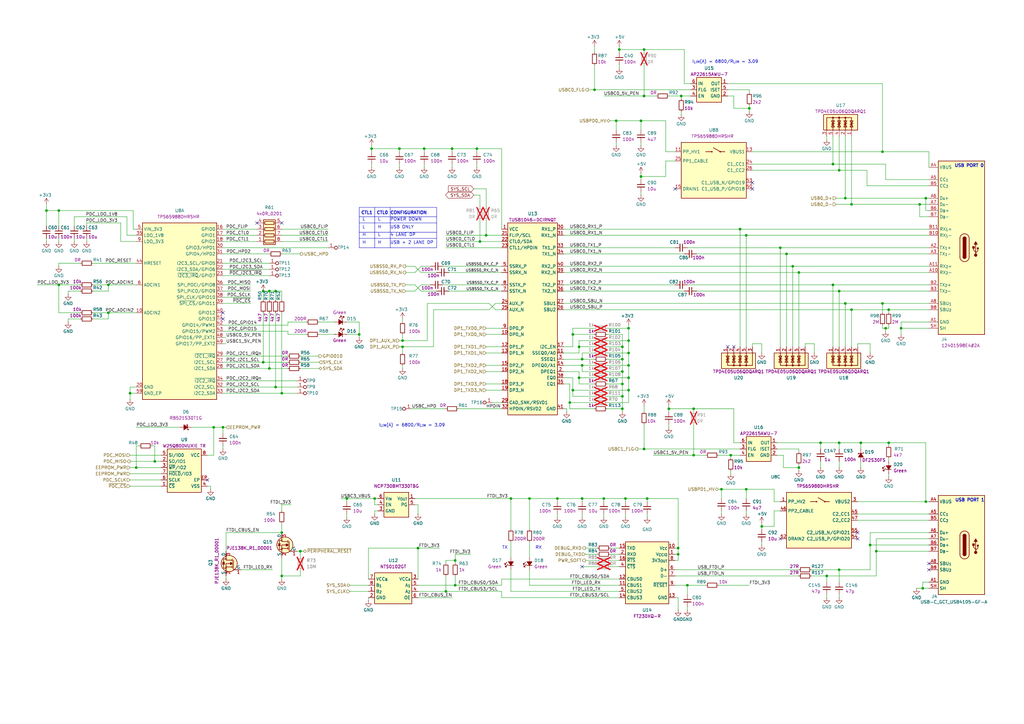
<source format=kicad_sch>
(kicad_sch (version 20250114) (generator "eeschema") (generator_version "9.0")
  (paper "A3")
  (title_block (title "Jetson Orin AGX Baseboard") (date "2025-08-11") (rev "1.0.0") (company "Antmicro Ltd") (comment 1 "www.antmicro.com"))
  (lib_symbols
    (symbol "+3V3_1" (power) (pin_numbers (hide yes)) (pin_names (hide yes))
      (property "Value" "+3V3_1" (at -3.175 2.54 0))
      (symbol "+3V3_1_1_1"
        (pin power_in line (at 0 0 90) (length 0) (hide yes) (name "+3V3") (number "1"))
      )
    )
    (symbol "+3V3_3" (power) (pin_numbers (hide yes)) (pin_names (hide yes))
      (property "Value" "+3V3_3" (at -3.175 2.54 0))
      (symbol "+3V3_3_1_1"
        (pin power_in line (at 0 0 90) (length 0) (hide yes) (name "+3V3") (number "1"))
      )
    )
    (symbol "C_100n_0402_1" (pin_numbers (hide yes)) (pin_names (hide yes))
      (property "Reference" "C" (at 20.32 -5.08 0))
      (property "Val" "100n" (at 20.32 -7.62 0))
      (symbol "C_100n_0402_1_1_1"
        (pin passive line (at 0 0 0) (length 2.032) (name "~") (number "1"))
        (pin passive line (at 5.08 0 180) (length 2.032) (name "~") (number "2"))
      )
    )
    (symbol "C_100n_0402_2" (pin_numbers (hide yes)) (pin_names (hide yes))
      (property "Reference" "C" (at 20.32 -5.08 0))
      (property "Val" "100n" (at 20.32 -7.62 0))
      (symbol "C_100n_0402_2_1_1"
        (pin passive line (at 0 0 0) (length 2.032) (name "~") (number "1"))
        (pin passive line (at 5.08 0 180) (length 2.032) (name "~") (number "2"))
      )
    )
    (symbol "C_100n_0402_3" (pin_numbers (hide yes)) (pin_names (hide yes))
      (property "Reference" "C" (at 20.32 -5.08 0))
      (property "Val" "100n" (at 20.32 -7.62 0))
      (symbol "C_100n_0402_3_1_1"
        (pin passive line (at 0 0 0) (length 2.032) (name "~") (number "1"))
        (pin passive line (at 5.08 0 180) (length 2.032) (name "~") (number "2"))
      )
    )
    (symbol "C_100n_0402_4" (pin_numbers (hide yes)) (pin_names (hide yes))
      (property "Reference" "C" (at 20.32 -5.08 0))
      (property "Val" "100n" (at 20.32 -7.62 0))
      (symbol "C_100n_0402_4_1_1"
        (pin passive line (at 0 0 0) (length 2.032) (name "~") (number "1"))
        (pin passive line (at 5.08 0 180) (length 2.032) (name "~") (number "2"))
      )
    )
    (symbol "C_100n_0402_5" (pin_numbers (hide yes)) (pin_names (hide yes))
      (property "Reference" "C" (at 20.32 -5.08 0))
      (property "Val" "100n" (at 20.32 -7.62 0))
      (symbol "C_100n_0402_5_1_1"
        (pin passive line (at 0 0 0) (length 2.032) (name "~") (number "1"))
        (pin passive line (at 5.08 0 180) (length 2.032) (name "~") (number "2"))
      )
    )
    (symbol "C_100n_0402_6" (pin_numbers (hide yes)) (pin_names (hide yes))
      (property "Reference" "C" (at 20.32 -5.08 0))
      (property "Val" "100n" (at 20.32 -7.62 0))
      (symbol "C_100n_0402_6_1_1"
        (pin passive line (at 0 0 0) (length 2.032) (name "~") (number "1"))
        (pin passive line (at 5.08 0 180) (length 2.032) (name "~") (number "2"))
      )
    )
    (symbol "C_100n_0402_7" (pin_numbers (hide yes)) (pin_names (hide yes))
      (property "Reference" "C" (at 20.32 -5.08 0))
      (property "Val" "100n" (at 20.32 -7.62 0))
      (symbol "C_100n_0402_7_1_1"
        (pin passive line (at 0 0 0) (length 2.032) (name "~") (number "1"))
        (pin passive line (at 5.08 0 180) (length 2.032) (name "~") (number "2"))
      )
    )
    (symbol "DF2S30FS_SOD_1" (pin_numbers (hide yes)) (pin_names (hide yes))
      (property "Reference" "D" (at 21.59 -2.54 0))
      (property "MPN" "DF2S30FS" (at 21.59 -5.08 0))
      (symbol "DF2S30FS_SOD_1_1_1"
        (pin passive line (at 0 0 0) (length 0.635) (name "C") (number "1"))
        (pin passive line (at 5.08 0 180) (length 0.635) (name "A") (number "2"))
      )
    )
    (symbol "GND_3" (power) (pin_numbers (hide yes)) (pin_names (hide yes))
      (property "Value" "GND_3" (at 8.89 -5.08 0))
      (symbol "GND_3_1_1"
        (pin power_in line (at 0 0 270) (length 0) (name "GND") (number "1"))
      )
    )
    (symbol "LED_G_0603_LTST-C190GKT_1" (pin_numbers (hide yes)) (pin_names (hide yes))
      (property "Reference" "D" (at 22.86 -2.54 0))
      (property "Color" "Green" (at 22.86 -5.08 0))
      (symbol "LED_G_0603_LTST-C190GKT_1_1_1"
        (pin passive line (at 0 0 0) (length 0.635) (name "C") (number "1"))
        (pin passive line (at 5.08 0 180) (length 0.635) (name "A") (number "2"))
      )
    )
    (symbol "LED_G_0603_LTST-C190GKT_2" (pin_numbers (hide yes)) (pin_names (hide yes))
      (property "Reference" "D" (at 22.86 -2.54 0))
      (property "Color" "Green" (at 22.86 -5.08 0))
      (symbol "LED_G_0603_LTST-C190GKT_2_1_1"
        (pin passive line (at 0 0 0) (length 0.635) (name "C") (number "1"))
        (pin passive line (at 5.08 0 180) (length 0.635) (name "A") (number "2"))
      )
    )
    (symbol "LED_G_0603_LTST-C190GKT_3" (pin_numbers (hide yes)) (pin_names (hide yes))
      (property "Reference" "D" (at 22.86 -2.54 0))
      (property "Color" "Green" (at 22.86 -5.08 0))
      (symbol "LED_G_0603_LTST-C190GKT_3_1_1"
        (pin passive line (at 0 0 0) (length 0.635) (name "C") (number "1"))
        (pin passive line (at 5.08 0 180) (length 0.635) (name "A") (number "2"))
      )
    )
    (symbol "LED_G_0603_LTST-C190GKT_4" (pin_numbers (hide yes)) (pin_names (hide yes))
      (property "Reference" "D" (at 22.86 -2.54 0))
      (property "Color" "Green" (at 22.86 -5.08 0))
      (symbol "LED_G_0603_LTST-C190GKT_4_1_1"
        (pin passive line (at 0 0 0) (length 0.635) (name "C") (number "1"))
        (pin passive line (at 5.08 0 180) (length 0.635) (name "A") (number "2"))
      )
    )
    (symbol "LED_G_0603_LTST-C190GKT_5" (pin_numbers (hide yes)) (pin_names (hide yes))
      (property "Reference" "D" (at 22.86 -2.54 0))
      (property "Color" "Green" (at 22.86 -5.08 0))
      (symbol "LED_G_0603_LTST-C190GKT_5_1_1"
        (pin passive line (at 0 0 0) (length 0.635) (name "C") (number "1"))
        (pin passive line (at 5.08 0 180) (length 0.635) (name "A") (number "2"))
      )
    )
    (symbol "R_0R_0402_1" (pin_numbers (hide yes)) (pin_names (hide yes))
      (property "Reference" "R" (at 20.32 -5.08 0))
      (property "Val" "0R" (at 20.32 -7.62 0))
      (symbol "R_0R_0402_1_1_1"
        (pin passive line (at 0 0 0) (length 0.635) (name "~") (number "1"))
        (pin passive line (at 5.08 0 180) (length 0.635) (name "~") (number "2"))
      )
    )
    (symbol "R_0R_0402_2" (pin_numbers (hide yes)) (pin_names (hide yes))
      (property "Reference" "R" (at 20.32 -5.08 0))
      (property "Val" "0R" (at 20.32 -7.62 0))
      (symbol "R_0R_0402_2_1_1"
        (pin passive line (at 0 0 0) (length 0.635) (name "~") (number "1"))
        (pin passive line (at 5.08 0 180) (length 0.635) (name "~") (number "2"))
      )
    )
    (symbol "R_0R_0402_3" (pin_numbers (hide yes)) (pin_names (hide yes))
      (property "Reference" "R" (at 20.32 -5.08 0))
      (property "Val" "0R" (at 20.32 -7.62 0))
      (symbol "R_0R_0402_3_1_1"
        (pin passive line (at 0 0 0) (length 0.635) (name "~") (number "1"))
        (pin passive line (at 5.08 0 180) (length 0.635) (name "~") (number "2"))
      )
    )
    (symbol "R_0R_0402_4" (pin_numbers (hide yes)) (pin_names (hide yes))
      (property "Reference" "R" (at 20.32 -5.08 0))
      (property "Val" "0R" (at 20.32 -7.62 0))
      (symbol "R_0R_0402_4_1_1"
        (pin passive line (at 0 0 0) (length 0.635) (name "~") (number "1"))
        (pin passive line (at 5.08 0 180) (length 0.635) (name "~") (number "2"))
      )
    )
    (symbol "R_0R_0402_5" (pin_numbers (hide yes)) (pin_names (hide yes))
      (property "Reference" "R" (at 20.32 -5.08 0))
      (property "Val" "0R" (at 20.32 -7.62 0))
      (symbol "R_0R_0402_5_1_1"
        (pin passive line (at 0 0 0) (length 0.635) (name "~") (number "1"))
        (pin passive line (at 5.08 0 180) (length 0.635) (name "~") (number "2"))
      )
    )
    (symbol "R_0R_0402_6" (pin_numbers (hide yes)) (pin_names (hide yes))
      (property "Reference" "R" (at 20.32 -5.08 0))
      (property "Val" "0R" (at 20.32 -7.62 0))
      (symbol "R_0R_0402_6_1_1"
        (pin passive line (at 0 0 0) (length 0.635) (name "~") (number "1"))
        (pin passive line (at 5.08 0 180) (length 0.635) (name "~") (number "2"))
      )
    )
    (symbol "R_0R_0402_7" (pin_numbers (hide yes)) (pin_names (hide yes))
      (property "Reference" "R" (at 20.32 -5.08 0))
      (property "Val" "0R" (at 20.32 -7.62 0))
      (symbol "R_0R_0402_7_1_1"
        (pin passive line (at 0 0 0) (length 0.635) (name "~") (number "1"))
        (pin passive line (at 5.08 0 180) (length 0.635) (name "~") (number "2"))
      )
    )
    (symbol "R_0R_0402_8" (pin_numbers (hide yes)) (pin_names (hide yes))
      (property "Reference" "R" (at 20.32 -5.08 0))
      (property "Val" "0R" (at 20.32 -7.62 0))
      (symbol "R_0R_0402_8_1_1"
        (pin passive line (at 0 0 0) (length 0.635) (name "~") (number "1"))
        (pin passive line (at 5.08 0 180) (length 0.635) (name "~") (number "2"))
      )
    )
    (symbol "R_0R_0402_9" (pin_numbers (hide yes)) (pin_names (hide yes))
      (property "Reference" "R" (at 20.32 -5.08 0))
      (property "Val" "0R" (at 20.32 -7.62 0))
      (symbol "R_0R_0402_9_1_1"
        (pin passive line (at 0 0 0) (length 0.635) (name "~") (number "1"))
        (pin passive line (at 5.08 0 180) (length 0.635) (name "~") (number "2"))
      )
    )
    (symbol "R_100k_0402_1" (pin_numbers (hide yes)) (pin_names (hide yes))
      (property "Reference" "R" (at 20.32 -5.08 0))
      (property "Val" "100k" (at 20.32 -7.62 0))
      (symbol "R_100k_0402_1_1_1"
        (pin passive line (at 0 0 0) (length 0.635) (name "~") (number "1"))
        (pin passive line (at 5.08 0 180) (length 0.635) (name "~") (number "2"))
      )
    )
    (symbol "R_10k_0402_1" (pin_numbers (hide yes)) (pin_names (hide yes))
      (property "Reference" "R" (at 20.32 -5.08 0))
      (property "Val" "10k" (at 20.32 -7.62 0))
      (symbol "R_10k_0402_1_1_1"
        (pin passive line (at 0 0 0) (length 0.635) (name "~") (number "1"))
        (pin passive line (at 5.08 0 180) (length 0.635) (name "~") (number "2"))
      )
    )
    (symbol "R_10k_0402_2" (pin_numbers (hide yes)) (pin_names (hide yes))
      (property "Reference" "R" (at 20.32 -5.08 0))
      (property "Val" "10k" (at 20.32 -7.62 0))
      (symbol "R_10k_0402_2_1_1"
        (pin passive line (at 0 0 0) (length 0.635) (name "~") (number "1"))
        (pin passive line (at 5.08 0 180) (length 0.635) (name "~") (number "2"))
      )
    )
    (symbol "R_200R_0402_1" (pin_numbers (hide yes)) (pin_names (hide yes))
      (property "Reference" "R" (at 20.32 -5.08 0))
      (property "Val" "200R" (at 20.32 -7.62 0))
      (symbol "R_200R_0402_1_1_1"
        (pin passive line (at 0 0 0) (length 0.635) (name "~") (number "1"))
        (pin passive line (at 5.08 0 180) (length 0.635) (name "~") (number "2"))
      )
    )
    (symbol "R_200R_0402_2" (pin_numbers (hide yes)) (pin_names (hide yes))
      (property "Reference" "R" (at 20.32 -5.08 0))
      (property "Val" "200R" (at 20.32 -7.62 0))
      (symbol "R_200R_0402_2_1_1"
        (pin passive line (at 0 0 0) (length 0.635) (name "~") (number "1"))
        (pin passive line (at 5.08 0 180) (length 0.635) (name "~") (number "2"))
      )
    )
    (symbol "R_4k7_0402_1" (pin_numbers (hide yes)) (pin_names (hide yes))
      (property "Reference" "R" (at 20.32 -5.08 0))
      (property "Val" "4k7" (at 20.32 -7.62 0))
      (symbol "R_4k7_0402_1_1_1"
        (pin passive line (at 0 0 0) (length 0.635) (name "~") (number "1"))
        (pin passive line (at 5.08 0 180) (length 0.635) (name "~") (number "2"))
      )
    )
    (symbol "R_4k7_0402_2" (pin_numbers (hide yes)) (pin_names (hide yes))
      (property "Reference" "R" (at 20.32 -5.08 0))
      (property "Val" "4k7" (at 20.32 -7.62 0))
      (symbol "R_4k7_0402_2_1_1"
        (pin passive line (at 0 0 0) (length 0.635) (name "~") (number "1"))
        (pin passive line (at 5.08 0 180) (length 0.635) (name "~") (number "2"))
      )
    )
    (symbol "R_4k7_0402_3" (pin_numbers (hide yes)) (pin_names (hide yes))
      (property "Reference" "R" (at 20.32 -5.08 0))
      (property "Val" "4k7" (at 20.32 -7.62 0))
      (symbol "R_4k7_0402_3_1_1"
        (pin passive line (at 0 0 0) (length 0.635) (name "~") (number "1"))
        (pin passive line (at 5.08 0 180) (length 0.635) (name "~") (number "2"))
      )
    )
    (symbol "R_4k7_0402_4" (pin_numbers (hide yes)) (pin_names (hide yes))
      (property "Reference" "R" (at 20.32 -5.08 0))
      (property "Val" "4k7" (at 20.32 -7.62 0))
      (symbol "R_4k7_0402_4_1_1"
        (pin passive line (at 0 0 0) (length 0.635) (name "~") (number "1"))
        (pin passive line (at 5.08 0 180) (length 0.635) (name "~") (number "2"))
      )
    )
    (symbol "R_4k7_0402_5" (pin_numbers (hide yes)) (pin_names (hide yes))
      (property "Reference" "R" (at 20.32 -5.08 0))
      (property "Val" "4k7" (at 20.32 -7.62 0))
      (symbol "R_4k7_0402_5_1_1"
        (pin passive line (at 0 0 0) (length 0.635) (name "~") (number "1"))
        (pin passive line (at 5.08 0 180) (length 0.635) (name "~") (number "2"))
      )
    )
    (symbol "TPS65988DHRSHR_1"
      (property "Reference" "U" (at 49.53 -2.54 0))
      (property "MPN" "TPS65988DHRSHR " (at 49.53 -12.7 0))
      (symbol "TPS65988DHRSHR_1_1_1"
        (pin power_in line (at 0 0 0) (length 2.54) (name "VIN_3V3") (number "5"))
        (pin power_out line (at 0 -2.54 0) (length 2.54) (name "LDO_1V8") (number "35"))
        (pin power_out line (at 0 -5.08 0) (length 2.54) (name "LDO_3V3") (number "9"))
        (pin input line (at 0 -13.97 0) (length 2.54) (name "HRESET") (number "44"))
        (pin input line (at 0 -22.86 0) (length 2.54) (name "ADCIN1") (number "6"))
        (pin input line (at 0 -34.29 0) (length 2.54) (name "ADCIN2") (number "10"))
        (pin power_in line (at 0 -64.77 0) (length 2.54) (name "GND") (number "20"))
        (pin passive line (at 0 -64.77 0) (length 2.54) (hide yes) (name "GND") (number "51"))
        (pin power_in line (at 0 -67.31 0) (length 2.54) (name "GND_EP") (number "59"))
        (pin bidirectional line (at 35.56 0 180) (length 2.54) (name "GPIO0") (number "16"))
        (pin bidirectional line (at 35.56 -2.54 180) (length 2.54) (name "GPIO1") (number "17"))
        (pin bidirectional line (at 35.56 -5.08 180) (length 2.54) (name "GPIO2") (number "18"))
        (pin bidirectional line (at 35.56 -7.62 180) (length 2.54) (name "GPIO3/HPD1") (number "30"))
        (pin bidirectional line (at 35.56 -10.16 180) (length 2.54) (name "GPIO4/HPD2") (number "31"))
        (pin bidirectional line (at 35.56 -13.97 180) (length 2.54) (name "I2C3_SCL/GPIO5") (number "21"))
        (pin bidirectional line (at 35.56 -16.51 180) (length 2.54) (name "I2C3_SDA/GPIO6") (number "22"))
        (pin bidirectional line (at 35.56 -19.05 180) (length 2.54) (name "~{I2C3_IRQ}/GPIO7") (number "23"))
        (pin bidirectional line (at 35.56 -22.86 180) (length 2.54) (name "SPI_POCI/GPIO8") (number "36"))
        (pin bidirectional line (at 35.56 -25.4 180) (length 2.54) (name "SPI_PICO/GPIO9") (number "37"))
        (pin bidirectional line (at 35.56 -27.94 180) (length 2.54) (name "SPI_CLK/GPIO10") (number "38"))
        (pin bidirectional line (at 35.56 -30.48 180) (length 2.54) (name "~{SPI_CS}/GPIO11") (number "39"))
        (pin bidirectional line (at 35.56 -34.29 180) (length 2.54) (name "GPIO12") (number "40"))
        (pin bidirectional line (at 35.56 -36.83 180) (length 2.54) (name "GPIO13") (number "41"))
        (pin bidirectional line (at 35.56 -39.37 180) (length 2.54) (name "GPIO14/PWM1") (number "42"))
        (pin bidirectional line (at 35.56 -41.91 180) (length 2.54) (name "GPIO15/PWM2") (number "43"))
        (pin bidirectional line (at 35.56 -44.45 180) (length 2.54) (name "GPIO16/PP_EXT1") (number "48"))
        (pin bidirectional line (at 35.56 -46.99 180) (length 2.54) (name "GPIO17/PP_EXT2") (number "49"))
        (pin output line (at 35.56 -52.07 180) (length 2.54) (name "~{I2C1_IRQ}") (number "29"))
        (pin bidirectional line (at 35.56 -54.61 180) (length 2.54) (name "I2C1_SCL") (number "27"))
        (pin bidirectional line (at 35.56 -57.15 180) (length 2.54) (name "I2C1_SDA") (number "28"))
        (pin output line (at 35.56 -62.23 180) (length 2.54) (name "~{I2C2_IRQ}") (number "34"))
        (pin bidirectional line (at 35.56 -64.77 180) (length 2.54) (name "I2C2_SCL") (number "32"))
        (pin bidirectional line (at 35.56 -67.31 180) (length 2.54) (name "I2C2_SDA") (number "33"))
      )
      (symbol "TPS65988DHRSHR_1_2_1"
        (pin bidirectional line (at 0 0 0) (length 2.54) (name "VBUS1") (number "13"))
        (pin bidirectional line (at 0 -5.08 0) (length 2.54) (name "C1_CC1") (number "24"))
        (pin bidirectional line (at 0 -7.62 0) (length 2.54) (name "C1_CC2") (number "26"))
        (pin bidirectional line (at 0 -12.7 0) (length 2.54) (name "C1_USB_N/GPIO19") (number "53"))
        (pin bidirectional line (at 0 -15.24 0) (length 2.54) (name "C1_USB_P/GPIO18") (number "50"))
        (pin bidirectional line (at 31.75 0 180) (length 2.54) (name "PP_HV1") (number "11"))
        (pin power_in line (at 31.75 -3.81 180) (length 2.54) (name "PP1_CABLE") (number "25"))
        (pin passive line (at 31.75 -15.24 180) (length 2.54) (name "DRAIN1") (number "15"))
        (pin passive line (at 31.75 -15.24 180) (length 2.54) (hide yes) (name "DRAIN1") (number "19"))
        (pin passive line (at 31.75 -15.24 180) (length 2.54) (hide yes) (name "DRAIN1") (number "58"))
        (pin passive line (at 31.75 -15.24 180) (length 2.54) (hide yes) (name "DRAIN1") (number "8"))
      )
      (symbol "TPS65988DHRSHR_1_3_1"
        (pin bidirectional line (at 0 0 0) (length 2.54) (name "VBUS2") (number "3"))
        (pin bidirectional line (at 0 -5.08 0) (length 2.54) (name "C2_CC1") (number "45"))
        (pin bidirectional line (at 0 -7.62 0) (length 2.54) (name "C2_CC2") (number "47"))
        (pin bidirectional line (at 0 -12.7 0) (length 2.54) (name "C2_USB_N/GPIO21") (number "55"))
        (pin bidirectional line (at 0 -15.24 0) (length 2.54) (name "C2_USB_P/GPIO20") (number "54"))
        (pin bidirectional line (at 31.75 0 180) (length 2.54) (name "PP_HV2") (number "1"))
        (pin power_in line (at 31.75 -3.81 180) (length 2.54) (name "PP2_CABLE") (number "46"))
        (pin passive line (at 31.75 -15.24 180) (length 2.54) (name "DRAIN2") (number "52"))
        (pin passive line (at 31.75 -15.24 180) (length 2.54) (hide yes) (name "DRAIN2") (number "56"))
        (pin passive line (at 31.75 -15.24 180) (length 2.54) (hide yes) (name "DRAIN2") (number "57"))
        (pin passive line (at 31.75 -15.24 180) (length 2.54) (hide yes) (name "DRAIN2") (number "7"))
      )
    )
    (symbol "TP_0.75mm_SMD_1" (pin_names (hide yes)) (in_bom no)
      (property "Reference" "TP" (at 10.16 -1.27 0))
      (symbol "TP_0.75mm_SMD_1_1_1"
        (pin passive line (at 0 0 0) (length 2.54) (name "1") (number "1"))
      )
    )
    (symbol "TP_0.75mm_SMD_2" (pin_names (hide yes)) (in_bom no)
      (property "Reference" "TP" (at 10.16 -1.27 0))
      (symbol "TP_0.75mm_SMD_2_1_1"
        (pin passive line (at 0 0 0) (length 2.54) (name "1") (number "1"))
      )
    )
    (symbol "TP_0.75mm_SMD_3" (pin_names (hide yes)) (in_bom no)
      (property "Reference" "TP" (at 10.16 -1.27 0))
      (symbol "TP_0.75mm_SMD_3_1_1"
        (pin passive line (at 0 0 0) (length 2.54) (name "1") (number "1"))
      )
    )
    (symbol "TP_0.75mm_SMD_4" (pin_names (hide yes)) (in_bom no)
      (property "Reference" "TP" (at 10.16 -1.27 0))
      (symbol "TP_0.75mm_SMD_4_1_1"
        (pin passive line (at 0 0 0) (length 2.54) (name "1") (number "1"))
      )
    )
    (symbol "TP_0.75mm_SMD_5" (pin_names (hide yes)) (in_bom no)
      (property "Reference" "TP" (at 10.16 -1.27 0))
      (symbol "TP_0.75mm_SMD_5_1_1"
        (pin passive line (at 0 0 0) (length 2.54) (name "1") (number "1"))
      )
    )
    (symbol "TP_0.75mm_SMD_6" (pin_names (hide yes)) (in_bom no)
      (property "Reference" "TP" (at 10.16 -1.27 0))
      (symbol "TP_0.75mm_SMD_6_1_1"
        (pin passive line (at 0 0 0) (length 2.54) (name "1") (number "1"))
      )
    )
    (symbol "TP_0.75mm_SMD_7" (pin_names (hide yes)) (in_bom no)
      (property "Reference" "TP" (at 10.16 -1.27 0))
      (symbol "TP_0.75mm_SMD_7_1_1"
        (pin passive line (at 0 0 0) (length 2.54) (name "1") (number "1"))
      )
    )
    (symbol "antmicroCapacitors0402:C_100n_0402" (pin_numbers (hide yes)) (pin_names (hide yes))
      (property "Reference" "C" (at 20.32 -5.08 0))
      (property "Val" "100n" (at 20.32 -7.62 0))
      (symbol "C_100n_0402_1_1"
        (pin passive line (at 0 0 0) (length 2.032) (name "~") (number "1"))
        (pin passive line (at 5.08 0 180) (length 2.032) (name "~") (number "2"))
      )
    )
    (symbol "antmicroCapacitors0402:C_10u_0402" (pin_numbers (hide yes)) (pin_names (hide yes))
      (property "Reference" "C" (at 20.32 -5.08 0))
      (property "Val" "10u" (at 20.32 -7.62 0))
      (symbol "C_10u_0402_1_1"
        (pin passive line (at 0 0 0) (length 2.032) (name "~") (number "1"))
        (pin passive line (at 5.08 0 180) (length 2.032) (name "~") (number "2"))
      )
    )
    (symbol "antmicroCapacitors0402:C_1u_25V_0402" (pin_numbers (hide yes)) (pin_names (hide yes))
      (property "Reference" "C" (at 20.32 -5.08 0))
      (property "Val" "1u" (at 20.32 -7.62 0))
      (symbol "C_1u_25V_0402_1_1"
        (pin passive line (at 0 0 0) (length 2.032) (name "~") (number "1"))
        (pin passive line (at 5.08 0 180) (length 2.032) (name "~") (number "2"))
      )
    )
    (symbol "antmicroCapacitors0402:C_47p_0402" (pin_numbers (hide yes)) (pin_names (hide yes))
      (property "Reference" "C" (at 20.32 -5.08 0))
      (property "Val" "47p" (at 20.32 -7.62 0))
      (symbol "C_47p_0402_1_1"
        (pin passive line (at 0 0 0) (length 2.032) (name "~") (number "1"))
        (pin passive line (at 5.08 0 180) (length 2.032) (name "~") (number "2"))
      )
    )
    (symbol "antmicroCapacitors0402:C_4u7_25V_0402" (pin_numbers (hide yes)) (pin_names (hide yes))
      (property "Reference" "C" (at 20.32 -5.08 0))
      (property "Val" "4u7" (at 20.32 -7.62 0))
      (symbol "C_4u7_25V_0402_1_1"
        (pin passive line (at 0 0 0) (length 2.032) (name "~") (number "1"))
        (pin passive line (at 5.08 0 180) (length 2.032) (name "~") (number "2"))
      )
    )
    (symbol "antmicroCapacitors0603:C_10u_25V_0603" (pin_numbers (hide yes)) (pin_names (hide yes))
      (property "Reference" "C" (at 20.32 -5.08 0))
      (property "Val" "10u" (at 20.32 -7.62 0))
      (symbol "C_10u_25V_0603_1_1"
        (pin passive line (at 0 0 0) (length 2.032) (name "~") (number "1"))
        (pin passive line (at 5.08 0 180) (length 2.032) (name "~") (number "2"))
      )
    )
    (symbol "antmicroCapacitorsmisc:C_100n_0201" (pin_numbers (hide yes)) (pin_names (hide yes))
      (property "Reference" "C" (at 20.32 -5.08 0))
      (property "Val" "100n" (at 20.32 -7.62 0))
      (symbol "C_100n_0201_1_1"
        (pin passive line (at 0 0 0) (length 2.032) (name "~") (number "1"))
        (pin passive line (at 5.08 0 180) (length 2.032) (name "~") (number "2"))
      )
    )
    (symbol "antmicroDiodesRectifiersSingle:RB521S30T1G" (pin_numbers (hide yes)) (pin_names (hide yes))
      (property "Reference" "D" (at 22.86 -5.08 0))
      (property "MPN" "RB521S30T1G" (at 22.86 -7.62 0))
      (symbol "RB521S30T1G_1_1"
        (pin passive line (at 0 0 0) (length 0.635) (name "C") (number "1"))
        (pin passive line (at 5.08 0 180) (length 0.635) (name "A") (number "2"))
      )
    )
    (symbol "antmicroInterfaceControllers:FT230X_QFN"
      (property "Reference" "U" (at 39.37 -7.62 0))
      (property "MPN" "FT230XQ-R" (at 39.37 -20.32 0))
      (symbol "FT230X_QFN_1_1"
        (pin power_in line (at 0 0 0) (length 2.54) (name "V_{CC}") (number "10"))
        (pin power_in line (at 0 -2.54 0) (length 2.54) (name "V_{CCIO}") (number "1"))
        (pin passive line (at 0 -5.08 0) (length 2.54) (name "3V3_{OUT}") (number "8"))
        (pin input line (at 0 -8.89 0) (length 2.54) (name "D+") (number "6"))
        (pin input line (at 0 -11.43 0) (length 2.54) (name "D-") (number "7"))
        (pin input line (at 0 -15.24 0) (length 2.54) (name "~{RESET}") (number "9"))
        (pin power_in line (at 0 -20.32 0) (length 2.54) (name "GND") (number "13"))
        (pin passive line (at 0 -20.32 0) (length 2.54) (hide yes) (name "GND") (number "17"))
        (pin passive line (at 0 -20.32 0) (length 2.54) (hide yes) (name "GND") (number "3"))
        (pin output line (at 22.86 0 180) (length 2.54) (name "TXD") (number "15"))
        (pin input line (at 22.86 -2.54 180) (length 2.54) (name "RXD") (number "2"))
        (pin output line (at 22.86 -5.08 180) (length 2.54) (name "~{RTS}") (number "16"))
        (pin input line (at 22.86 -7.62 180) (length 2.54) (name "~{CTS}") (number "4"))
        (pin bidirectional line (at 22.86 -12.7 180) (length 2.54) (name "CBUS0") (number "12"))
        (pin bidirectional line (at 22.86 -15.24 180) (length 2.54) (name "CBUS1") (number "11"))
        (pin bidirectional line (at 22.86 -17.78 180) (length 2.54) (name "CBUS2") (number "5"))
        (pin bidirectional line (at 22.86 -20.32 180) (length 2.54) (name "CBUS3") (number "14"))
      )
    )
    (symbol "antmicroInterfaceControllers:TUSB1046-DCIRNQ"
      (property "Reference" "U" (at 38.1 -2.54 0))
      (property "MPN" "TUSB1046-DCIRNQT" (at 38.1 -12.7 0))
      (symbol "TUSB1046-DCIRNQ_1_1"
        (pin power_in line (at 0 0 0) (length 2.54) (name "VCC") (number "1"))
        (pin passive line (at 0 0 0) (length 2.54) (hide yes) (name "VCC") (number "20"))
        (pin passive line (at 0 0 0) (length 2.54) (hide yes) (name "VCC") (number "28"))
        (pin passive line (at 0 0 0) (length 2.54) (hide yes) (name "VCC") (number "6"))
        (pin input line (at 0 -2.54 0) (length 2.54) (name "FLIP/SCL") (number "21"))
        (pin input line (at 0 -5.08 0) (length 2.54) (name "CTL0/SDA") (number "22"))
        (pin input line (at 0 -7.62 0) (length 2.54) (name "CTL1/HPDIN") (number "23"))
        (pin output line (at 0 -15.24 0) (length 2.54) (name "SSRX_P") (number "5"))
        (pin output line (at 0 -17.78 0) (length 2.54) (name "SSRX_N") (number "4"))
        (pin input line (at 0 -22.86 0) (length 2.54) (name "SSTX_P") (number "8"))
        (pin input line (at 0 -25.4 0) (length 2.54) (name "SSTX_N") (number "7"))
        (pin bidirectional line (at 0 -30.48 0) (length 2.54) (name "AUX_P") (number "24"))
        (pin bidirectional line (at 0 -33.02 0) (length 2.54) (name "AUX_N") (number "25"))
        (pin input line (at 0 -40.64 0) (length 2.54) (name "DP0_P") (number "9"))
        (pin input line (at 0 -43.18 0) (length 2.54) (name "DP0_N") (number "10"))
        (pin input line (at 0 -48.26 0) (length 2.54) (name "DP1_P") (number "12"))
        (pin input line (at 0 -50.8 0) (length 2.54) (name "DP1_N") (number "13"))
        (pin input line (at 0 -55.88 0) (length 2.54) (name "DP2_P") (number "15"))
        (pin input line (at 0 -58.42 0) (length 2.54) (name "DP2_N") (number "16"))
        (pin input line (at 0 -63.5 0) (length 2.54) (name "DP3_P") (number "18"))
        (pin input line (at 0 -66.04 0) (length 2.54) (name "DP3_N") (number "19"))
        (pin bidirectional line (at 0 -71.12 0) (length 2.54) (name "CAD_SNK/RSVD1") (number "29"))
        (pin bidirectional line (at 0 -73.66 0) (length 2.54) (name "HPDIN/RSVD2") (number "32"))
        (pin input line (at 25.4 0 180) (length 2.54) (name "RX1_P") (number "30"))
        (pin input line (at 25.4 -2.54 180) (length 2.54) (name "RX1_N") (number "31"))
        (pin output line (at 25.4 -7.62 180) (length 2.54) (name "TX1_P") (number "33"))
        (pin output line (at 25.4 -10.16 180) (length 2.54) (name "TX1_N") (number "34"))
        (pin input line (at 25.4 -15.24 180) (length 2.54) (name "RX2_P") (number "40"))
        (pin input line (at 25.4 -17.78 180) (length 2.54) (name "RX2_N") (number "39"))
        (pin output line (at 25.4 -22.86 180) (length 2.54) (name "TX2_P") (number "37"))
        (pin output line (at 25.4 -25.4 180) (length 2.54) (name "TX2_N") (number "36"))
        (pin bidirectional line (at 25.4 -30.48 180) (length 2.54) (name "SBU1") (number "27"))
        (pin bidirectional line (at 25.4 -33.02 180) (length 2.54) (name "SBU2") (number "26"))
        (pin input line (at 25.4 -48.26 180) (length 2.54) (name "I2C_EN") (number "17"))
        (pin input line (at 25.4 -50.8 180) (length 2.54) (name "SSEQ0/A0") (number "11"))
        (pin input line (at 25.4 -53.34 180) (length 2.54) (name "SSEQ1") (number "3"))
        (pin input line (at 25.4 -55.88 180) (length 2.54) (name "DPEQ0/A1") (number "14"))
        (pin input line (at 25.4 -58.42 180) (length 2.54) (name "DPEQ1") (number "2"))
        (pin input line (at 25.4 -60.96 180) (length 2.54) (name "EQ0") (number "38"))
        (pin input line (at 25.4 -63.5 180) (length 2.54) (name "EQ1") (number "35"))
        (pin power_in line (at 25.4 -73.66 180) (length 2.54) (name "GND") (number "41"))
      )
    )
    (symbol "antmicroLogicTranslatorsLevelShifters:NTS0102_XSON"
      (property "Reference" "U" (at 35.56 -2.54 0))
      (property "MPN" "NTS0102GT" (at 35.56 -5.08 0))
      (symbol "NTS0102_XSON_1_1"
        (pin power_in line (at 0 0 0) (length 2.54) (name "VCC_{A}") (number "3"))
        (pin bidirectional line (at 0 -2.54 0) (length 2.54) (name "A_{1}") (number "5"))
        (pin bidirectional line (at 0 -5.08 0) (length 2.54) (name "A_{2}") (number "4"))
        (pin input line (at 0 -7.62 0) (length 2.54) (name "OE") (number "6"))
        (pin power_in line (at 20.32 0 180) (length 2.54) (name "VCC_{B}") (number "7"))
        (pin bidirectional line (at 20.32 -2.54 180) (length 2.54) (name "B_{1}") (number "8"))
        (pin bidirectional line (at 20.32 -5.08 180) (length 2.54) (name "B_{2}") (number "1"))
        (pin power_in line (at 20.32 -7.62 180) (length 2.54) (name "GND") (number "2"))
      )
    )
    (symbol "antmicroMemory:W25Q80DV_USON"
      (property "Reference" "U" (at 38.1 -6.35 0))
      (property "MPN" "W25Q80DVUXIE TR" (at 38.1 -16.51 0))
      (symbol "W25Q80DV_USON_1_1"
        (pin input line (at 0 0 0) (length 2.54) (name "SI/IO0") (number "5"))
        (pin input line (at 0 -2.54 0) (length 2.54) (name "SO/IO1") (number "2"))
        (pin input line (at 0 -5.08 0) (length 2.54) (name "~{WP}/IO2") (number "3"))
        (pin input line (at 0 -7.62 0) (length 2.54) (name "~{HOLD}/IO3") (number "7"))
        (pin input line (at 0 -10.16 0) (length 2.54) (name "SCLK") (number "6"))
        (pin input line (at 0 -12.7 0) (length 2.54) (name "~{CS}") (number "1"))
        (pin power_in line (at 19.05 0 180) (length 2.54) (name "VCC") (number "8"))
        (pin power_in line (at 19.05 -10.16 180) (length 2.54) (name "EP") (number "EP"))
        (pin power_in line (at 19.05 -12.7 180) (length 2.54) (name "VSS") (number "4"))
      )
    )
    (symbol "antmicroPMICPowerDistributionSwitchesLoadDrivers:AP22615A_TSOT26"
      (property "Reference" "U" (at 30.48 -2.54 0))
      (property "MPN" "AP22615AWU-7" (at 30.48 -12.7 0))
      (symbol "AP22615A_TSOT26_1_1"
        (pin power_in line (at 0 0 0) (length 2.54) (name "IN") (number "6"))
        (pin output line (at 0 -2.54 0) (length 2.54) (name "FLG") (number "3"))
        (pin input line (at 0 -5.08 0) (length 2.54) (name "EN") (number "4"))
        (pin power_out line (at 15.24 0 180) (length 2.54) (name "OUT") (number "1"))
        (pin passive line (at 15.24 -2.54 180) (length 2.54) (name "ISET") (number "5"))
        (pin power_in line (at 15.24 -5.08 180) (length 2.54) (name "GND") (number "2"))
      )
    )
    (symbol "antmicroPMICVoltageRegulatorsLinear:NCP730BMT330_WSON"
      (property "Reference" "U" (at 30.48 -2.54 0))
      (property "MPN" "NCP730BMT330TBG" (at 30.48 -12.7 0))
      (symbol "NCP730BMT330_WSON_1_1"
        (pin power_in line (at 0 0 0) (length 2.54) (name "V_{IN}") (number "6"))
        (pin input line (at 0 -2.54 0) (length 2.54) (name "EN") (number "4"))
        (pin power_in line (at 0 -5.08 0) (length 2.54) (name "GND") (number "3"))
        (pin passive line (at 0 -5.08 0) (length 2.54) (hide yes) (name "GND") (number "7"))
        (pin no_connect line (at 12.7 -5.08 180) (length 2.54) (hide yes) (name "NC") (number "2"))
        (pin power_out line (at 15.24 0 180) (length 2.54) (name "V_{OUT}") (number "1"))
        (pin open_collector line (at 15.24 -2.54 180) (length 2.54) (name "PG") (number "5"))
      )
    )
    (symbol "antmicroResistorNetworksArrays:R_4x0R_0201_array" (pin_names (hide yes))
      (property "Reference" "R" (at 26.67 -5.08 0))
      (property "Val" "4x0R_0201" (at 26.67 -10.16 0))
      (symbol "R_4x0R_0201_array_1_1"
        (pin passive line (at 0 0 0) (length 2.54) (name "R1.1") (number "1"))
        (pin passive line (at 0 -2.54 0) (length 2.54) (name "R2.1") (number "2"))
        (pin passive line (at 0 -5.08 0) (length 2.54) (name "R3.1") (number "3"))
        (pin passive line (at 0 -7.62 0) (length 2.54) (name "R4.1") (number "4"))
        (pin passive line (at 10.16 0 180) (length 2.54) (name "R1.2") (number "8"))
        (pin passive line (at 10.16 -2.54 180) (length 2.54) (name "R2.2") (number "7"))
        (pin passive line (at 10.16 -5.08 180) (length 2.54) (name "R3.2") (number "6"))
        (pin passive line (at 10.16 -7.62 180) (length 2.54) (name "R4.2") (number "5"))
      )
    )
    (symbol "antmicroResistors0402:R_0R_0402" (pin_numbers (hide yes)) (pin_names (hide yes))
      (property "Reference" "R" (at 20.32 -5.08 0))
      (property "Val" "0R" (at 20.32 -7.62 0))
      (symbol "R_0R_0402_1_1"
        (pin passive line (at 0 0 0) (length 0.635) (name "~") (number "1"))
        (pin passive line (at 5.08 0 180) (length 0.635) (name "~") (number "2"))
      )
    )
    (symbol "antmicroResistors0402:R_100k_0402" (pin_numbers (hide yes)) (pin_names (hide yes))
      (property "Reference" "R" (at 20.32 -5.08 0))
      (property "Val" "100k" (at 20.32 -7.62 0))
      (symbol "R_100k_0402_1_1"
        (pin passive line (at 0 0 0) (length 0.635) (name "~") (number "1"))
        (pin passive line (at 5.08 0 180) (length 0.635) (name "~") (number "2"))
      )
    )
    (symbol "antmicroResistors0402:R_10M_0402" (pin_numbers (hide yes)) (pin_names (hide yes))
      (property "Reference" "R" (at 20.32 -5.08 0))
      (property "Val" "10M" (at 20.32 -7.62 0))
      (symbol "R_10M_0402_1_1"
        (pin passive line (at 0 0 0) (length 0.635) (name "~") (number "1"))
        (pin passive line (at 5.08 0 180) (length 0.635) (name "~") (number "2"))
      )
    )
    (symbol "antmicroResistors0402:R_10k_0402" (pin_numbers (hide yes)) (pin_names (hide yes))
      (property "Reference" "R" (at 20.32 -5.08 0))
      (property "Val" "10k" (at 20.32 -7.62 0))
      (symbol "R_10k_0402_1_1"
        (pin passive line (at 0 0 0) (length 0.635) (name "~") (number "1"))
        (pin passive line (at 5.08 0 180) (length 0.635) (name "~") (number "2"))
      )
    )
    (symbol "antmicroResistors0402:R_1k_0402" (pin_numbers (hide yes)) (pin_names (hide yes))
      (property "Reference" "R" (at 20.32 -5.08 0))
      (property "Val" "1k" (at 20.32 -7.62 0))
      (symbol "R_1k_0402_1_1"
        (pin passive line (at 0 0 0) (length 0.635) (name "~") (number "1"))
        (pin passive line (at 5.08 0 180) (length 0.635) (name "~") (number "2"))
      )
    )
    (symbol "antmicroResistors0402:R_200R_0402" (pin_numbers (hide yes)) (pin_names (hide yes))
      (property "Reference" "R" (at 20.32 -5.08 0))
      (property "Val" "200R" (at 20.32 -7.62 0))
      (symbol "R_200R_0402_1_1"
        (pin passive line (at 0 0 0) (length 0.635) (name "~") (number "1"))
        (pin passive line (at 5.08 0 180) (length 0.635) (name "~") (number "2"))
      )
    )
    (symbol "antmicroResistors0402:R_27R_0402" (pin_numbers (hide yes)) (pin_names (hide yes))
      (property "Reference" "R" (at 20.32 -5.08 0))
      (property "Val" "27R" (at 20.32 -7.62 0))
      (symbol "R_27R_0402_1_1"
        (pin passive line (at 0 0 0) (length 0.635) (name "~") (number "1"))
        (pin passive line (at 5.08 0 180) (length 0.635) (name "~") (number "2"))
      )
    )
    (symbol "antmicroResistors0402:R_2M_0402" (pin_numbers (hide yes)) (pin_names (hide yes))
      (property "Reference" "R" (at 20.32 -5.08 0))
      (property "Val" "2M" (at 20.32 -7.62 0))
      (symbol "R_2M_0402_1_1"
        (pin passive line (at 0 0 0) (length 0.635) (name "~") (number "1"))
        (pin passive line (at 5.08 0 180) (length 0.635) (name "~") (number "2"))
      )
    )
    (symbol "antmicroResistors0402:R_2k2_0402" (pin_numbers (hide yes)) (pin_names (hide yes))
      (property "Reference" "R" (at 20.32 -5.08 0))
      (property "Val" "2k2" (at 20.32 -7.62 0))
      (symbol "R_2k2_0402_1_1"
        (pin passive line (at 0 0 0) (length 0.635) (name "~") (number "1"))
        (pin passive line (at 5.08 0 180) (length 0.635) (name "~") (number "2"))
      )
    )
    (symbol "antmicroTVSDiodes:TPD4E05U06QDQARQ1"
      (property "Reference" "U" (at 24.13 0 0))
      (property "MPN" "TPD4E05U06QDQARQ1" (at 24.13 -2.54 0))
      (symbol "TPD4E05U06QDQARQ1_1_1"
        (pin passive line (at 0 0 0) (length 2.54) (name "~") (number "1"))
        (pin passive line (at 0 0 0) (length 2.54) (hide yes) (name "~") (number "10"))
        (pin passive line (at 0 -2.54 0) (length 2.54) (name "~") (number "2"))
        (pin passive line (at 0 -2.54 0) (length 2.54) (hide yes) (name "~") (number "9"))
        (pin passive line (at 0 -5.08 0) (length 2.54) (name "~") (number "4"))
        (pin passive line (at 0 -5.08 0) (length 2.54) (hide yes) (name "~") (number "7"))
        (pin passive line (at 0 -7.62 0) (length 2.54) (name "~") (number "5"))
        (pin passive line (at 0 -7.62 0) (length 2.54) (hide yes) (name "~") (number "6"))
        (pin power_in line (at 0 -10.16 0) (length 2.54) (name "~") (number "3"))
        (pin passive line (at 0 -10.16 0) (length 2.54) (hide yes) (name "~") (number "8"))
      )
    )
    (symbol "antmicroTestPoints:TP_0.75mm_SMD" (pin_names (hide yes)) (in_bom no)
      (property "Reference" "TP" (at 10.16 -1.27 0))
      (symbol "TP_0.75mm_SMD_1_1"
        (pin passive line (at 0 0 0) (length 2.54) (name "1") (number "1"))
      )
    )
    (symbol "antmicroTransistorsFETsMOSFETsSingle:PJE138K" (pin_names (offset 0))
      (property "Reference" "Q" (at 22.86 -6.35 0))
      (property "MPN" "PJE138K_R1_00001" (at 22.86 -16.51 0))
      (symbol "PJE138K_1_1"
        (pin passive line (at 0 0 0) (length 2.54) (name "G") (number "1"))
        (pin passive line (at 6.35 7.62 270) (length 2.54) (name "D") (number "3"))
        (pin passive line (at 6.35 -2.54 90) (length 2.54) (name "S") (number "2"))
      )
    )
    (symbol "antmicroUSBConnectors:USB-C_Amphenol_12401598E4"
      (property "Reference" "J" (at 33.02 -2.54 0))
      (property "MPN" "12401598E4#2A" (at 33.02 -12.7 0))
      (symbol "USB-C_Amphenol_12401598E4_1_1"
        (pin passive line (at 0 0 180) (length 3.81) (name "VBUS") (number "A4"))
        (pin passive line (at 0 0 180) (length 3.81) (hide yes) (name "VBUS") (number "A9"))
        (pin passive line (at 0 0 180) (length 3.81) (hide yes) (name "VBUS") (number "B4"))
        (pin passive line (at 0 0 180) (length 3.81) (hide yes) (name "VBUS") (number "B9"))
        (pin bidirectional line (at 0 -5.08 180) (length 3.81) (name "CC_{1}") (number "A5"))
        (pin bidirectional line (at 0 -7.62 180) (length 3.81) (name "CC_{2}") (number "B5"))
        (pin bidirectional line (at 0 -12.7 180) (length 3.81) (name "D_{A}+") (number "A6"))
        (pin bidirectional line (at 0 -15.24 180) (length 3.81) (name "D_{A}-") (number "A7"))
        (pin bidirectional line (at 0 -17.78 180) (length 3.81) (name "D_{B}+") (number "B6"))
        (pin bidirectional line (at 0 -20.32 180) (length 3.81) (name "D_{B}-") (number "B7"))
        (pin bidirectional line (at 0 -25.4 180) (length 3.81) (name "RX_{1}+") (number "B11"))
        (pin bidirectional line (at 0 -27.94 180) (length 3.81) (name "RX_{1}-") (number "B10"))
        (pin bidirectional line (at 0 -33.02 180) (length 3.81) (name "TX_{1}+") (number "A2"))
        (pin bidirectional line (at 0 -35.56 180) (length 3.81) (name "TX_{1}-") (number "A3"))
        (pin bidirectional line (at 0 -40.64 180) (length 3.81) (name "RX_{2}+") (number "A11"))
        (pin bidirectional line (at 0 -43.18 180) (length 3.81) (name "RX_{2}-") (number "A10"))
        (pin bidirectional line (at 0 -48.26 180) (length 3.81) (name "TX_{2}+") (number "B2"))
        (pin bidirectional line (at 0 -50.8 180) (length 3.81) (name "TX_{2}-") (number "B3"))
        (pin bidirectional line (at 0 -55.88 180) (length 3.81) (name "SBU_{1}") (number "A8"))
        (pin bidirectional line (at 0 -58.42 180) (length 3.81) (name "SBU_{2}") (number "B8"))
        (pin power_in line (at 0 -63.5 180) (length 3.81) (name "GND") (number "A1"))
        (pin passive line (at 0 -63.5 180) (length 3.81) (hide yes) (name "GND") (number "A12"))
        (pin passive line (at 0 -63.5 180) (length 3.81) (hide yes) (name "GND") (number "B1"))
        (pin passive line (at 0 -63.5 180) (length 3.81) (hide yes) (name "GND") (number "B12"))
        (pin passive line (at 0 -66.04 180) (length 3.81) (name "SH") (number "SH"))
      )
    )
    (symbol "antmicroUSBConnectors:USB-C_GCT_USB4105-GF-A"
      (property "Reference" "J" (at 38.1 -2.54 0))
      (property "Value" "USB-C_GCT_USB4105-GF-A" (at 38.1 -5.08 0))
      (symbol "USB-C_GCT_USB4105-GF-A_1_1"
        (pin passive line (at 0 0 180) (length 3.81) (name "VBUS") (number "A4"))
        (pin passive line (at 0 0 180) (length 3.81) (hide yes) (name "VBUS") (number "A9"))
        (pin passive line (at 0 0 180) (length 3.81) (hide yes) (name "VBUS") (number "B4"))
        (pin passive line (at 0 0 180) (length 3.81) (hide yes) (name "VBUS") (number "B9"))
        (pin bidirectional line (at 0 -5.08 180) (length 3.81) (name "CC_{1}") (number "A5"))
        (pin bidirectional line (at 0 -7.62 180) (length 3.81) (name "CC_{2}") (number "B5"))
        (pin bidirectional line (at 0 -12.7 180) (length 3.81) (name "D_{A}+") (number "A6"))
        (pin bidirectional line (at 0 -15.24 180) (length 3.81) (name "D_{A}-") (number "A7"))
        (pin bidirectional line (at 0 -17.78 180) (length 3.81) (name "D_{B}+") (number "B6"))
        (pin bidirectional line (at 0 -20.32 180) (length 3.81) (name "D_{B}-") (number "B7"))
        (pin bidirectional line (at 0 -25.4 180) (length 3.81) (name "SBU_{1}") (number "A8"))
        (pin bidirectional line (at 0 -27.94 180) (length 3.81) (name "SBU_{2}") (number "B8"))
        (pin power_in line (at 0 -33.02 180) (length 3.81) (name "GND") (number "A1"))
        (pin passive line (at 0 -33.02 180) (length 3.81) (hide yes) (name "GND") (number "A12"))
        (pin passive line (at 0 -33.02 180) (length 3.81) (hide yes) (name "GND") (number "B1"))
        (pin passive line (at 0 -33.02 180) (length 3.81) (hide yes) (name "GND") (number "B12"))
        (pin passive line (at 0 -35.56 180) (length 3.81) (name "SH") (number "SH"))
      )
    )
    (symbol "antmicropower:+3V3" (power) (pin_numbers (hide yes)) (pin_names (hide yes))
      (property "Value" "+3V3" (at -3.175 2.54 0))
      (symbol "+3V3_1_1"
        (pin power_in line (at 0 0 90) (length 0) (hide yes) (name "+3V3") (number "1"))
      )
    )
    (symbol "antmicropower:+5V" (power) (pin_numbers (hide yes)) (pin_names (hide yes))
      (property "Value" "+5V" (at 15.24 -5.08 0))
      (symbol "+5V_1_1"
        (pin power_in line (at 0 0 90) (length 0) (name "+5V") (number "1"))
      )
    )
  )
  (text "H" (at 148.59 100.33 0) (effects (font (size 1.27 1.27)) (justify left bottom)))
  (text "L" (at 148.59 90.805 0) (effects (font (size 1.27 1.27)) (justify left bottom)))
  (text "CTL1" (at 148.082 88.138 0) (effects (font (size 1.27 1.27) (thickness 0.254) (bold yes)) (justify left bottom)))
  (text "4 LANE DP" (at 160.02 97.155 0) (effects (font (size 1.27 1.27)) (justify left bottom)))
  (text "USB PORT 1\n" (at 397.764 205.232 0) (effects (font (size 1.27 1.27) (thickness 0.254) (bold yes))))
  (text "L" (at 154.94 97.155 0) (effects (font (size 1.27 1.27)) (justify left bottom)))
  (text "H" (at 154.94 100.33 0) (effects (font (size 1.27 1.27)) (justify left bottom)))
  (text "USB PORT 0" (at 397.51 68.072 0) (effects (font (size 1.27 1.27) (thickness 0.254) (bold yes))))
  (text "RX" (at 222.25 225.425 0) (effects (font (size 1.27 1.27)) (justify right bottom)))
  (text "H" (at 148.59 97.155 0) (effects (font (size 1.27 1.27)) (justify left bottom)))
  (text "USB + 2 LANE DP" (at 160.02 100.33 0) (effects (font (size 1.27 1.27)) (justify left bottom)))
  (text "H" (at 154.94 93.98 0) (effects (font (size 1.27 1.27)) (justify left bottom)))
  (text "I_{LIM}(A) = 6800/R_{LIM} = 3.09\n" (at 168.91 174.498 0) (effects (font (size 1.27 1.27))))
  (text "L" (at 154.94 90.805 0) (effects (font (size 1.27 1.27)) (justify left bottom)))
  (text "I_{LIM}(A) = 6800/R_{LIM} = 3.09\n" (at 297.434 25.4 0) (effects (font (size 1.27 1.27))))
  (text "L" (at 148.59 93.98 0) (effects (font (size 1.27 1.27)) (justify left bottom)))
  (text "CONFIGURATION" (at 160.02 88.138 0) (effects (font (size 1.27 1.27) (thickness 0.254) (bold yes)) (justify left bottom)))
  (text "CTL0" (at 154.432 88.138 0) (effects (font (size 1.27 1.27) (thickness 0.254) (bold yes)) (justify left bottom)))
  (text "TX\n" (at 208.28 225.425 0) (effects (font (size 1.27 1.27)) (justify right bottom)))
  (text "POWER DOWN" (at 160.02 90.805 0) (effects (font (size 1.27 1.27)) (justify left bottom)))
  (text "USB ONLY" (at 160.02 93.98 0) (effects (font (size 1.27 1.27)) (justify left bottom)))
  (junction (at 295.91 200.66))
  (junction (at 238.76 204.47))
  (junction (at 110.49 151.13))
  (junction (at 341.63 67.31))
  (junction (at 327.66 111.76))
  (junction (at 238.76 149.86))
  (junction (at 344.17 69.85))
  (junction (at 87.63 175.26))
  (junction (at 123.19 226.06))
  (junction (at 255.27 147.32))
  (junction (at 55.88 191.77))
  (junction (at 195.58 60.96))
  (junction (at 257.81 139.7))
  (junction (at 312.42 215.9))
  (junction (at 325.12 109.22))
  (junction (at 243.84 36.83))
  (junction (at 346.71 124.46))
  (junction (at 284.48 167.64))
  (junction (at 53.34 161.29))
  (junction (at 252.73 49.53))
  (junction (at 264.16 184.15))
  (junction (at 361.95 62.23))
  (junction (at 359.41 226.06))
  (junction (at 320.04 101.6))
  (junction (at 307.34 44.45))
  (junction (at 327.66 191.77))
  (junction (at 379.73 81.28))
  (junction (at 165.1 142.24))
  (junction (at 274.32 167.64))
  (junction (at 238.76 147.32))
  (junction (at 247.65 204.47))
  (junction (at 265.43 204.47))
  (junction (at 257.81 134.62))
  (junction (at 171.45 224.79))
  (junction (at 378.46 241.3))
  (junction (at 255.27 142.24))
  (junction (at 173.99 60.96))
  (junction (at 255.27 167.64))
  (junction (at 344.17 181.61))
  (junction (at 185.42 60.96))
  (junction (at 257.81 154.94))
  (junction (at 281.94 240.03))
  (junction (at 115.57 218.44))
  (junction (at 255.27 162.56))
  (junction (at 346.71 81.28))
  (junction (at 322.58 104.14))
  (junction (at 364.49 127))
  (junction (at 353.06 181.61))
  (junction (at 278.13 227.33))
  (junction (at 44.45 128.27))
  (junction (at 217.17 204.47))
  (junction (at 153.67 204.47))
  (junction (at 257.81 149.86))
  (junction (at 299.72 186.69))
  (junction (at 255.27 157.48))
  (junction (at 262.89 72.39))
  (junction (at 44.45 116.84))
  (junction (at 349.25 127))
  (junction (at 306.07 200.66))
  (junction (at 199.39 96.52))
  (junction (at 339.09 236.22))
  (junction (at 115.57 161.29))
  (junction (at 257.81 144.78))
  (junction (at 379.73 205.74))
  (junction (at 63.5 189.23))
  (junction (at 228.6 204.47))
  (junction (at 344.17 233.68))
  (junction (at 142.24 204.47))
  (junction (at 19.05 86.36))
  (junction (at 256.54 204.47))
  (junction (at 262.89 49.53))
  (junction (at 363.22 134.62))
  (junction (at 234.95 160.02))
  (junction (at 186.69 229.87))
  (junction (at 91.44 175.26))
  (junction (at 278.13 224.79))
  (junction (at 209.55 204.47))
  (junction (at 186.69 240.03))
  (junction (at 107.95 119.38))
  (junction (at 113.03 119.38))
  (junction (at 341.63 116.84))
  (junction (at 364.49 181.61))
  (junction (at 279.4 39.37))
  (junction (at 110.49 119.38))
  (junction (at 237.49 154.94))
  (junction (at 113.03 158.75))
  (junction (at 163.83 60.96))
  (junction (at 152.4 60.96))
  (junction (at 257.81 160.02))
  (junction (at 237.49 142.24))
  (junction (at 361.95 124.46))
  (junction (at 264.16 39.37))
  (junction (at 233.68 165.1))
  (junction (at 107.95 148.59))
  (junction (at 165.1 139.7))
  (junction (at 356.87 223.52))
  (junction (at 255.27 152.4))
  (junction (at 336.55 181.61))
  (junction (at 254 20.32))
  (junction (at 196.85 99.06))
  (junction (at 344.17 119.38))
  (junction (at 115.57 236.22))
  (junction (at 234.95 137.16))
  (junction (at 182.88 242.57))
  (junction (at 306.07 96.52))
  (junction (at 24.13 86.36))
  (junction (at 303.53 93.98))
  (junction (at 284.48 186.69))
  (junction (at 24.13 116.84))
  (junction (at 349.25 83.82))
  (junction (at 369.57 134.62))
  (junction (at 147.32 137.16))
  (junction (at 264.16 20.32))
  (junction (at 377.19 83.82))
  (no_connect (at 381 233.68))
  (no_connect (at 308.61 77.47))
  (no_connect (at 238.76 232.41))
  (no_connect (at 381 231.14))
  (no_connect (at 105.41 91.44))
  (no_connect (at 85.09 196.85))
  (no_connect (at 320.04 220.98))
  (no_connect (at 298.45 142.24))
  (no_connect (at 308.61 74.93))
  (no_connect (at 91.44 128.27))
  (no_connect (at 351.79 218.44))
  (no_connect (at 300.99 142.24))
  (no_connect (at 115.57 91.44))
  (no_connect (at 351.79 220.98))
  (no_connect (at 91.44 130.81))
  (no_connect (at 276.86 77.47))
  (wire (pts (xy 243.84 36.83) (xy 241.3 36.83)))
  (wire (pts (xy 91.44 175.26) (xy 92.71 175.26)))
  (wire (pts (xy 175.26 124.46) (xy 200.66 124.46)))
  (wire (pts (xy 254 20.32) (xy 264.16 20.32)))
  (wire (pts (xy 173.99 60.96) (xy 185.42 60.96)))
  (wire (pts (xy 91.44 148.59) (xy 107.95 148.59)))
  (wire (pts (xy 209.55 233.68) (xy 209.55 242.57)))
  (wire (pts (xy 153.67 209.55) (xy 154.94 209.55)))
  (wire (pts (xy 303.53 93.98) (xy 303.53 142.24)))
  (wire (pts (xy 245.11 227.33) (xy 240.03 227.33)))
  (polyline (pts (xy 147.32 91.44) (xy 179.07 91.44)) (stroke (width 0) (type solid)))
  (wire (pts (xy 312.42 214.63) (xy 312.42 215.9)))
  (wire (pts (xy 152.4 59.69) (xy 152.4 60.96)))
  (wire (pts (xy 195.58 60.96) (xy 205.74 60.96)))
  (wire (pts (xy 91.44 107.95) (xy 110.49 107.95)))
  (wire (pts (xy 232.41 167.64) (xy 232.41 168.91)))
  (wire (pts (xy 327.66 193.04) (xy 327.66 191.77)))
  (wire (pts (xy 91.44 138.43) (xy 92.71 138.43)))
  (wire (pts (xy 118.11 133.35) (xy 118.11 132.08)))
  (wire (pts (xy 341.63 67.31) (xy 363.22 67.31)))
  (wire (pts (xy 255.27 147.32) (xy 255.27 152.4)))
  (wire (pts (xy 276.86 236.22) (xy 327.66 236.22)))
  (wire (pts (xy 121.92 161.29) (xy 115.57 161.29)))
  (wire (pts (xy 308.61 62.23) (xy 361.95 62.23)))
  (wire (pts (xy 274.32 39.37) (xy 279.4 39.37)))
  (wire (pts (xy 52.07 96.52) (xy 55.88 96.52)))
  (wire (pts (xy 115.57 236.22) (xy 115.57 237.49)))
  (wire (pts (xy 308.61 69.85) (xy 344.17 69.85)))
  (wire (pts (xy 237.49 154.94) (xy 237.49 157.48)))
  (wire (pts (xy 238.76 147.32) (xy 238.76 144.78)))
  (wire (pts (xy 123.19 148.59) (xy 130.81 148.59)))
  (wire (pts (xy 38.1 107.95) (xy 55.88 107.95)))
  (wire (pts (xy 361.95 34.29) (xy 361.95 62.23)))
  (wire (pts (xy 257.81 133.35) (xy 257.81 134.62)))
  (wire (pts (xy 318.77 181.61) (xy 336.55 181.61)))
  (wire (pts (xy 307.34 44.45) (xy 300.99 44.45)))
  (wire (pts (xy 325.12 142.24) (xy 325.12 109.22)))
  (wire (pts (xy 264.16 173.99) (xy 264.16 184.15)))
  (wire (pts (xy 115.57 99.06) (xy 134.62 99.06)))
  (wire (pts (xy 143.51 240.03) (xy 151.13 240.03)))
  (wire (pts (xy 361.95 124.46) (xy 361.95 128.27)))
  (wire (pts (xy 281.94 101.6) (xy 320.04 101.6)))
  (wire (pts (xy 378.46 238.76) (xy 381 238.76)))
  (wire (pts (xy 254 229.87) (xy 250.19 229.87)))
  (wire (pts (xy 194.31 80.01) (xy 196.85 80.01)))
  (wire (pts (xy 295.91 209.55) (xy 295.91 210.82)))
  (wire (pts (xy 231.14 111.76) (xy 327.66 111.76)))
  (wire (pts (xy 233.68 167.64) (xy 243.84 167.64)))
  (wire (pts (xy 107.95 148.59) (xy 118.11 148.59)))
  (wire (pts (xy 237.49 154.94) (xy 243.84 154.94)))
  (wire (pts (xy 92.71 236.22) (xy 92.71 237.49)))
  (wire (pts (xy 339.09 236.22) (xy 359.41 236.22)))
  (wire (pts (xy 228.6 204.47) (xy 228.6 205.74)))
  (wire (pts (xy 248.92 144.78) (xy 257.81 144.78)))
  (wire (pts (xy 172.72 109.22) (xy 170.18 111.76)))
  (wire (pts (xy 346.71 81.28) (xy 379.73 81.28)))
  (wire (pts (xy 307.34 43.18) (xy 307.34 44.45)))
  (wire (pts (xy 300.99 167.64) (xy 300.99 181.61)))
  (wire (pts (xy 91.44 110.49) (xy 110.49 110.49)))
  (wire (pts (xy 255.27 162.56) (xy 255.27 167.64)))
  (wire (pts (xy 170.18 109.22) (xy 172.72 111.76)))
  (wire (pts (xy 257.81 139.7) (xy 257.81 144.78)))
  (wire (pts (xy 209.55 204.47) (xy 209.55 217.17)))
  (wire (pts (xy 177.8 127) (xy 200.66 127)))
  (wire (pts (xy 171.45 224.79) (xy 171.45 237.49)))
  (wire (pts (xy 57.15 182.88) (xy 55.88 182.88)))
  (wire (pts (xy 299.72 186.69) (xy 299.72 187.96)))
  (wire (pts (xy 152.4 67.31) (xy 152.4 68.58)))
  (wire (pts (xy 300.99 39.37) (xy 298.45 39.37)))
  (wire (pts (xy 257.81 144.78) (xy 257.81 149.86)))
  (wire (pts (xy 166.37 109.22) (xy 170.18 109.22)))
  (wire (pts (xy 252.73 49.53) (xy 252.73 53.34)))
  (wire (pts (xy 231.14 119.38) (xy 280.67 119.38)))
  (wire (pts (xy 306.07 96.52) (xy 306.07 142.24)))
  (wire (pts (xy 107.95 119.38) (xy 110.49 119.38)))
  (wire (pts (xy 257.81 160.02) (xy 257.81 165.1)))
  (wire (pts (xy 262.89 78.74) (xy 262.89 80.01)))
  (wire (pts (xy 361.95 133.35) (xy 361.95 134.62)))
  (wire (pts (xy 355.6 69.85) (xy 355.6 76.2)))
  (wire (pts (xy 30.48 88.9) (xy 30.48 92.71)))
  (wire (pts (xy 55.88 191.77) (xy 66.04 191.77)))
  (wire (pts (xy 52.07 88.9) (xy 52.07 96.52)))
  (wire (pts (xy 199.39 90.17) (xy 199.39 96.52)))
  (wire (pts (xy 344.17 181.61) (xy 344.17 184.15)))
  (wire (pts (xy 356.87 140.97) (xy 356.87 144.78)))
  (wire (pts (xy 78.74 175.26) (xy 87.63 175.26)))
  (wire (pts (xy 344.17 189.23) (xy 344.17 191.77)))
  (wire (pts (xy 231.14 96.52) (xy 306.07 96.52)))
  (wire (pts (xy 248.92 149.86) (xy 257.81 149.86)))
  (wire (pts (xy 91.44 135.89) (xy 118.11 135.89)))
  (wire (pts (xy 139.7 204.47) (xy 142.24 204.47)))
  (wire (pts (xy 199.39 149.86) (xy 205.74 149.86)))
  (wire (pts (xy 231.14 116.84) (xy 276.86 116.84)))
  (wire (pts (xy 110.49 151.13) (xy 118.11 151.13)))
  (wire (pts (xy 381 62.23) (xy 381 68.58)))
  (wire (pts (xy 147.32 137.16) (xy 147.32 138.43)))
  (wire (pts (xy 27.94 130.81) (xy 27.94 132.08)))
  (wire (pts (xy 44.45 116.84) (xy 55.88 116.84)))
  (wire (pts (xy 359.41 226.06) (xy 359.41 236.22)))
  (wire (pts (xy 346.71 124.46) (xy 346.71 142.24)))
  (wire (pts (xy 248.92 167.64) (xy 255.27 167.64)))
  (wire (pts (xy 238.76 152.4) (xy 243.84 152.4)))
  (wire (pts (xy 269.24 39.37) (xy 264.16 39.37)))
  (wire (pts (xy 182.88 242.57) (xy 171.45 242.57)))
  (wire (pts (xy 115.57 104.14) (xy 123.19 104.14)))
  (wire (pts (xy 238.76 152.4) (xy 238.76 149.86)))
  (wire (pts (xy 35.56 97.79) (xy 35.56 99.06)))
  (wire (pts (xy 142.24 137.16) (xy 147.32 137.16)))
  (wire (pts (xy 209.55 222.25) (xy 209.55 228.6)))
  (wire (pts (xy 281.94 248.92) (xy 281.94 250.19)))
  (wire (pts (xy 91.44 175.26) (xy 91.44 177.8)))
  (wire (pts (xy 27.94 119.38) (xy 27.94 120.65)))
  (wire (pts (xy 356.87 218.44) (xy 381 218.44)))
  (wire (pts (xy 317.5 209.55) (xy 320.04 209.55)))
  (wire (pts (xy 199.39 152.4) (xy 205.74 152.4)))
  (wire (pts (xy 336.55 181.61) (xy 344.17 181.61)))
  (wire (pts (xy 321.31 191.77) (xy 321.31 186.69)))
  (wire (pts (xy 44.45 128.27) (xy 55.88 128.27)))
  (wire (pts (xy 182.88 99.06) (xy 196.85 99.06)))
  (wire (pts (xy 125.73 137.16) (xy 118.11 137.16)))
  (wire (pts (xy 264.16 20.32) (xy 264.16 21.59)))
  (wire (pts (xy 363.22 67.31) (xy 363.22 73.66)))
  (wire (pts (xy 186.69 240.03) (xy 171.45 240.03)))
  (wire (pts (xy 142.24 204.47) (xy 153.67 204.47)))
  (wire (pts (xy 369.57 132.08) (xy 381 132.08)))
  (wire (pts (xy 377.19 83.82) (xy 381 83.82)))
  (wire (pts (xy 91.44 99.06) (xy 105.41 99.06)))
  (wire (pts (xy 228.6 212.09) (xy 228.6 210.82)))
  (wire (pts (xy 330.2 140.97) (xy 330.2 142.24)))
  (wire (pts (xy 185.42 245.11) (xy 171.45 245.11)))
  (wire (pts (xy 336.55 181.61) (xy 336.55 184.15)))
  (wire (pts (xy 115.57 218.44) (xy 92.71 218.44)))
  (wire (pts (xy 107.95 123.19) (xy 107.95 119.38)))
  (wire (pts (xy 300.99 167.64) (xy 284.48 167.64)))
  (wire (pts (xy 151.13 224.79) (xy 151.13 237.49)))
  (wire (pts (xy 327.66 184.15) (xy 327.66 185.42)))
  (wire (pts (xy 278.13 204.47) (xy 278.13 224.79)))
  (wire (pts (xy 279.4 39.37) (xy 279.4 40.64)))
  (wire (pts (xy 233.68 165.1) (xy 243.84 165.1)))
  (wire (pts (xy 254 19.05) (xy 254 20.32)))
  (wire (pts (xy 306.07 200.66) (xy 317.5 200.66)))
  (wire (pts (xy 124.46 226.06) (xy 123.19 226.06)))
  (wire (pts (xy 231.14 152.4) (xy 237.49 152.4)))
  (wire (pts (xy 264.16 184.15) (xy 303.53 184.15)))
  (wire (pts (xy 273.05 49.53) (xy 273.05 62.23)))
  (wire (pts (xy 351.79 213.36) (xy 381 213.36)))
  (wire (pts (xy 15.24 116.84) (xy 24.13 116.84)))
  (polyline (pts (xy 160.02 85.09) (xy 160.02 101.6)) (stroke (width 0) (type solid)))
  (wire (pts (xy 289.56 186.69) (xy 284.48 186.69)))
  (wire (pts (xy 44.45 130.81) (xy 44.45 128.27)))
  (wire (pts (xy 306.07 96.52) (xy 381 96.52)))
  (wire (pts (xy 306.07 209.55) (xy 306.07 210.82)))
  (wire (pts (xy 364.49 187.96) (xy 364.49 189.23)))
  (wire (pts (xy 163.83 67.31) (xy 163.83 68.58)))
  (wire (pts (xy 199.39 96.52) (xy 205.74 96.52)))
  (wire (pts (xy 341.63 55.88) (xy 341.63 67.31)))
  (wire (pts (xy 91.44 119.38) (xy 102.87 119.38)))
  (wire (pts (xy 171.45 207.01) (xy 170.18 207.01)))
  (wire (pts (xy 91.44 151.13) (xy 110.49 151.13)))
  (wire (pts (xy 332.74 236.22) (xy 339.09 236.22)))
  (wire (pts (xy 154.94 207.01) (xy 153.67 207.01)))
  (wire (pts (xy 130.81 137.16) (xy 137.16 137.16)))
  (wire (pts (xy 24.13 86.36) (xy 24.13 92.71)))
  (wire (pts (xy 107.95 128.27) (xy 107.95 148.59)))
  (wire (pts (xy 254 232.41) (xy 250.19 232.41)))
  (wire (pts (xy 199.39 77.47) (xy 199.39 85.09)))
  (wire (pts (xy 318.77 184.15) (xy 327.66 184.15)))
  (wire (pts (xy 344.17 119.38) (xy 344.17 142.24)))
  (wire (pts (xy 317.5 205.74) (xy 320.04 205.74)))
  (wire (pts (xy 130.81 132.08) (xy 137.16 132.08)))
  (wire (pts (xy 205.74 242.57) (xy 182.88 242.57)))
  (wire (pts (xy 295.91 200.66) (xy 306.07 200.66)))
  (wire (pts (xy 110.49 119.38) (xy 113.03 119.38)))
  (wire (pts (xy 153.67 209.55) (xy 153.67 210.82)))
  (wire (pts (xy 217.17 204.47) (xy 228.6 204.47)))
  (wire (pts (xy 196.85 99.06) (xy 205.74 99.06)))
  (wire (pts (xy 274.32 173.99) (xy 274.32 175.26)))
  (wire (pts (xy 53.34 186.69) (xy 66.04 186.69)))
  (wire (pts (xy 321.31 186.69) (xy 318.77 186.69)))
  (wire (pts (xy 278.13 245.11) (xy 278.13 250.19)))
  (wire (pts (xy 165.1 149.86) (xy 165.1 151.13)))
  (wire (pts (xy 274.32 167.64) (xy 284.48 167.64)))
  (wire (pts (xy 254 224.79) (xy 250.19 224.79)))
  (wire (pts (xy 349.25 127) (xy 349.25 142.24)))
  (wire (pts (xy 55.88 161.29) (xy 53.34 161.29)))
  (wire (pts (xy 228.6 204.47) (xy 238.76 204.47)))
  (wire (pts (xy 231.14 109.22) (xy 325.12 109.22)))
  (wire (pts (xy 256.54 204.47) (xy 265.43 204.47)))
  (wire (pts (xy 19.05 86.36) (xy 19.05 92.71)))
  (wire (pts (xy 115.57 214.63) (xy 115.57 218.44)))
  (wire (pts (xy 349.25 55.88) (xy 349.25 83.82)))
  (wire (pts (xy 182.88 101.6) (xy 205.74 101.6)))
  (wire (pts (xy 300.99 181.61) (xy 303.53 181.61)))
  (wire (pts (xy 255.27 157.48) (xy 255.27 162.56)))
  (wire (pts (xy 247.65 204.47) (xy 247.65 205.74)))
  (wire (pts (xy 182.88 96.52) (xy 199.39 96.52)))
  (wire (pts (xy 205.74 245.11) (xy 254 245.11)))
  (wire (pts (xy 254 227.33) (xy 250.19 227.33)))
  (wire (pts (xy 91.44 140.97) (xy 92.71 140.97)))
  (wire (pts (xy 193.04 227.33) (xy 186.69 227.33)))
  (wire (pts (xy 322.58 104.14) (xy 322.58 142.24)))
  (wire (pts (xy 181.61 116.84) (xy 205.74 116.84)))
  (wire (pts (xy 115.57 123.19) (xy 115.57 119.38)))
  (wire (pts (xy 351.79 205.74) (xy 379.73 205.74)))
  (wire (pts (xy 238.76 204.47) (xy 238.76 205.74)))
  (wire (pts (xy 300.99 44.45) (xy 300.99 39.37)))
  (wire (pts (xy 248.92 142.24) (xy 255.27 142.24)))
  (wire (pts (xy 165.1 142.24) (xy 165.1 144.78)))
  (wire (pts (xy 257.81 134.62) (xy 257.81 139.7)))
  (wire (pts (xy 298.45 36.83) (xy 307.34 36.83)))
  (polyline (pts (xy 147.32 85.09) (xy 179.07 85.09)) (stroke (width 0) (type solid)))
  (wire (pts (xy 375.92 241.3) (xy 378.46 241.3)))
  (wire (pts (xy 91.44 133.35) (xy 118.11 133.35)))
  (polyline (pts (xy 179.07 85.09) (xy 179.07 101.6)) (stroke (width 0) (type solid)))
  (wire (pts (xy 281.94 240.03) (xy 281.94 243.84)))
  (wire (pts (xy 87.63 186.69) (xy 85.09 186.69)))
  (wire (pts (xy 248.92 139.7) (xy 257.81 139.7)))
  (wire (pts (xy 247.65 39.37) (xy 264.16 39.37)))
  (wire (pts (xy 151.13 245.11) (xy 151.13 246.38)))
  (wire (pts (xy 231.14 157.48) (xy 233.68 157.48)))
  (wire (pts (xy 325.12 109.22) (xy 381 109.22)))
  (wire (pts (xy 245.11 229.87) (xy 240.03 229.87)))
  (wire (pts (xy 281.94 240.03) (xy 276.86 240.03)))
  (wire (pts (xy 172.72 119.38) (xy 179.07 119.38)))
  (wire (pts (xy 308.61 140.97) (xy 308.61 142.24)))
  (wire (pts (xy 346.71 55.88) (xy 346.71 81.28)))
  (wire (pts (xy 53.34 194.31) (xy 66.04 194.31)))
  (wire (pts (xy 201.93 165.1) (xy 205.74 165.1)))
  (wire (pts (xy 91.44 113.03) (xy 110.49 113.03)))
  (wire (pts (xy 173.99 60.96) (xy 173.99 62.23)))
  (wire (pts (xy 344.17 233.68) (xy 356.87 233.68)))
  (wire (pts (xy 113.03 119.38) (xy 115.57 119.38)))
  (wire (pts (xy 205.74 242.57) (xy 205.74 245.11)))
  (wire (pts (xy 327.66 111.76) (xy 381 111.76)))
  (wire (pts (xy 369.57 134.62) (xy 381 134.62)))
  (wire (pts (xy 351.79 140.97) (xy 351.79 142.24)))
  (wire (pts (xy 142.24 132.08) (xy 147.32 132.08)))
  (wire (pts (xy 237.49 152.4) (xy 237.49 154.94)))
  (wire (pts (xy 312.42 140.97) (xy 308.61 140.97)))
  (wire (pts (xy 53.34 161.29) (xy 53.34 163.83)))
  (wire (pts (xy 353.06 181.61) (xy 353.06 184.15)))
  (wire (pts (xy 199.39 160.02) (xy 205.74 160.02)))
  (wire (pts (xy 173.99 67.31) (xy 173.99 68.58)))
  (wire (pts (xy 200.66 124.46) (xy 203.2 127)))
  (wire (pts (xy 341.63 116.84) (xy 381 116.84)))
  (wire (pts (xy 86.36 200.66) (xy 86.36 199.39)))
  (wire (pts (xy 248.92 147.32) (xy 255.27 147.32)))
  (wire (pts (xy 118.11 132.08) (xy 125.73 132.08)))
  (wire (pts (xy 53.34 189.23) (xy 63.5 189.23)))
  (wire (pts (xy 264.16 39.37) (xy 264.16 26.67)))
  (wire (pts (xy 123.19 226.06) (xy 121.92 226.06)))
  (wire (pts (xy 186.69 229.87) (xy 186.69 231.14)))
  (wire (pts (xy 91.44 156.21) (xy 121.92 156.21)))
  (wire (pts (xy 379.73 86.36) (xy 381 86.36)))
  (wire (pts (xy 196.85 80.01) (xy 196.85 85.09)))
  (wire (pts (xy 284.48 186.69) (xy 284.48 173.99)))
  (wire (pts (xy 234.95 134.62) (xy 243.84 134.62)))
  (wire (pts (xy 53.34 161.29) (xy 53.34 158.75)))
  (wire (pts (xy 379.73 205.74) (xy 381 205.74)))
  (wire (pts (xy 381 226.06) (xy 359.41 226.06)))
  (wire (pts (xy 172.72 111.76) (xy 179.07 111.76)))
  (wire (pts (xy 294.64 186.69) (xy 299.72 186.69)))
  (wire (pts (xy 231.14 149.86) (xy 238.76 149.86)))
  (wire (pts (xy 248.92 137.16) (xy 255.27 137.16)))
  (wire (pts (xy 115.57 228.6) (xy 115.57 236.22)))
  (wire (pts (xy 273.05 66.04) (xy 276.86 66.04)))
  (wire (pts (xy 196.85 90.17) (xy 196.85 99.06)))
  (wire (pts (xy 276.86 245.11) (xy 278.13 245.11)))
  (wire (pts (xy 147.32 132.08) (xy 147.32 137.16)))
  (wire (pts (xy 381 81.28) (xy 379.73 81.28)))
  (wire (pts (xy 123.19 236.22) (xy 115.57 236.22)))
  (wire (pts (xy 254 240.03) (xy 217.17 240.03)))
  (wire (pts (xy 55.88 182.88) (xy 55.88 191.77)))
  (wire (pts (xy 317.5 200.66) (xy 317.5 205.74)))
  (wire (pts (xy 38.1 119.38) (xy 44.45 119.38)))
  (wire (pts (xy 320.04 101.6) (xy 381 101.6)))
  (wire (pts (xy 184.15 111.76) (xy 205.74 111.76)))
  (wire (pts (xy 24.13 107.95) (xy 24.13 109.22)))
  (wire (pts (xy 123.19 151.13) (xy 130.81 151.13)))
  (wire (pts (xy 349.25 127) (xy 364.49 127)))
  (wire (pts (xy 243.84 19.05) (xy 243.84 21.59)))
  (wire (pts (xy 247.65 204.47) (xy 256.54 204.47)))
  (wire (pts (xy 327.66 190.5) (xy 327.66 191.77)))
  (wire (pts (xy 24.13 86.36) (xy 54.61 86.36)))
  (wire (pts (xy 248.92 134.62) (xy 257.81 134.62)))
  (wire (pts (xy 38.1 130.81) (xy 44.45 130.81)))
  (wire (pts (xy 217.17 222.25) (xy 217.17 228.6)))
  (wire (pts (xy 30.48 97.79) (xy 30.48 99.06)))
  (wire (pts (xy 153.67 207.01) (xy 153.67 204.47)))
  (wire (pts (xy 53.34 199.39) (xy 66.04 199.39)))
  (wire (pts (xy 273.05 72.39) (xy 273.05 66.04)))
  (wire (pts (xy 274.32 166.37) (xy 274.32 167.64)))
  (wire (pts (xy 308.61 67.31) (xy 341.63 67.31)))
  (wire (pts (xy 245.11 224.79) (xy 240.03 224.79)))
  (wire (pts (xy 231.14 144.78) (xy 237.49 144.78)))
  (wire (pts (xy 172.72 116.84) (xy 176.53 116.84)))
  (wire (pts (xy 153.67 204.47) (xy 154.94 204.47)))
  (wire (pts (xy 243.84 36.83) (xy 283.21 36.83)))
  (wire (pts (xy 182.88 229.87) (xy 182.88 231.14)))
  (wire (pts (xy 238.76 212.09) (xy 238.76 210.82)))
  (wire (pts (xy 262.89 49.53) (xy 262.89 53.34)))
  (wire (pts (xy 285.75 119.38) (xy 344.17 119.38)))
  (wire (pts (xy 199.39 134.62) (xy 205.74 134.62)))
  (wire (pts (xy 344.17 55.88) (xy 344.17 69.85)))
  (wire (pts (xy 238.76 144.78) (xy 243.84 144.78)))
  (wire (pts (xy 91.44 93.98) (xy 105.41 93.98)))
  (wire (pts (xy 166.37 119.38) (xy 170.18 119.38)))
  (wire (pts (xy 339.09 236.22) (xy 339.09 238.76)))
  (wire (pts (xy 248.92 157.48) (xy 255.27 157.48)))
  (wire (pts (xy 54.61 93.98) (xy 54.61 86.36)))
  (wire (pts (xy 262.89 58.42) (xy 262.89 59.69)))
  (wire (pts (xy 303.53 93.98) (xy 381 93.98)))
  (wire (pts (xy 19.05 97.79) (xy 19.05 99.06)))
  (wire (pts (xy 53.34 191.77) (xy 55.88 191.77)))
  (wire (pts (xy 113.03 128.27) (xy 113.03 158.75)))
  (wire (pts (xy 278.13 224.79) (xy 276.86 224.79)))
  (wire (pts (xy 121.92 158.75) (xy 113.03 158.75)))
  (wire (pts (xy 205.74 237.49) (xy 254 237.49)))
  (wire (pts (xy 170.18 204.47) (xy 209.55 204.47)))
  (wire (pts (xy 185.42 60.96) (xy 185.42 62.23)))
  (wire (pts (xy 113.03 158.75) (xy 91.44 158.75)))
  (wire (pts (xy 364.49 127) (xy 364.49 128.27)))
  (wire (pts (xy 267.97 186.69) (xy 284.48 186.69)))
  (wire (pts (xy 363.22 73.66) (xy 381 73.66)))
  (wire (pts (xy 91.44 101.6) (xy 134.62 101.6)))
  (wire (pts (xy 234.95 137.16) (xy 234.95 134.62)))
  (wire (pts (xy 364.49 127) (xy 381 127)))
  (wire (pts (xy 306.07 200.66) (xy 306.07 204.47)))
  (wire (pts (xy 327.66 191.77) (xy 321.31 191.77)))
  (wire (pts (xy 312.42 222.25) (xy 312.42 223.52)))
  (wire (pts (xy 35.56 91.44) (xy 49.53 91.44)))
  (wire (pts (xy 118.11 137.16) (xy 118.11 135.89)))
  (wire (pts (xy 171.45 210.82) (xy 171.45 207.01)))
  (wire (pts (xy 199.39 144.78) (xy 205.74 144.78)))
  (wire (pts (xy 342.9 81.28) (xy 346.71 81.28)))
  (wire (pts (xy 35.56 92.71) (xy 35.56 91.44)))
  (polyline (pts (xy 179.07 101.6) (xy 147.32 101.6)) (stroke (width 0) (type solid)))
  (wire (pts (xy 247.65 204.47) (xy 238.76 204.47)))
  (wire (pts (xy 262.89 72.39) (xy 262.89 73.66)))
  (wire (pts (xy 243.84 26.67) (xy 243.84 36.83)))
  (wire (pts (xy 115.57 96.52) (xy 134.62 96.52)))
  (wire (pts (xy 280.67 20.32) (xy 264.16 20.32)))
  (wire (pts (xy 344.17 69.85) (xy 355.6 69.85)))
  (wire (pts (xy 55.88 93.98) (xy 54.61 93.98)))
  (wire (pts (xy 91.44 182.88) (xy 91.44 184.15)))
  (wire (pts (xy 379.73 181.61) (xy 379.73 205.74)))
  (wire (pts (xy 381 220.98) (xy 359.41 220.98)))
  (wire (pts (xy 142.24 204.47) (xy 142.24 205.74)))
  (wire (pts (xy 185.42 67.31) (xy 185.42 68.58)))
  (wire (pts (xy 205.74 60.96) (xy 205.74 93.98)))
  (wire (pts (xy 279.4 39.37) (xy 283.21 39.37)))
  (wire (pts (xy 289.56 240.03) (xy 281.94 240.03)))
  (wire (pts (xy 322.58 104.14) (xy 381 104.14)))
  (wire (pts (xy 87.63 175.26) (xy 91.44 175.26)))
  (wire (pts (xy 166.37 111.76) (xy 170.18 111.76)))
  (wire (pts (xy 281.94 116.84) (xy 341.63 116.84)))
  (wire (pts (xy 231.14 104.14) (xy 280.67 104.14)))
  (wire (pts (xy 55.88 175.26) (xy 73.66 175.26)))
  (wire (pts (xy 53.34 158.75) (xy 55.88 158.75)))
  (wire (pts (xy 234.95 137.16) (xy 243.84 137.16)))
  (polyline (pts (xy 147.32 85.09) (xy 147.32 101.6)) (stroke (width 0) (type solid)))
  (wire (pts (xy 143.51 242.57) (xy 151.13 242.57)))
  (wire (pts (xy 349.25 83.82) (xy 377.19 83.82)))
  (wire (pts (xy 248.92 160.02) (xy 257.81 160.02)))
  (wire (pts (xy 262.89 71.12) (xy 262.89 72.39)))
  (wire (pts (xy 262.89 72.39) (xy 273.05 72.39)))
  (wire (pts (xy 234.95 160.02) (xy 243.84 160.02)))
  (wire (pts (xy 237.49 157.48) (xy 243.84 157.48)))
  (wire (pts (xy 168.91 167.64) (xy 182.88 167.64)))
  (wire (pts (xy 364.49 181.61) (xy 379.73 181.61)))
  (wire (pts (xy 233.68 167.64) (xy 233.68 165.1)))
  (wire (pts (xy 255.27 152.4) (xy 255.27 157.48)))
  (wire (pts (xy 346.71 124.46) (xy 361.95 124.46)))
  (wire (pts (xy 123.19 233.68) (xy 123.19 236.22)))
  (wire (pts (xy 203.2 127) (xy 205.74 127)))
  (wire (pts (xy 364.49 181.61) (xy 364.49 182.88)))
  (wire (pts (xy 203.2 124.46) (xy 200.66 127)))
  (wire (pts (xy 231.14 93.98) (xy 303.53 93.98)))
  (wire (pts (xy 257.81 149.86) (xy 257.81 154.94)))
  (wire (pts (xy 194.31 77.47) (xy 199.39 77.47)))
  (wire (pts (xy 24.13 116.84) (xy 24.13 128.27)))
  (wire (pts (xy 115.57 161.29) (xy 91.44 161.29)))
  (wire (pts (xy 175.26 139.7) (xy 175.26 124.46)))
  (wire (pts (xy 234.95 160.02) (xy 234.95 162.56)))
  (wire (pts (xy 307.34 240.03) (xy 294.64 240.03)))
  (wire (pts (xy 217.17 204.47) (xy 217.17 217.17)))
  (wire (pts (xy 231.14 142.24) (xy 234.95 142.24)))
  (wire (pts (xy 53.34 196.85) (xy 66.04 196.85)))
  (wire (pts (xy 181.61 109.22) (xy 205.74 109.22)))
  (wire (pts (xy 238.76 149.86) (xy 243.84 149.86)))
  (wire (pts (xy 85.09 199.39) (xy 86.36 199.39)))
  (wire (pts (xy 163.83 60.96) (xy 173.99 60.96)))
  (wire (pts (xy 152.4 60.96) (xy 152.4 62.23)))
  (wire (pts (xy 113.03 123.19) (xy 113.03 119.38)))
  (wire (pts (xy 273.05 62.23) (xy 276.86 62.23)))
  (wire (pts (xy 265.43 205.74) (xy 265.43 204.47)))
  (wire (pts (xy 363.22 134.62) (xy 364.49 134.62)))
  (polyline (pts (xy 147.32 95.25) (xy 179.07 95.25)) (stroke (width 0) (type solid)))
  (wire (pts (xy 377.19 88.9) (xy 377.19 83.82)))
  (wire (pts (xy 55.88 99.06) (xy 49.53 99.06)))
  (wire (pts (xy 299.72 186.69) (xy 303.53 186.69)))
  (wire (pts (xy 49.53 99.06) (xy 49.53 91.44)))
  (wire (pts (xy 378.46 241.3) (xy 381 241.3)))
  (wire (pts (xy 231.14 154.94) (xy 234.95 154.94)))
  (wire (pts (xy 353.06 181.61) (xy 364.49 181.61)))
  (wire (pts (xy 294.64 200.66) (xy 295.91 200.66)))
  (wire (pts (xy 265.43 204.47) (xy 278.13 204.47)))
  (wire (pts (xy 237.49 144.78) (xy 237.49 142.24)))
  (wire (pts (xy 278.13 227.33) (xy 278.13 224.79)))
  (wire (pts (xy 44.45 116.84) (xy 44.45 119.38)))
  (wire (pts (xy 344.17 233.68) (xy 344.17 238.76)))
  (wire (pts (xy 248.92 165.1) (xy 257.81 165.1)))
  (wire (pts (xy 172.72 116.84) (xy 170.18 119.38)))
  (wire (pts (xy 264.16 166.37) (xy 264.16 168.91)))
  (wire (pts (xy 231.14 124.46) (xy 346.71 124.46)))
  (wire (pts (xy 317.5 215.9) (xy 317.5 209.55)))
  (wire (pts (xy 320.04 101.6) (xy 320.04 142.24)))
  (wire (pts (xy 252.73 49.53) (xy 262.89 49.53)))
  (wire (pts (xy 231.14 167.64) (xy 232.41 167.64)))
  (wire (pts (xy 327.66 111.76) (xy 327.66 142.24)))
  (wire (pts (xy 336.55 189.23) (xy 336.55 191.77)))
  (wire (pts (xy 199.39 142.24) (xy 205.74 142.24)))
  (wire (pts (xy 238.76 147.32) (xy 243.84 147.32)))
  (wire (pts (xy 195.58 60.96) (xy 195.58 62.23)))
  (wire (pts (xy 334.01 140.97) (xy 334.01 144.78)))
  (wire (pts (xy 342.9 83.82) (xy 349.25 83.82)))
  (wire (pts (xy 278.13 229.87) (xy 278.13 227.33)))
  (wire (pts (xy 353.06 191.77) (xy 353.06 189.23)))
  (wire (pts (xy 247.65 210.82) (xy 247.65 212.09)))
  (wire (pts (xy 245.11 232.41) (xy 238.76 232.41)))
  (wire (pts (xy 355.6 76.2) (xy 381 76.2)))
  (wire (pts (xy 186.69 236.22) (xy 186.69 240.03)))
  (wire (pts (xy 237.49 139.7) (xy 243.84 139.7)))
  (wire (pts (xy 254 26.67) (xy 254 27.94)))
  (wire (pts (xy 186.69 229.87) (xy 182.88 229.87)))
  (wire (pts (xy 91.44 124.46) (xy 102.87 124.46)))
  (wire (pts (xy 248.92 154.94) (xy 257.81 154.94)))
  (wire (pts (xy 369.57 137.16) (xy 369.57 134.62)))
  (wire (pts (xy 115.57 93.98) (xy 134.62 93.98)))
  (wire (pts (xy 177.8 127) (xy 177.8 142.24)))
  (wire (pts (xy 250.19 49.53) (xy 252.73 49.53)))
  (wire (pts (xy 199.39 137.16) (xy 205.74 137.16)))
  (wire (pts (xy 115.57 128.27) (xy 115.57 161.29)))
  (wire (pts (xy 187.96 167.64) (xy 205.74 167.64)))
  (wire (pts (xy 163.83 139.7) (xy 165.1 139.7)))
  (wire (pts (xy 299.72 193.04) (xy 299.72 194.31)))
  (wire (pts (xy 364.49 194.31) (xy 364.49 195.58)))
  (wire (pts (xy 165.1 130.81) (xy 165.1 132.08)))
  (wire (pts (xy 339.09 243.84) (xy 339.09 245.11)))
  (wire (pts (xy 356.87 233.68) (xy 356.87 223.52)))
  (polyline (pts (xy 153.67 85.09) (xy 153.67 101.6)) (stroke (width 0) (type solid)))
  (wire (pts (xy 298.45 34.29) (xy 361.95 34.29)))
  (wire (pts (xy 171.45 224.79) (xy 151.13 224.79)))
  (wire (pts (xy 234.95 162.56) (xy 243.84 162.56)))
  (wire (pts (xy 203.2 124.46) (xy 205.74 124.46)))
  (wire (pts (xy 205.74 237.49) (xy 205.74 240.03)))
  (wire (pts (xy 234.95 154.94) (xy 234.95 160.02)))
  (wire (pts (xy 165.1 137.16) (xy 165.1 139.7)))
  (wire (pts (xy 63.5 182.88) (xy 63.5 189.23)))
  (wire (pts (xy 234.95 142.24) (xy 234.95 137.16)))
  (wire (pts (xy 123.19 146.05) (xy 130.81 146.05)))
  (wire (pts (xy 231.14 127) (xy 349.25 127)))
  (wire (pts (xy 110.49 123.19) (xy 110.49 119.38)))
  (wire (pts (xy 205.74 240.03) (xy 186.69 240.03)))
  (wire (pts (xy 344.17 243.84) (xy 344.17 245.11)))
  (wire (pts (xy 182.88 236.22) (xy 182.88 242.57)))
  (wire (pts (xy 62.23 182.88) (xy 63.5 182.88)))
  (wire (pts (xy 369.57 134.62) (xy 369.57 132.08)))
  (wire (pts (xy 111.76 233.68) (xy 99.06 233.68)))
  (wire (pts (xy 91.44 146.05) (xy 118.11 146.05)))
  (wire (pts (xy 30.48 88.9) (xy 52.07 88.9)))
  (wire (pts (xy 356.87 223.52) (xy 381 223.52)))
  (wire (pts (xy 115.57 207.01) (xy 115.57 209.55)))
  (wire (pts (xy 185.42 60.96) (xy 195.58 60.96)))
  (wire (pts (xy 332.74 233.68) (xy 344.17 233.68)))
  (wire (pts (xy 19.05 86.36) (xy 24.13 86.36)))
  (wire (pts (xy 123.19 226.06) (xy 123.19 228.6)))
  (wire (pts (xy 27.94 130.81) (xy 33.02 130.81)))
  (wire (pts (xy 278.13 227.33) (xy 276.86 227.33)))
  (wire (pts (xy 381 88.9) (xy 377.19 88.9)))
  (wire (pts (xy 165.1 139.7) (xy 175.26 139.7)))
  (wire (pts (xy 262.89 49.53) (xy 273.05 49.53)))
  (wire (pts (xy 110.49 128.27) (xy 110.49 151.13)))
  (wire (pts (xy 255.27 167.64) (xy 255.27 168.91)))
  (wire (pts (xy 344.17 181.61) (xy 353.06 181.61)))
  (wire (pts (xy 27.94 119.38) (xy 33.02 119.38)))
  (wire (pts (xy 92.71 218.44) (xy 92.71 226.06)))
  (wire (pts (xy 231.14 101.6) (xy 276.86 101.6)))
  (wire (pts (xy 199.39 157.48) (xy 205.74 157.48)))
  (wire (pts (xy 19.05 83.82) (xy 19.05 86.36)))
  (wire (pts (xy 295.91 204.47) (xy 295.91 200.66)))
  (wire (pts (xy 231.14 147.32) (xy 238.76 147.32)))
  (wire (pts (xy 91.44 121.92) (xy 102.87 121.92)))
  (wire (pts (xy 339.09 55.88) (xy 339.09 57.15)))
  (wire (pts (xy 379.73 81.28) (xy 379.73 86.36)))
  (wire (pts (xy 256.54 212.09) (xy 256.54 210.82)))
  (wire (pts (xy 280.67 20.32) (xy 280.67 34.29)))
  (wire (pts (xy 248.92 152.4) (xy 255.27 152.4)))
  (wire (pts (xy 284.48 167.64) (xy 284.48 168.91)))
  (wire (pts (xy 163.83 142.24) (xy 165.1 142.24)))
  (wire (pts (xy 264.16 184.15) (xy 261.62 184.15)))
  (wire (pts (xy 237.49 142.24) (xy 237.49 139.7)))
  (wire (pts (xy 237.49 142.24) (xy 243.84 142.24)))
  (polyline (pts (xy 147.32 88.9) (xy 179.07 88.9)) (stroke (width 0) (type solid)))
  (wire (pts (xy 142.24 212.09) (xy 142.24 210.82)))
  (wire (pts (xy 195.58 67.31) (xy 195.58 68.58)))
  (wire (pts (xy 24.13 107.95) (xy 33.02 107.95)))
  (wire (pts (xy 38.1 128.27) (xy 44.45 128.27)))
  (wire (pts (xy 170.18 116.84) (xy 172.72 119.38)))
  (wire (pts (xy 166.37 116.84) (xy 170.18 116.84)))
  (wire (pts (xy 363.22 134.62) (xy 363.22 135.89)))
  (wire (pts (xy 276.86 233.68) (xy 327.66 233.68)))
  (wire (pts (xy 63.5 189.23) (xy 66.04 189.23)))
  (wire (pts (xy 217.17 233.68) (xy 217.17 240.03)))
  (wire (pts (xy 356.87 223.52) (xy 356.87 218.44)))
  (wire (pts (xy 307.34 36.83) (xy 307.34 38.1)))
  (wire (pts (xy 24.13 97.79) (xy 24.13 99.06)))
  (wire (pts (xy 172.72 109.22) (xy 176.53 109.22)))
  (wire (pts (xy 186.69 227.33) (xy 186.69 229.87)))
  (wire (pts (xy 115.57 207.01) (xy 119.38 207.01)))
  (wire (pts (xy 274.32 167.64) (xy 274.32 168.91)))
  (wire (pts (xy 255.27 142.24) (xy 255.27 147.32)))
  (wire (pts (xy 171.45 224.79) (xy 180.34 224.79)))
  (wire (pts (xy 254 242.57) (xy 209.55 242.57)))
  (wire (pts (xy 255.27 137.16) (xy 255.27 142.24)))
  (wire (pts (xy 364.49 134.62) (xy 364.49 133.35)))
  (wire (pts (xy 257.81 154.94) (xy 257.81 160.02)))
  (wire (pts (xy 38.1 116.84) (xy 44.45 116.84)))
  (wire (pts (xy 356.87 140.97) (xy 351.79 140.97)))
  (wire (pts (xy 24.13 116.84) (xy 33.02 116.84)))
  (wire (pts (xy 280.67 34.29) (xy 283.21 34.29)))
  (wire (pts (xy 152.4 60.96) (xy 163.83 60.96)))
  (wire (pts (xy 312.42 215.9) (xy 312.42 217.17)))
  (wire (pts (xy 344.17 119.38) (xy 381 119.38)))
  (wire (pts (xy 361.95 134.62) (xy 363.22 134.62)))
  (wire (pts (xy 87.63 175.26) (xy 87.63 186.69)))
  (wire (pts (xy 378.46 241.3) (xy 378.46 238.76)))
  (wire (pts (xy 233.68 165.1) (xy 233.68 157.48)))
  (wire (pts (xy 351.79 210.82) (xy 381 210.82)))
  (wire (pts (xy 91.44 104.14) (xy 110.49 104.14)))
  (wire (pts (xy 279.4 45.72) (xy 279.4 46.99)))
  (wire (pts (xy 209.55 204.47) (xy 217.17 204.47)))
  (wire (pts (xy 361.95 124.46) (xy 381 124.46)))
  (wire (pts (xy 276.86 229.87) (xy 278.13 229.87)))
  (wire (pts (xy 252.73 58.42) (xy 252.73 59.69)))
  (wire (pts (xy 184.15 119.38) (xy 205.74 119.38)))
  (wire (pts (xy 285.75 104.14) (xy 322.58 104.14)))
  (wire (pts (xy 165.1 142.24) (xy 177.8 142.24)))
  (wire (pts (xy 24.13 128.27) (xy 33.02 128.27)))
  (wire (pts (xy 265.43 212.09) (xy 265.43 210.82)))
  (wire (pts (xy 341.63 116.84) (xy 341.63 142.24)))
  (wire (pts (xy 91.44 96.52) (xy 105.41 96.52)))
  (polyline (pts (xy 147.32 97.79) (xy 179.07 97.79)) (stroke (width 0) (type solid)))
  (wire (pts (xy 312.42 140.97) (xy 312.42 144.78)))
  (wire (pts (xy 163.83 60.96) (xy 163.83 62.23)))
  (wire (pts (xy 248.92 162.56) (xy 255.27 162.56)))
  (wire (pts (xy 361.95 62.23) (xy 381 62.23)))
  (wire (pts (xy 256.54 205.74) (xy 256.54 204.47)))
  (wire (pts (xy 312.42 215.9) (xy 317.5 215.9)))
  (wire (pts (xy 359.41 220.98) (xy 359.41 226.06)))
  (wire (pts (xy 334.01 140.97) (xy 330.2 140.97)))
  (wire (pts (xy 254 20.32) (xy 254 21.59)))
  (wire (pts (xy 307.34 45.72) (xy 307.34 44.45)))
  (wire (pts (xy 91.44 116.84) (xy 102.87 116.84)))
  (label "FTDI_CBUS_EN" (at 185.42 245.11 180))
  (label "PDC_I2C2_SCL" (at 92.71 158.75 0))
  (label "USBC0_5V_PEN" (at 247.65 39.37 0))
  (label "PDC_SCLK" (at 102.87 121.92 180))
  (label "USBC0_TX1_P" (at 233.68 101.6 0))
  (label "USBC_HPD" (at 168.91 167.64 0))
  (label "USBC0_CTL1" (at 182.88 101.6 0))
  (label "USBSS0_TX_C_N" (at 204.47 119.38 180) (effects (font (size 1.1 1.1))))
  (label "FTDI_3V3" (at 180.34 224.79 180))
  (label "FTDI_LED_TX" (at 246.38 242.57 180))
  (label "USBC0_TX2_P" (at 233.68 116.84 0))
  (label "USBSS0_RX_C_N" (at 204.47 111.76 180) (effects (font (size 1.1 1.1))))
  (label "PDC_CTL0" (at 92.71 96.52 0))
  (label "PDC_MOSI" (at 102.87 119.38 180))
  (label "PDC_I2C3_SCL" (at 93.98 107.95 0))
  (label "USBC0_SBU_P" (at 233.68 127 0))
  (label "USBC0_TX2_N" (at 233.68 119.38 0))
  (label "USBC0_CTL0" (at 182.88 99.06 0))
  (label "PDC_LDO_3V3" (at 48.26 91.44 180))
  (label "HPDIN" (at 199.39 167.64 0))
  (label "FTDI_3V3" (at 208.28 204.47 180))
  (label "USBC0_FLIP" (at 182.88 96.52 0))
  (label "USB_FTDI_P" (at 297.18 233.68 180))
  (label "USBC1_5V_PEN" (at 267.97 186.69 0))
  (label "FTDI_CBUS_EN" (at 92.71 218.44 0))
  (label "USBC0_RX2_N" (at 233.68 111.76 0))
  (label "FTDI_3V3" (at 119.38 207.01 180))
  (label "PDC_HPD2" (at 102.87 104.14 180))
  (label "FTDI_LED_RX" (at 111.76 233.68 180))
  (label "~{PDC_I2C3_IRQ}" (at 93.98 113.03 0))
  (label "USBC0_RX1_N" (at 233.68 96.52 0))
  (label "PDC_I2C1_IRQn" (at 92.71 146.05 0))
  (label "FTDI_CBUS3{slash}SCL" (at 233.68 245.11 0))
  (label "USBC0_CTL0" (at 134.62 96.52 180))
  (label "PDC_I2C2_IRQn" (at 92.71 156.21 0))
  (label "FTDI_CBUS3{slash}SCL" (at 187.96 242.57 0))
  (label "USBC0_RX1_P" (at 233.68 93.98 0))
  (label "PDC_MISO" (at 102.87 116.84 180))
  (label "USBSS0_RX_C_P" (at 204.47 109.22 180) (effects (font (size 1.1 1.1))))
  (label "FTDI_CBUS0{slash}SDA" (at 187.96 240.03 0))
  (label "PDC_ADCIN1" (at 43.18 116.84 0))
  (label "USBC0_TX1_N" (at 233.68 104.14 0))
  (label "USB_FTDI_N" (at 297.18 236.22 180))
  (label "PDC_GPIO14" (at 105.41 133.35 180))
  (label "USBC0_CTL1" (at 134.62 99.06 180))
  (label "PDC_LDO_3V3" (at 15.24 116.84 0))
  (label "USBC3_VBUS" (at 139.7 204.47 0))
  (label "~{PDC_CS}" (at 102.87 124.46 180))
  (label "PDC_I2C2_SDA" (at 92.71 161.29 0))
  (label "USBC0_SBU_N" (at 233.68 124.46 0))
  (label "USBC0_5V_PEN" (at 92.71 138.43 0))
  (label "PDC_FLIP" (at 92.71 93.98 0))
  (label "FTDI_3V3" (at 193.04 227.33 180))
  (label "PDC_I2C3_SDA" (at 93.98 110.49 0))
  (label "USBC0_FLIP" (at 134.62 93.98 180))
  (label "PDC_CTL1" (at 92.71 99.06 0))
  (label "USBC1_5V_PEN" (at 92.71 140.97 0))
  (label "FTDI_3V3" (at 307.34 240.03 0))
  (label "PDC_RESET" (at 43.18 107.95 0))
  (label "USBSS0_TX_C_P" (at 204.47 116.84 180) (effects (font (size 1.1 1.1))))
  (label "PDC_ADCIN2" (at 43.18 128.27 0))
  (label "FTDI_CBUS0{slash}SDA" (at 233.68 237.49 0))
  (label "PDC_I2C1_SDA" (at 92.71 151.13 0))
  (label "PDC_LDO_1V8" (at 48.26 88.9 180))
  (label "FTDI_LED_RX" (at 246.38 240.03 180))
  (label "PDC_LDO_3V3" (at 55.88 175.26 0))
  (label "PDC_GPIO15" (at 105.41 135.89 180))
  (label "PDC_I2C1_SCL" (at 92.71 148.59 0))
  (label "USBC0_RX2_P" (at 233.68 109.22 0))
  (global_label "SYS_SCL" (shape input) (at 194.31 77.47 180) (property "Intersheetrefs" "${INTERSHEET_REFS}" (effects (hide yes))))
  (global_label "SYS_SDA" (shape bidirectional) (at 194.31 80.01 180) (property "Intersheetrefs" "${INTERSHEET_REFS}" (effects (hide yes))))
  (hierarchical_label "SYS_SDA" (shape bidirectional) (at 130.81 151.13 0))
  (hierarchical_label "DP1_AUX_P" (shape input) (at 163.83 142.24 180))
  (hierarchical_label "SYS_CLK" (shape input) (at 130.81 148.59 0))
  (hierarchical_label "USBPD1_HV" (shape bidirectional) (at 294.64 200.66 180))
  (hierarchical_label "DP1_TXD1_N" (shape input) (at 199.39 144.78 180))
  (hierarchical_label "EEPROM_PWR" (shape input) (at 53.34 194.31 180))
  (hierarchical_label "DP1_TXD3_P" (shape input) (at 199.39 157.48 180))
  (hierarchical_label "USBC_HPD" (shape output) (at 123.19 104.14 0))
  (hierarchical_label "DEBUG_TXD" (shape input) (at 240.03 227.33 180))
  (hierarchical_label "DP1_TXD3_N" (shape input) (at 199.39 160.02 180))
  (hierarchical_label "PDC_SCLK" (shape input) (at 53.34 196.85 180))
  (hierarchical_label "~{PDC_CS}" (shape input) (at 53.34 199.39 180))
  (hierarchical_label "~{PERIPHERAL_RESET}" (shape bidirectional) (at 124.46 226.06 0))
  (hierarchical_label "USBPD0_HV" (shape bidirectional) (at 250.19 49.53 180))
  (hierarchical_label "DP1_TXD0_P" (shape input) (at 199.39 134.62 180))
  (hierarchical_label "PDC_MISO" (shape output) (at 53.34 189.23 180))
  (hierarchical_label "GPIO010" (shape output) (at 130.81 146.05 0))
  (hierarchical_label "EEPROM_PWR" (shape input) (at 92.71 175.26 0))
  (hierarchical_label "DP1_TXD2_N" (shape input) (at 199.39 152.4 180))
  (hierarchical_label "DP1_AUX_N" (shape input) (at 163.83 139.7 180))
  (hierarchical_label "EEPROM_PWR" (shape input) (at 53.34 191.77 180))
  (hierarchical_label "USBSS0_TX_N" (shape input) (at 166.37 119.38 180))
  (hierarchical_label "USB0_D-" (shape input) (at 342.9 83.82 180))
  (hierarchical_label "USB0_D+" (shape input) (at 342.9 81.28 180))
  (hierarchical_label "DEBUG_RXD" (shape output) (at 240.03 224.79 180))
  (hierarchical_label "USBSS0_RX_P" (shape output) (at 166.37 109.22 180))
  (hierarchical_label "SYS_SDA" (shape bidirectional) (at 143.51 240.03 180))
  (hierarchical_label "USBC1_FLG" (shape output) (at 261.62 184.15 180))
  (hierarchical_label "PDC_MOSI" (shape input) (at 53.34 186.69 180))
  (hierarchical_label "SYS_CLK" (shape input) (at 143.51 242.57 180))
  (hierarchical_label "PWR_SOFT" (shape output) (at 240.03 229.87 180))
  (hierarchical_label "USBSS0_TX_P" (shape input) (at 166.37 116.84 180))
  (hierarchical_label "DP1_TXD0_N" (shape input) (at 199.39 137.16 180))
  (hierarchical_label "USBC0_FLG" (shape output) (at 241.3 36.83 180))
  (hierarchical_label "DP1_TXD2_P" (shape input) (at 199.39 149.86 180))
  (hierarchical_label "USBSS0_RX_N" (shape output) (at 166.37 111.76 180))
  (hierarchical_label "DP1_TXD1_P" (shape input) (at 199.39 142.24 180))
  (symbol (lib_name "GND_3") (lib_id "antmicropower:GND") (at 27.94 120.65 0) (mirror y) (unit 1)
    (property "Reference" "#PWR0112" (effects (hide yes)))
    (property "Value" "GND" (at 27.94 124.46 0))
    (property "Author" "Antmicro" (effects (hide yes)))
    (property "License" "Apache-2.0" (effects (hide yes)))
  )
  (symbol (lib_name "GND_3") (lib_id "antmicropower:GND") (at 30.48 99.06 0) (mirror y) (unit 1)
    (property "Reference" "#PWR0114" (effects (hide yes)))
    (property "Value" "GND" (at 30.48 102.87 0))
    (property "Author" "Antmicro" (effects (hide yes)))
    (property "License" "Apache-2.0" (effects (hide yes)))
  )
  (symbol (lib_name "R_0R_0402_1") (lib_id "antmicroResistors0402:R_0R_0402") (at 123.19 146.05 180) (unit 1) (in_bom no)
    (property "Reference" "R56" (at 123.19 145.415 0) (effects (justify right top)))
    (property "Value" "R_0R_0402" (effects (hide yes)))
    (property "Footprint" "antmicro-footprints:R_0402_1005Metric" (effects (hide yes)))
    (property "Datasheet" "https://industrial.panasonic.com/cdbs/www-data/pdf/RDA0000/AOA0000C301.pdf" (effects (hide yes)))
    (property "Manufacturer" "Panasonic" (effects (hide yes)))
    (property "MPN" "ERJ2GE0R00X" (effects (hide yes)))
    (property "Val" "0R" (at 115.57 145.415 0) (effects (justify right top)))
    (property "License" "Apache-2.0" (effects (hide yes)))
    (property "Author" "Antmicro" (effects (hide yes)))
    (property "Current" "1A" (effects (hide yes)))
  )
  (symbol (lib_name "GND_3") (lib_id "antmicropower:GND") (at 24.13 99.06 0) (mirror y) (unit 1)
    (property "Reference" "#PWR0110" (effects (hide yes)))
    (property "Value" "GND" (at 24.13 102.87 0))
    (property "Author" "Antmicro" (effects (hide yes)))
    (property "License" "Apache-2.0" (effects (hide yes)))
  )
  (symbol (lib_id "antmicroResistors0402:R_0R_0402") (at 199.39 90.17 90) (unit 1) (in_bom no) (dnp yes)
    (property "Reference" "R65" (at 201.295 86.36 90) (effects (justify right)))
    (property "Value" "R_0R_0402" (effects (hide yes)))
    (property "Footprint" "antmicro-footprints:R_0402_1005Metric" (effects (hide yes)))
    (property "Datasheet" "https://industrial.panasonic.com/cdbs/www-data/pdf/RDA0000/AOA0000C301.pdf" (effects (hide yes)))
    (property "Manufacturer" "Panasonic" (effects (hide yes)))
    (property "MPN" "ERJ2GE0R00X" (effects (hide yes)))
    (property "Val" "0R" (at 201.295 88.9 90) (effects (justify right)))
    (property "License" "Apache-2.0" (effects (hide yes)))
    (property "Author" "Antmicro" (effects (hide yes)))
    (property "Current" "1A" (effects (hide yes)))
  )
  (symbol (lib_id "antmicroResistors0402:R_1k_0402") (at 243.84 152.4 0) (unit 1) (in_bom no) (dnp yes)
    (property "Reference" "R107" (at 249.555 151.765 0) (effects (justify left bottom)))
    (property "Value" "R_1k_0402" (effects (hide yes)))
    (property "Footprint" "antmicro-footprints:R_0402_1005Metric" (effects (hide yes)))
    (property "Datasheet" "https://www.bourns.com/docs/product-datasheets/cr.pdf" (effects (hide yes)))
    (property "Manufacturer" "Bourns" (effects (hide yes)))
    (property "MPN" "CR0402-FX-1001GLF" (effects (hide yes)))
    (property "Val" "1k" (at 241.3 151.765 0) (effects (justify left bottom)))
    (property "License" "Apache-2.0" (effects (hide yes)))
    (property "Author" "Antmicro" (effects (hide yes)))
    (property "Tolerance" "1%" (effects (hide yes)))
  )
  (symbol (lib_id "antmicroResistors0402:R_1k_0402") (at 243.84 157.48 0) (unit 1)
    (property "Reference" "R67" (at 249.555 156.845 0) (effects (justify left bottom)))
    (property "Value" "R_1k_0402" (effects (hide yes)))
    (property "Footprint" "antmicro-footprints:R_0402_1005Metric" (effects (hide yes)))
    (property "Datasheet" "https://www.bourns.com/docs/product-datasheets/cr.pdf" (effects (hide yes)))
    (property "Manufacturer" "Bourns" (effects (hide yes)))
    (property "MPN" "CR0402-FX-1001GLF" (effects (hide yes)))
    (property "Val" "1k" (at 241.3 156.845 0) (effects (justify left bottom)))
    (property "License" "Apache-2.0" (effects (hide yes)))
    (property "Author" "Antmicro" (effects (hide yes)))
    (property "Tolerance" "1%" (effects (hide yes)))
  )
  (symbol (lib_id "antmicroTVSDiodes:TPD4E05U06QDQARQ1") (at 341.63 142.24 90) (mirror x) (unit 1)
    (property "Reference" "U18" (at 346.075 154.94 90))
    (property "Value" "TPD4E05U06QDQARQ1" (effects (hide yes)))
    (property "Footprint" "antmicro-footprints:USON-10_2.5x1mm_P0.5mm" (effects (hide yes)))
    (property "Datasheet" "https://www.ti.com/lit/ds/symlink/tpd4e05u06-q1.pdf?HQS=dis-mous-null-mousermode-dsf-pf-null-wwe&ts=1663591265741&ref_url=https%253A%252F%252Fwww.mouser.com%252F" (effects (hide yes)))
    (property "Manufacturer" "Texas Instruments" (effects (hide yes)))
    (property "MPN" "TPD4E05U06QDQARQ1" (at 346.075 152.4 90))
    (property "Author" "Antmicro" (effects (hide yes)))
    (property "License" "Apache-2.0" (effects (hide yes)))
  )
  (symbol (lib_id "antmicroResistors0402:R_1k_0402") (at 243.84 134.62 0) (unit 1) (in_bom no) (dnp yes)
    (property "Reference" "R100" (at 249.555 133.985 0) (effects (justify left bottom)))
    (property "Value" "R_1k_0402" (effects (hide yes)))
    (property "Footprint" "antmicro-footprints:R_0402_1005Metric" (effects (hide yes)))
    (property "Datasheet" "https://www.bourns.com/docs/product-datasheets/cr.pdf" (effects (hide yes)))
    (property "Manufacturer" "Bourns" (effects (hide yes)))
    (property "MPN" "CR0402-FX-1001GLF" (effects (hide yes)))
    (property "Val" "1k" (at 241.3 133.985 0) (effects (justify left bottom)))
    (property "License" "Apache-2.0" (effects (hide yes)))
    (property "Author" "Antmicro" (effects (hide yes)))
    (property "Tolerance" "1%" (effects (hide yes)))
  )
  (symbol (lib_id "antmicroTestPoints:TP_0.75mm_SMD") (at 201.93 165.1 180) (unit 1) (in_bom no)
    (property "Reference" "TP16" (at 195.58 165.1 0))
    (property "Value" "TP_0.75mm_SMD" (effects (hide yes)))
    (property "Footprint" "antmicro-footprints:TP_SMD_0.75mm" (effects (hide yes)))
    (property "Author" "Antmicro" (effects (hide yes)))
    (property "License" "Apache-2.0" (effects (hide yes)))
  )
  (symbol (lib_id "antmicroResistorNetworksArrays:R_4x0R_0201_array") (at 105.41 99.06 0) (mirror x) (unit 1)
    (property "Reference" "R61" (at 110.49 85.09 0))
    (property "Value" "R_4x0R_0201_array" (effects (hide yes)))
    (property "Footprint" "antmicro-footprints:R_Array_4x0201_Panasonic_EXB18V" (effects (hide yes)))
    (property "Datasheet" "http://industrial.panasonic.com/cdbs/www-data/pdf/AOC0000/AOC0000C14.pdf" (effects (hide yes)))
    (property "MPN" "EXB-18VR000X" (effects (hide yes)))
    (property "Manufacturer" "Panasonic" (effects (hide yes)))
    (property "Val" "4x0R_0201" (at 110.49 87.63 0))
    (property "Author" "Antmicro" (effects (hide yes)))
    (property "License" "Apache-2.0" (effects (hide yes)))
  )
  (symbol (lib_id "antmicroCapacitors0402:C_47p_0402") (at 339.09 243.84 90) (unit 1)
    (property "Reference" "C145" (at 336.55 240.0236 90) (effects (justify left)))
    (property "Value" "C_47p_0402" (effects (hide yes)))
    (property "Footprint" "antmicro-footprints:C_0402_1005Metric" (effects (hide yes)))
    (property "Datasheet" "https://www.kemet.com/en/us/capacitors/product/C0402C470J5GACTU.html" (effects (hide yes)))
    (property "MPN" "C0402C470J5GACTU" (effects (hide yes)))
    (property "Manufacturer" "KEMET" (effects (hide yes)))
    (property "License" "Apache-2.0" (effects (hide yes)))
    (property "Author" "Antmicro" (effects (hide yes)))
    (property "Val" "47p" (at 336.55 242.5636 90) (effects (justify left)))
    (property "Dielectric" "C0G" (effects (hide yes)))
  )
  (symbol (lib_id "antmicroCapacitors0402:C_10u_0402") (at 247.65 210.82 270) (mirror x) (unit 1)
    (property "Reference" "C77" (at 245.11 207.0036 90) (effects (justify right)))
    (property "Value" "C_10u_0402" (effects (hide yes)))
    (property "Footprint" "antmicro-footprints:C_0402_1005Metric" (effects (hide yes)))
    (property "Datasheet" "https://www.yageo.com/en/Chart/Download/pdf/CC0402MRX5R5BB106" (effects (hide yes)))
    (property "MPN" "CC0402MRX5R5BB106" (effects (hide yes)))
    (property "Manufacturer" "YAGEO" (effects (hide yes)))
    (property "License" "Apache-2.0" (effects (hide yes)))
    (property "Author" "Antmicro" (effects (hide yes)))
    (property "Val" "10u" (at 245.11 209.5436 90) (effects (justify right)))
  )
  (symbol (lib_name "R_4k7_0402_3") (lib_id "antmicroResistors0402:R_4k7_0402") (at 110.49 123.19 270) (unit 1)
    (property "Reference" "R70" (at 109.855 123.19 0) (effects (justify right top)))
    (property "Value" "R_4k7_0402" (effects (hide yes)))
    (property "Footprint" "antmicro-footprints:R_0402_1005Metric" (effects (hide yes)))
    (property "Datasheet" "https://www.bourns.com/docs/product-datasheets/cr.pdf" (effects (hide yes)))
    (property "Manufacturer" "Bourns" (effects (hide yes)))
    (property "MPN" "CR0402-FX-4701GLF" (effects (hide yes)))
    (property "Val" "4k7" (at 109.855 132.08 0) (effects (justify right top)))
    (property "License" "Apache-2.0" (effects (hide yes)))
    (property "Author" "Antmicro" (effects (hide yes)))
    (property "Tolerance" "1%" (effects (hide yes)))
  )
  (symbol (lib_name "TP_0.75mm_SMD_1") (lib_id "antmicroTestPoints:TP_0.75mm_SMD") (at 110.49 110.49 0) (unit 1) (in_bom no)
    (property "Reference" "TP12" (at 114.3 111.125 0) (effects (justify left bottom)))
    (property "Value" "TP_0.75mm_SMD" (effects (hide yes)))
    (property "Footprint" "antmicro-footprints:TP_SMD_0.75mm" (effects (hide yes)))
    (property "Author" "Antmicro" (effects (hide yes)))
    (property "License" "Apache-2.0" (effects (hide yes)))
  )
  (symbol (lib_name "GND_3") (lib_id "antmicropower:GND") (at 27.94 132.08 0) (mirror y) (unit 1)
    (property "Reference" "#PWR063" (effects (hide yes)))
    (property "Value" "GND" (at 27.94 135.89 0))
    (property "Author" "Antmicro" (effects (hide yes)))
    (property "License" "Apache-2.0" (effects (hide yes)))
  )
  (symbol (lib_id "antmicroResistors0402:R_1k_0402") (at 243.84 149.86 0) (unit 1) (in_bom no) (dnp yes)
    (property "Reference" "R106" (at 249.555 149.225 0) (effects (justify left bottom)))
    (property "Value" "R_1k_0402" (effects (hide yes)))
    (property "Footprint" "antmicro-footprints:R_0402_1005Metric" (effects (hide yes)))
    (property "Datasheet" "https://www.bourns.com/docs/product-datasheets/cr.pdf" (effects (hide yes)))
    (property "Manufacturer" "Bourns" (effects (hide yes)))
    (property "MPN" "CR0402-FX-1001GLF" (effects (hide yes)))
    (property "Val" "1k" (at 241.3 149.225 0) (effects (justify left bottom)))
    (property "License" "Apache-2.0" (effects (hide yes)))
    (property "Author" "Antmicro" (effects (hide yes)))
    (property "Tolerance" "1%" (effects (hide yes)))
  )
  (symbol (lib_name "GND_3") (lib_id "antmicropower:GND") (at 307.34 45.72 0) (mirror y) (unit 1)
    (property "Reference" "#PWR0158" (effects (hide yes)))
    (property "Value" "GND" (at 307.34 49.53 0))
    (property "Author" "Antmicro" (effects (hide yes)))
    (property "License" "Apache-2.0" (effects (hide yes)))
  )
  (symbol (lib_id "antmicroCapacitors0603:C_10u_25V_0603") (at 142.24 205.74 90) (mirror x) (unit 1)
    (property "Reference" "C65" (at 144.78 207.0163 90) (effects (justify right)))
    (property "Value" "C_10u_25V_0603" (effects (hide yes)))
    (property "Footprint" "antmicro-footprints:C_0603_1608Metric" (effects (hide yes)))
    (property "Datasheet" "https://product.tdk.com/en/search/capacitor/ceramic/mlcc/info?part_no=C1608X5R1E106M080AC" (effects (hide yes)))
    (property "Manufacturer" "TDK" (effects (hide yes)))
    (property "MPN" "C1608X5R1E106M080AC" (effects (hide yes)))
    (property "Val" "10u" (at 144.78 209.5563 90) (effects (justify right)))
    (property "License" "Apache-2.0" (effects (hide yes)))
    (property "Author" "Antmicro" (effects (hide yes)))
    (property "Voltage" "25V" (effects (hide yes)))
  )
  (symbol (lib_id "antmicroCapacitors0402:C_100n_0402") (at 179.07 119.38 0) (mirror x) (unit 1)
    (property "Reference" "C72" (at 185.42 118.11 0))
    (property "Value" "C_100n_0402" (effects (hide yes)))
    (property "Footprint" "antmicro-footprints:C_0402_1005Metric" (effects (hide yes)))
    (property "Datasheet" "https://www.murata.com/products/productdetail?partno=GRM155R61H104KE14%23" (effects (hide yes)))
    (property "Manufacturer" "Murata" (effects (hide yes)))
    (property "MPN" "GRM155R61H104KE14D" (effects (hide yes)))
    (property "Val" "100n" (at 177.8 120.65 0))
    (property "License" "Apache-2.0" (effects (hide yes)))
    (property "Author" "Antmicro" (effects (hide yes)))
    (property "Voltage" "50V" (effects (hide yes)))
    (property "Dielectric" "X5R" (effects (hide yes)))
  )
  (symbol (lib_name "GND_3") (lib_id "antmicropower:GND") (at 339.09 245.11 0) (mirror y) (unit 1)
    (property "Reference" "#PWR0170" (effects (hide yes)))
    (property "Value" "GND" (at 339.09 248.92 0))
    (property "Author" "Antmicro" (effects (hide yes)))
    (property "License" "Apache-2.0" (effects (hide yes)))
  )
  (symbol (lib_name "GND_3") (lib_id "antmicropower:GND") (at 279.4 46.99 0) (mirror y) (unit 1)
    (property "Reference" "#PWR0156" (effects (hide yes)))
    (property "Value" "GND" (at 279.4 50.8 0))
    (property "Author" "Antmicro" (effects (hide yes)))
    (property "License" "Apache-2.0" (effects (hide yes)))
  )
  (symbol (lib_id "antmicroResistors0402:R_100k_0402") (at 165.1 144.78 270) (unit 1)
    (property "Reference" "R77" (at 167.64 146.05 90) (effects (justify left)))
    (property "Value" "R_100k_0402" (effects (hide yes)))
    (property "Footprint" "antmicro-footprints:R_0402_1005Metric" (effects (hide yes)))
    (property "Datasheet" "https://www.bourns.com/docs/product-datasheets/cr.pdf" (effects (hide yes)))
    (property "Manufacturer" "Bourns" (effects (hide yes)))
    (property "MPN" "CR0402-FX-1003GLF" (effects (hide yes)))
    (property "Val" "100k" (at 167.64 148.59 90) (effects (justify left)))
    (property "License" "Apache-2.0" (effects (hide yes)))
    (property "Author" "Antmicro" (effects (hide yes)))
    (property "Tolerance" "1%" (effects (hide yes)))
  )
  (symbol (lib_id "antmicroResistors0402:R_1k_0402") (at 243.84 154.94 0) (unit 1) (in_bom no) (dnp yes)
    (property "Reference" "R108" (at 249.555 154.305 0) (effects (justify left bottom)))
    (property "Value" "R_1k_0402" (effects (hide yes)))
    (property "Footprint" "antmicro-footprints:R_0402_1005Metric" (effects (hide yes)))
    (property "Datasheet" "https://www.bourns.com/docs/product-datasheets/cr.pdf" (effects (hide yes)))
    (property "Manufacturer" "Bourns" (effects (hide yes)))
    (property "MPN" "CR0402-FX-1001GLF" (effects (hide yes)))
    (property "Val" "1k" (at 241.3 154.305 0) (effects (justify left bottom)))
    (property "License" "Apache-2.0" (effects (hide yes)))
    (property "Author" "Antmicro" (effects (hide yes)))
    (property "Tolerance" "1%" (effects (hide yes)))
  )
  (symbol (lib_id "antmicroTransistorsFETsMOSFETsSingle:PJE138K") (at 99.06 233.68 0) (mirror y) (unit 1)
    (property "Reference" "Q3" (at 86.36 232.156 90) (effects (justify left)))
    (property "Value" "PJE138K" (effects (hide yes)))
    (property "Footprint" "antmicro-footprints:SOT-523" (effects (hide yes)))
    (property "Datasheet" "https://www.mouser.com/datasheet/2/1057/PJE138K-1876698.pdf" (effects (hide yes)))
    (property "MPN" "PJE138K_R1_00001" (at 88.9 239.522 90) (effects (justify left)))
    (property "Manufacturer" "PANJIT" (effects (hide yes)))
    (property "Author" "Antmicro" (effects (hide yes)))
    (property "License" "Apache-2.0" (effects (hide yes)))
  )
  (symbol (lib_name "R_100k_0402_1") (lib_id "antmicroResistors0402:R_100k_0402") (at 33.02 130.81 0) (unit 1)
    (property "Reference" "R43" (at 38.1 130.175 0) (effects (justify left bottom)))
    (property "Value" "R_100k_0402" (effects (hide yes)))
    (property "Footprint" "antmicro-footprints:R_0402_1005Metric" (effects (hide yes)))
    (property "Datasheet" "https://www.bourns.com/docs/product-datasheets/cr.pdf" (effects (hide yes)))
    (property "Manufacturer" "Bourns" (effects (hide yes)))
    (property "MPN" "CR0402-FX-1003GLF" (effects (hide yes)))
    (property "Val" "100k" (at 28.575 130.175 0) (effects (justify left bottom)))
    (property "License" "Apache-2.0" (effects (hide yes)))
    (property "Author" "Antmicro" (effects (hide yes)))
    (property "Tolerance" "1%" (effects (hide yes)))
  )
  (symbol (lib_name "C_100n_0402_3") (lib_id "antmicroCapacitors0402:C_100n_0402") (at 228.6 205.74 270) (unit 1)
    (property "Reference" "C75" (at 226.06 207.0163 90) (effects (justify right)))
    (property "Value" "C_100n_0402" (effects (hide yes)))
    (property "Footprint" "antmicro-footprints:C_0402_1005Metric" (effects (hide yes)))
    (property "Datasheet" "https://www.murata.com/products/productdetail?partno=GRM155R61H104KE14%23" (effects (hide yes)))
    (property "Manufacturer" "Murata" (effects (hide yes)))
    (property "MPN" "GRM155R61H104KE14D" (effects (hide yes)))
    (property "Val" "100n" (at 226.06 209.5563 90) (effects (justify right)))
    (property "License" "Apache-2.0" (effects (hide yes)))
    (property "Author" "Antmicro" (effects (hide yes)))
    (property "Voltage" "50V" (effects (hide yes)))
    (property "Dielectric" "X5R" (effects (hide yes)))
  )
  (symbol (lib_id "antmicropower:+3V3") (at 243.84 19.05 0) (unit 1)
    (property "Reference" "#PWR0142" (effects (hide yes)))
    (property "Value" "+3V3" (at 240.665 15.875 0) (effects (justify left bottom)))
    (property "Author" "Antmicro" (effects (hide yes)))
    (property "License" "Apache-2.0" (effects (hide yes)))
  )
  (symbol (lib_id "antmicroCapacitorsmisc:C_100n_0201") (at 281.94 116.84 180) (unit 1)
    (property "Reference" "C82" (at 276.352 115.57 0))
    (property "Value" "C_100n_0201" (effects (hide yes)))
    (property "Footprint" "antmicro-footprints:C_0201" (effects (hide yes)))
    (property "Datasheet" "https://www.yageo.com/en/Chart/Download/pdf/CC0201KRX6S5BB104" (effects (hide yes)))
    (property "Description" "SMD Multilayer Ceramic Capacitor, 0.1 µF, 6.3 V, 0201 [0603 Metric], ± 10%, X6S, CC Series" (effects (hide yes)))
    (property "MPN" "CC0201KRX6S5BB104" (effects (hide yes)))
    (property "Manufacturer" "YAGEO" (effects (hide yes)))
    (property "License" "Apache-2.0" (effects (hide yes)))
    (property "Author" "Antmicro" (effects (hide yes)))
    (property "Val" "100n" (at 282.702 115.57 0))
    (property "Public" "False" (effects (hide yes)))
  )
  (symbol (lib_name "LED_G_0603_LTST-C190GKT_3") (lib_id "antmicroLEDIndicationDiscrete:LED_G_0603_LTST-C190GKT") (at 209.55 233.68 90) (unit 1)
    (property "Reference" "D17" (at 205.74 229.87 90) (effects (justify left)))
    (property "Value" "LED_G_0603_LTST-C190GKT" (effects (hide yes)))
    (property "Footprint" "antmicro-footprints:LED_0603_1608Metric_G" (effects (hide yes)))
    (property "Datasheet" "https://media.digikey.com/pdf/Data%20Sheets/Lite-On%20PDFs/LTST-C190GKT.pdf" (effects (hide yes)))
    (property "MPN" "LTST-C190GKT" (effects (hide yes)))
    (property "Manufacturer" "Lite-On" (effects (hide yes)))
    (property "Author" "Antmicro" (effects (hide yes)))
    (property "License" "Apache-2.0" (effects (hide yes)))
    (property "Color" "Green" (at 205.74 232.41 90) (effects (justify left)))
  )
  (symbol (lib_id "antmicroResistors0402:R_27R_0402") (at 327.66 233.68 0) (unit 1)
    (property "Reference" "R127" (at 332.74 233.045 0) (effects (justify left bottom)))
    (property "Value" "R_27R_0402" (effects (hide yes)))
    (property "Footprint" "antmicro-footprints:R_0402_1005Metric" (effects (hide yes)))
    (property "Datasheet" "https://www.bourns.com/docs/product-datasheets/cr.pdf" (effects (hide yes)))
    (property "Manufacturer" "Bourns" (effects (hide yes)))
    (property "MPN" "CR0402-FX-27R0GLF" (effects (hide yes)))
    (property "Val" "27R" (at 323.85 233.045 0) (effects (justify left bottom)))
    (property "License" "Apache-2.0" (effects (hide yes)))
    (property "Author" "Antmicro" (effects (hide yes)))
    (property "Tolerance" "1%" (effects (hide yes)))
  )
  (symbol (lib_name "R_4k7_0402_5") (lib_id "antmicroResistors0402:R_4k7_0402") (at 364.49 182.88 270) (unit 1)
    (property "Reference" "R71" (at 366.776 184.15 90) (effects (justify left)))
    (property "Value" "R_4k7_0402" (effects (hide yes)))
    (property "Footprint" "antmicro-footprints:R_0402_1005Metric" (effects (hide yes)))
    (property "Datasheet" "https://www.bourns.com/docs/product-datasheets/cr.pdf" (effects (hide yes)))
    (property "Manufacturer" "Bourns" (effects (hide yes)))
    (property "MPN" "CR0402-FX-4701GLF" (effects (hide yes)))
    (property "Val" "4k7" (at 366.395 186.69 90) (effects (justify left)))
    (property "License" "Apache-2.0" (effects (hide yes)))
    (property "Author" "Antmicro" (effects (hide yes)))
    (property "Tolerance" "1%" (effects (hide yes)))
  )
  (symbol (lib_name "C_100n_0402_5") (lib_id "antmicroCapacitors0402:C_100n_0402") (at 281.94 243.84 90) (mirror x) (unit 1)
    (property "Reference" "C80" (at 283.845 245.11 90) (effects (justify right)))
    (property "Value" "C_100n_0402" (effects (hide yes)))
    (property "Footprint" "antmicro-footprints:C_0402_1005Metric" (effects (hide yes)))
    (property "Datasheet" "https://www.murata.com/products/productdetail?partno=GRM155R61H104KE14%23" (effects (hide yes)))
    (property "Manufacturer" "Murata" (effects (hide yes)))
    (property "MPN" "GRM155R61H104KE14D" (effects (hide yes)))
    (property "Val" "100n" (at 283.845 247.65 90) (effects (justify right)))
    (property "License" "Apache-2.0" (effects (hide yes)))
    (property "Author" "Antmicro" (effects (hide yes)))
    (property "Voltage" "50V" (effects (hide yes)))
    (property "Dielectric" "X5R" (effects (hide yes)))
  )
  (symbol (lib_id "antmicroCapacitors0402:C_100n_0402") (at 176.53 109.22 0) (mirror x) (unit 1)
    (property "Reference" "C69" (at 182.88 107.95 0))
    (property "Value" "C_100n_0402" (effects (hide yes)))
    (property "Footprint" "antmicro-footprints:C_0402_1005Metric" (effects (hide yes)))
    (property "Datasheet" "https://www.murata.com/products/productdetail?partno=GRM155R61H104KE14%23" (effects (hide yes)))
    (property "Manufacturer" "Murata" (effects (hide yes)))
    (property "MPN" "GRM155R61H104KE14D" (effects (hide yes)))
    (property "Val" "100n" (at 175.26 110.49 0))
    (property "License" "Apache-2.0" (effects (hide yes)))
    (property "Author" "Antmicro" (effects (hide yes)))
    (property "Voltage" "50V" (effects (hide yes)))
    (property "Dielectric" "X5R" (effects (hide yes)))
  )
  (symbol (lib_id "antmicroTVSDiodes:TPD4E05U06QDQARQ1") (at 298.45 142.24 90) (mirror x) (unit 1)
    (property "Reference" "U20" (at 302.895 154.94 90))
    (property "Value" "TPD4E05U06QDQARQ1" (effects (hide yes)))
    (property "Footprint" "antmicro-footprints:USON-10_2.5x1mm_P0.5mm" (effects (hide yes)))
    (property "Datasheet" "https://www.ti.com/lit/ds/symlink/tpd4e05u06-q1.pdf?HQS=dis-mous-null-mousermode-dsf-pf-null-wwe&ts=1663591265741&ref_url=https%253A%252F%252Fwww.mouser.com%252F" (effects (hide yes)))
    (property "Manufacturer" "Texas Instruments" (effects (hide yes)))
    (property "MPN" "TPD4E05U06QDQARQ1" (at 302.895 152.4 90))
    (property "Author" "Antmicro" (effects (hide yes)))
    (property "License" "Apache-2.0" (effects (hide yes)))
  )
  (symbol (lib_id "antmicroResistors0402:R_100k_0402") (at 115.57 214.63 270) (mirror x) (unit 1)
    (property "Reference" "R54" (at 113.03 210.82 90) (effects (justify right)))
    (property "Value" "R_100k_0402" (effects (hide yes)))
    (property "Footprint" "antmicro-footprints:R_0402_1005Metric" (effects (hide yes)))
    (property "Datasheet" "https://www.bourns.com/docs/product-datasheets/cr.pdf" (effects (hide yes)))
    (property "MPN" "CR0402-FX-1003GLF" (effects (hide yes)))
    (property "Manufacturer" "Bourns" (effects (hide yes)))
    (property "License" "Apache-2.0" (effects (hide yes)))
    (property "Author" "Antmicro" (effects (hide yes)))
    (property "Val" "100k" (at 113.03 213.36 90) (effects (justify right)))
    (property "Tolerance" "1%" (effects (hide yes)))
  )
  (symbol (lib_name "GND_3") (lib_id "antmicropower:GND") (at 142.24 212.09 0) (mirror y) (unit 1)
    (property "Reference" "#PWR072" (effects (hide yes)))
    (property "Value" "GND" (at 142.24 215.9 0))
    (property "Author" "Antmicro" (effects (hide yes)))
    (property "License" "Apache-2.0" (effects (hide yes)))
  )
  (symbol (lib_name "GND_3") (lib_id "antmicropower:GND") (at 312.42 223.52 0) (mirror y) (unit 1)
    (property "Reference" "#PWR0155" (effects (hide yes)))
    (property "Value" "GND" (at 312.42 227.33 0))
    (property "Author" "Antmicro" (effects (hide yes)))
    (property "License" "Apache-2.0" (effects (hide yes)))
  )
  (symbol (lib_name "R_200R_0402_1") (lib_id "antmicroResistors0402:R_200R_0402") (at 125.73 137.16 0) (unit 1)
    (property "Reference" "R68" (at 130.81 136.525 0) (effects (justify left bottom)))
    (property "Value" "R_200R_0402" (effects (hide yes)))
    (property "Footprint" "antmicro-footprints:R_0402_1005Metric" (effects (hide yes)))
    (property "Datasheet" "https://www.bourns.com/docs/product-datasheets/cr.pdf" (effects (hide yes)))
    (property "Manufacturer" "Bourns" (effects (hide yes)))
    (property "MPN" "CR0402-FX-2000GLF" (effects (hide yes)))
    (property "Val" "200R" (at 120.65 136.525 0) (effects (justify left bottom)))
    (property "License" "Apache-2.0" (effects (hide yes)))
    (property "Author" "Antmicro" (effects (hide yes)))
    (property "Tolerance" "1%" (effects (hide yes)))
  )
  (symbol (lib_name "GND_3") (lib_id "antmicropower:GND") (at 274.32 175.26 0) (mirror y) (unit 1)
    (property "Reference" "#PWR0149" (effects (hide yes)))
    (property "Value" "GND" (at 274.32 179.07 0))
    (property "Author" "Antmicro" (effects (hide yes)))
    (property "License" "Apache-2.0" (effects (hide yes)))
  )
  (symbol (lib_id "antmicroCapacitors0402:C_100n_0402") (at 176.53 116.84 0) (mirror x) (unit 1)
    (property "Reference" "C70" (at 182.88 115.57 0))
    (property "Value" "C_100n_0402" (effects (hide yes)))
    (property "Footprint" "antmicro-footprints:C_0402_1005Metric" (effects (hide yes)))
    (property "Datasheet" "https://www.murata.com/products/productdetail?partno=GRM155R61H104KE14%23" (effects (hide yes)))
    (property "Manufacturer" "Murata" (effects (hide yes)))
    (property "MPN" "GRM155R61H104KE14D" (effects (hide yes)))
    (property "Val" "100n" (at 175.26 118.11 0))
    (property "License" "Apache-2.0" (effects (hide yes)))
    (property "Author" "Antmicro" (effects (hide yes)))
    (property "Voltage" "50V" (effects (hide yes)))
    (property "Dielectric" "X5R" (effects (hide yes)))
  )
  (symbol (lib_id "antmicroResistors0402:R_10k_0402") (at 264.16 173.99 90) (unit 1)
    (property "Reference" "R88" (at 265.43 170.18 90) (effects (justify right)))
    (property "Value" "R_10k_0402" (effects (hide yes)))
    (property "Footprint" "antmicro-footprints:R_0402_1005Metric" (effects (hide yes)))
    (property "Datasheet" "https://www.bourns.com/docs/product-datasheets/cr.pdf" (effects (hide yes)))
    (property "Manufacturer" "Bourns" (effects (hide yes)))
    (property "MPN" "CR0402-FX-1002GLF" (effects (hide yes)))
    (property "Val" "10k" (at 265.43 172.72 90) (effects (justify right)))
    (property "License" "Apache-2.0" (effects (hide yes)))
    (property "Author" "Antmicro" (effects (hide yes)))
    (property "Tolerance" "1%" (effects (hide yes)))
  )
  (symbol (lib_name "GND_3") (lib_id "antmicropower:GND") (at 165.1 151.13 0) (mirror y) (unit 1)
    (property "Reference" "#PWR0131" (effects (hide yes)))
    (property "Value" "GND" (at 165.1 154.94 0))
    (property "Author" "Antmicro" (effects (hide yes)))
    (property "License" "Apache-2.0" (effects (hide yes)))
  )
  (symbol (lib_name "R_4k7_0402_4") (lib_id "antmicroResistors0402:R_4k7_0402") (at 113.03 123.19 270) (unit 1)
    (property "Reference" "R71" (at 112.395 123.19 0) (effects (justify right top)))
    (property "Value" "R_4k7_0402" (effects (hide yes)))
    (property "Footprint" "antmicro-footprints:R_0402_1005Metric" (effects (hide yes)))
    (property "Datasheet" "https://www.bourns.com/docs/product-datasheets/cr.pdf" (effects (hide yes)))
    (property "Manufacturer" "Bourns" (effects (hide yes)))
    (property "MPN" "CR0402-FX-4701GLF" (effects (hide yes)))
    (property "Val" "4k7" (at 112.395 132.08 0) (effects (justify right top)))
    (property "License" "Apache-2.0" (effects (hide yes)))
    (property "Author" "Antmicro" (effects (hide yes)))
    (property "Tolerance" "1%" (effects (hide yes)))
  )
  (symbol (lib_name "TPS65988DHRSHR_1") (lib_id "antmicroInterfaceControllers:TPS65988DHRSHR") (at 308.61 62.23 0) (mirror y) (unit 2)
    (property "Reference" "U8" (at 292.735 53.34 0))
    (property "Value" "TPS65988DHRSHR" (effects (hide yes)))
    (property "Footprint" "antmicro-footprints:IC_TPS65987DDHRSHR" (effects (hide yes)))
    (property "Datasheet" "https://www.ti.com/lit/ds/symlink/tps65988.pdf?ts=1662726631004&ref_url=https%253A%252F%252Fwww.ti.com%252Fproduct%252FTPS65988" (effects (hide yes)))
    (property "MPN" "TPS65988DHRSHR " (at 292.735 55.88 0))
    (property "Manufacturer" "Texas Instruments" (effects (hide yes)))
    (property "License" "Apache-2.0" (effects (hide yes)))
    (property "Author" "Antmicro" (effects (hide yes)))
  )
  (symbol (lib_name "R_0R_0402_2") (lib_id "antmicroResistors0402:R_0R_0402") (at 123.19 148.59 180) (unit 1)
    (property "Reference" "R65" (at 123.19 147.955 0) (effects (justify right top)))
    (property "Value" "R_0R_0402" (effects (hide yes)))
    (property "Footprint" "antmicro-footprints:R_0402_1005Metric" (effects (hide yes)))
    (property "Datasheet" "https://industrial.panasonic.com/cdbs/www-data/pdf/RDA0000/AOA0000C301.pdf" (effects (hide yes)))
    (property "Manufacturer" "Panasonic" (effects (hide yes)))
    (property "MPN" "ERJ2GE0R00X" (effects (hide yes)))
    (property "Val" "0R" (at 115.57 147.955 0) (effects (justify right top)))
    (property "License" "Apache-2.0" (effects (hide yes)))
    (property "Author" "Antmicro" (effects (hide yes)))
    (property "Current" "1A" (effects (hide yes)))
  )
  (symbol (lib_name "R_4k7_0402_2") (lib_id "antmicroResistors0402:R_4k7_0402") (at 107.95 123.19 270) (unit 1)
    (property "Reference" "R50" (at 107.315 123.19 0) (effects (justify right top)))
    (property "Value" "R_4k7_0402" (effects (hide yes)))
    (property "Footprint" "antmicro-footprints:R_0402_1005Metric" (effects (hide yes)))
    (property "Datasheet" "https://www.bourns.com/docs/product-datasheets/cr.pdf" (effects (hide yes)))
    (property "Manufacturer" "Bourns" (effects (hide yes)))
    (property "MPN" "CR0402-FX-4701GLF" (effects (hide yes)))
    (property "Val" "4k7" (at 107.315 132.08 0) (effects (justify right top)))
    (property "License" "Apache-2.0" (effects (hide yes)))
    (property "Author" "Antmicro" (effects (hide yes)))
    (property "Tolerance" "1%" (effects (hide yes)))
  )
  (symbol (lib_name "GND_3") (lib_id "antmicropower:GND") (at 336.55 191.77 0) (mirror y) (unit 1)
    (property "Reference" "#PWR0172" (effects (hide yes)))
    (property "Value" "GND" (at 336.55 195.58 0))
    (property "Author" "Antmicro" (effects (hide yes)))
    (property "License" "Apache-2.0" (effects (hide yes)))
  )
  (symbol (lib_id "antmicroInterfaceControllers:TUSB1046-DCIRNQ") (at 205.74 93.98 0) (unit 1)
    (property "Reference" "U13" (at 218.44 87.63 0))
    (property "Value" "TUSB1046-DCIRNQ" (effects (hide yes)))
    (property "Footprint" "antmicro-footprints:WQFN-40_1EP_6x3mm_Pitch0.4mm_EP4.7x2.7mm" (effects (hide yes)))
    (property "Datasheet" "https://www.ti.com/lit/ds/sllsew2d/sllsew2d.pdf?ts=1662107117482&ref_url=https%253A%252F%252Fwww.google.com%252F" (effects (hide yes)))
    (property "MPN" "TUSB1046-DCIRNQT" (at 218.44 90.17 0))
    (property "Manufacturer" "Texas Instruments" (effects (hide yes)))
    (property "Author" "Antmicro" (effects (hide yes)))
    (property "License" "Apache-2.0" (effects (hide yes)))
  )
  (symbol (lib_id "antmicroResistors0402:R_0R_0402") (at 284.48 173.99 90) (unit 1) (in_bom no) (dnp yes)
    (property "Reference" "R91" (at 285.75 170.18 90) (effects (justify right)))
    (property "Value" "R_0R_0402" (effects (hide yes)))
    (property "Footprint" "antmicro-footprints:R_0402_1005Metric" (effects (hide yes)))
    (property "Datasheet" "https://industrial.panasonic.com/cdbs/www-data/pdf/RDA0000/AOA0000C301.pdf" (effects (hide yes)))
    (property "Manufacturer" "Panasonic" (effects (hide yes)))
    (property "MPN" "ERJ2GE0R00X" (effects (hide yes)))
    (property "Val" "0R" (at 285.75 172.72 90) (effects (justify right)))
    (property "License" "Apache-2.0" (effects (hide yes)))
    (property "Author" "Antmicro" (effects (hide yes)))
    (property "Current" "1A" (effects (hide yes)))
  )
  (symbol (lib_name "GND_3") (lib_id "antmicropower:GND") (at 306.07 210.82 0) (mirror y) (unit 1)
    (property "Reference" "#PWR0153" (effects (hide yes)))
    (property "Value" "GND" (at 306.07 214.63 0))
    (property "Author" "Antmicro" (effects (hide yes)))
    (property "License" "Apache-2.0" (effects (hide yes)))
  )
  (symbol (lib_name "LED_G_0603_LTST-C190GKT_2") (lib_id "antmicroLEDIndicationDiscrete:LED_G_0603_LTST-C190GKT") (at 142.24 132.08 0) (mirror y) (unit 1)
    (property "Reference" "D15" (at 142.24 131.445 0) (effects (justify right bottom)))
    (property "Value" "LED_G_0603_LTST-C190GKT" (effects (hide yes)))
    (property "Footprint" "antmicro-footprints:LED_0603_1608Metric_G" (effects (hide yes)))
    (property "Datasheet" "https://media.digikey.com/pdf/Data%20Sheets/Lite-On%20PDFs/LTST-C190GKT.pdf" (effects (hide yes)))
    (property "MPN" "LTST-C190GKT" (effects (hide yes)))
    (property "Manufacturer" "Lite-On" (effects (hide yes)))
    (property "Author" "Antmicro" (effects (hide yes)))
    (property "License" "Apache-2.0" (effects (hide yes)))
    (property "Color" "Green" (at 136.525 128.905 0) (effects (justify right bottom)))
  )
  (symbol (lib_name "TP_0.75mm_SMD_3") (lib_id "antmicroTestPoints:TP_0.75mm_SMD") (at 168.91 167.64 180) (unit 1) (in_bom no)
    (property "Reference" "TP15" (at 165.1 167.64 0) (effects (justify left)))
    (property "Value" "TP_0.75mm_SMD" (effects (hide yes)))
    (property "Footprint" "antmicro-footprints:TP_SMD_0.75mm" (effects (hide yes)))
    (property "Author" "Antmicro" (effects (hide yes)))
    (property "License" "Apache-2.0" (effects (hide yes)))
  )
  (symbol (lib_id "antmicroResistors0402:R_1k_0402") (at 243.84 137.16 0) (unit 1)
    (property "Reference" "R101" (at 249.555 136.525 0) (effects (justify left bottom)))
    (property "Value" "R_1k_0402" (effects (hide yes)))
    (property "Footprint" "antmicro-footprints:R_0402_1005Metric" (effects (hide yes)))
    (property "Datasheet" "https://www.bourns.com/docs/product-datasheets/cr.pdf" (effects (hide yes)))
    (property "Manufacturer" "Bourns" (effects (hide yes)))
    (property "MPN" "CR0402-FX-1001GLF" (effects (hide yes)))
    (property "Val" "1k" (at 241.3 136.525 0) (effects (justify left bottom)))
    (property "License" "Apache-2.0" (effects (hide yes)))
    (property "Author" "Antmicro" (effects (hide yes)))
    (property "Tolerance" "1%" (effects (hide yes)))
  )
  (symbol (lib_id "antmicroCapacitors0402:C_100n_0402") (at 163.83 62.23 90) (mirror x) (unit 1)
    (property "Reference" "C67" (at 165.735 63.5 90) (effects (justify right)))
    (property "Value" "C_100n_0402" (effects (hide yes)))
    (property "Footprint" "antmicro-footprints:C_0402_1005Metric" (effects (hide yes)))
    (property "Datasheet" "https://www.murata.com/products/productdetail?partno=GRM155R61H104KE14%23" (effects (hide yes)))
    (property "Manufacturer" "Murata" (effects (hide yes)))
    (property "MPN" "GRM155R61H104KE14D" (effects (hide yes)))
    (property "Val" "100n" (at 165.735 66.04 90) (effects (justify right)))
    (property "License" "Apache-2.0" (effects (hide yes)))
    (property "Author" "Antmicro" (effects (hide yes)))
    (property "Voltage" "50V" (effects (hide yes)))
    (property "Dielectric" "X5R" (effects (hide yes)))
  )
  (symbol (lib_name "GND_3") (lib_id "antmicropower:GND") (at 92.71 237.49 0) (unit 1)
    (property "Reference" "#PWR0119" (effects (hide yes)))
    (property "Value" "GND" (at 92.71 241.3 0))
    (property "Author" "Antmicro" (effects (hide yes)))
    (property "License" "Apache-2.0" (effects (hide yes)))
  )
  (symbol (lib_id "antmicroResistors0402:R_0R_0402") (at 289.56 186.69 0) (unit 1)
    (property "Reference" "R93" (at 294.64 186.055 0) (effects (justify left bottom)))
    (property "Value" "R_0R_0402" (effects (hide yes)))
    (property "Footprint" "antmicro-footprints:R_0402_1005Metric" (effects (hide yes)))
    (property "Datasheet" "https://industrial.panasonic.com/cdbs/www-data/pdf/RDA0000/AOA0000C301.pdf" (effects (hide yes)))
    (property "Manufacturer" "Panasonic" (effects (hide yes)))
    (property "MPN" "ERJ2GE0R00X" (effects (hide yes)))
    (property "Val" "0R" (at 287.02 186.055 0) (effects (justify left bottom)))
    (property "License" "Apache-2.0" (effects (hide yes)))
    (property "Author" "Antmicro" (effects (hide yes)))
    (property "Current" "1A" (effects (hide yes)))
  )
  (symbol (lib_id "antmicroResistors0402:R_10M_0402") (at 123.19 233.68 270) (mirror x) (unit 1) (in_bom no) (dnp yes)
    (property "Reference" "R73" (at 125.73 229.87 90) (effects (justify left)))
    (property "Value" "R_10M_0402" (effects (hide yes)))
    (property "Footprint" "antmicro-footprints:R_0402_1005Metric" (effects (hide yes)))
    (property "Datasheet" "https://www.bourns.com/docs/product-datasheets/cr.pdf" (effects (hide yes)))
    (property "MPN" "CR0402-FX-1005GLF" (effects (hide yes)))
    (property "Manufacturer" "Bourns" (effects (hide yes)))
    (property "License" "Apache-2.0" (effects (hide yes)))
    (property "Author" "Antmicro" (effects (hide yes)))
    (property "Val" "10M" (at 125.73 232.41 90) (effects (justify left)))
    (property "Tolerance" "1%" (effects (hide yes)))
  )
  (symbol (lib_id "antmicroResistors0402:R_1k_0402") (at 243.84 160.02 0) (unit 1) (in_bom no) (dnp yes)
    (property "Reference" "R68" (at 249.555 159.385 0) (effects (justify left bottom)))
    (property "Value" "R_1k_0402" (effects (hide yes)))
    (property "Footprint" "antmicro-footprints:R_0402_1005Metric" (effects (hide yes)))
    (property "Datasheet" "https://www.bourns.com/docs/product-datasheets/cr.pdf" (effects (hide yes)))
    (property "Manufacturer" "Bourns" (effects (hide yes)))
    (property "MPN" "CR0402-FX-1001GLF" (effects (hide yes)))
    (property "Val" "1k" (at 241.3 159.385 0) (effects (justify left bottom)))
    (property "License" "Apache-2.0" (effects (hide yes)))
    (property "Author" "Antmicro" (effects (hide yes)))
    (property "Tolerance" "1%" (effects (hide yes)))
  )
  (symbol (lib_id "antmicroCapacitors0402:C_10u_0402") (at 19.05 97.79 90) (unit 1)
    (property "Reference" "C60" (at 19.685 93.345 90) (effects (justify right)))
    (property "Value" "C_10u_0402" (effects (hide yes)))
    (property "Footprint" "antmicro-footprints:C_0402_1005Metric" (effects (hide yes)))
    (property "Datasheet" "https://www.yageo.com/en/Chart/Download/pdf/CC0402MRX5R5BB106" (effects (hide yes)))
    (property "MPN" "CC0402MRX5R5BB106" (effects (hide yes)))
    (property "Manufacturer" "YAGEO" (effects (hide yes)))
    (property "License" "Apache-2.0" (effects (hide yes)))
    (property "Author" "Antmicro" (effects (hide yes)))
    (property "Val" "10u" (at 19.685 97.155 90) (effects (justify right)))
  )
  (symbol (lib_id "antmicroPMICPowerDistributionSwitchesLoadDrivers:AP22615A_TSOT26") (at 283.21 34.29 0) (unit 1)
    (property "Reference" "U15" (at 290.83 27.94 0))
    (property "Value" "AP22615A_TSOT26" (effects (hide yes)))
    (property "Footprint" "antmicro-footprints:TSOT23-6" (effects (hide yes)))
    (property "Datasheet" "https://www.mouser.com/datasheet/2/115/DIOD_S_A0008958405_1-2543193.pdf" (effects (hide yes)))
    (property "MPN" "AP22615AWU-7" (at 290.83 30.48 0))
    (property "Manufacturer" "Diodes Incorporated" (effects (hide yes)))
    (property "Author" "Antmicro" (effects (hide yes)))
    (property "License" "Apache-2.0" (effects (hide yes)))
  )
  (symbol (lib_name "GND_3") (lib_id "antmicropower:GND") (at 295.91 210.82 0) (mirror y) (unit 1)
    (property "Reference" "#PWR0145" (effects (hide yes)))
    (property "Value" "GND" (at 295.91 214.63 0))
    (property "Author" "Antmicro" (effects (hide yes)))
    (property "License" "Apache-2.0" (effects (hide yes)))
  )
  (symbol (lib_name "GND_3") (lib_id "antmicropower:GND") (at 262.89 59.69 0) (mirror y) (unit 1)
    (property "Reference" "#PWR0150" (effects (hide yes)))
    (property "Value" "GND" (at 262.89 63.5 0))
    (property "Author" "Antmicro" (effects (hide yes)))
    (property "License" "Apache-2.0" (effects (hide yes)))
  )
  (symbol (lib_name "C_100n_0402_4") (lib_id "antmicroCapacitors0402:C_100n_0402") (at 238.76 205.74 270) (unit 1)
    (property "Reference" "C76" (at 236.22 207.0163 90) (effects (justify right)))
    (property "Value" "C_100n_0402" (effects (hide yes)))
    (property "Footprint" "antmicro-footprints:C_0402_1005Metric" (effects (hide yes)))
    (property "Datasheet" "https://www.murata.com/products/productdetail?partno=GRM155R61H104KE14%23" (effects (hide yes)))
    (property "Manufacturer" "Murata" (effects (hide yes)))
    (property "MPN" "GRM155R61H104KE14D" (effects (hide yes)))
    (property "Val" "100n" (at 236.22 209.5563 90) (effects (justify right)))
    (property "License" "Apache-2.0" (effects (hide yes)))
    (property "Author" "Antmicro" (effects (hide yes)))
    (property "Voltage" "50V" (effects (hide yes)))
    (property "Dielectric" "X5R" (effects (hide yes)))
  )
  (symbol (lib_id "antmicroResistors0402:R_1k_0402") (at 243.84 167.64 0) (unit 1)
    (property "Reference" "R113" (at 249.555 167.005 0) (effects (justify left bottom)))
    (property "Value" "R_1k_0402" (effects (hide yes)))
    (property "Footprint" "antmicro-footprints:R_0402_1005Metric" (effects (hide yes)))
    (property "Datasheet" "https://www.bourns.com/docs/product-datasheets/cr.pdf" (effects (hide yes)))
    (property "Manufacturer" "Bourns" (effects (hide yes)))
    (property "MPN" "CR0402-FX-1001GLF" (effects (hide yes)))
    (property "Val" "1k" (at 241.3 167.005 0) (effects (justify left bottom)))
    (property "License" "Apache-2.0" (effects (hide yes)))
    (property "Author" "Antmicro" (effects (hide yes)))
    (property "Tolerance" "1%" (effects (hide yes)))
  )
  (symbol (lib_name "C_100n_0402_7") (lib_id "antmicroCapacitors0402:C_100n_0402") (at 256.54 205.74 90) (mirror x) (unit 1)
    (property "Reference" "C78" (at 254.508 207.01 90) (effects (justify left)))
    (property "Value" "C_100n_0402" (effects (hide yes)))
    (property "Footprint" "antmicro-footprints:C_0402_1005Metric" (effects (hide yes)))
    (property "Datasheet" "https://www.murata.com/products/productdetail?partno=GRM155R61H104KE14%23" (effects (hide yes)))
    (property "MPN" "GRM155R61H104KE14D" (effects (hide yes)))
    (property "Manufacturer" "Murata" (effects (hide yes)))
    (property "Val" "100n" (at 254.508 209.55 90) (effects (justify left)))
    (property "License" "Apache-2.0" (effects (hide yes)))
    (property "Author" "Antmicro" (effects (hide yes)))
    (property "Voltage" "50V" (effects (hide yes)))
    (property "Dielectric" "X5R" (effects (hide yes)))
  )
  (symbol (lib_name "TP_0.75mm_SMD_3") (lib_id "antmicroTestPoints:TP_0.75mm_SMD") (at 110.49 107.95 0) (unit 1) (in_bom no)
    (property "Reference" "TP11" (at 114.3 108.585 0) (effects (justify left bottom)))
    (property "Value" "TP_0.75mm_SMD" (effects (hide yes)))
    (property "Footprint" "antmicro-footprints:TP_SMD_0.75mm" (effects (hide yes)))
    (property "Author" "Antmicro" (effects (hide yes)))
    (property "License" "Apache-2.0" (effects (hide yes)))
  )
  (symbol (lib_id "antmicroResistors0402:R_0R_0402") (at 182.88 167.64 0) (mirror x) (unit 1)
    (property "Reference" "R61" (at 187.96 167.005 0) (effects (justify left top)))
    (property "Value" "R_0R_0402" (effects (hide yes)))
    (property "Footprint" "antmicro-footprints:R_0402_1005Metric" (effects (hide yes)))
    (property "Datasheet" "https://industrial.panasonic.com/cdbs/www-data/pdf/RDA0000/AOA0000C301.pdf" (effects (hide yes)))
    (property "Manufacturer" "Panasonic" (effects (hide yes)))
    (property "MPN" "ERJ2GE0R00X" (effects (hide yes)))
    (property "Val" "0R" (at 180.34 167.005 0) (effects (justify left top)))
    (property "License" "Apache-2.0" (effects (hide yes)))
    (property "Author" "Antmicro" (effects (hide yes)))
    (property "Current" "1A" (effects (hide yes)))
  )
  (symbol (lib_name "TP_0.75mm_SMD_4") (lib_id "antmicroTestPoints:TP_0.75mm_SMD") (at 134.62 101.6 0) (unit 1) (in_bom no)
    (property "Reference" "TP14" (at 138.43 102.235 0) (effects (justify left bottom)))
    (property "Value" "TP_0.75mm_SMD" (effects (hide yes)))
    (property "Footprint" "antmicro-footprints:TP_SMD_0.75mm" (effects (hide yes)))
    (property "Author" "Antmicro" (effects (hide yes)))
    (property "License" "Apache-2.0" (effects (hide yes)))
  )
  (symbol (lib_id "antmicroResistors0402:R_2M_0402") (at 364.49 128.27 270) (unit 1)
    (property "Reference" "R99" (at 365.76 129.54 90) (effects (justify left)))
    (property "Value" "R_2M_0402" (effects (hide yes)))
    (property "Footprint" "antmicro-footprints:R_0402_1005Metric" (effects (hide yes)))
    (property "Datasheet" "https://www.mouser.com/datasheet/2/447/YAGEO_PYu_RC_Group_51_RoHS_L_12-3313492.pdf" (effects (hide yes)))
    (property "Description" "SMD Chip Resistor, 2 Mohm, ± 1%, 62.5 mW, 0402 [1005 Metric], Thick Film, General Purpose" (effects (hide yes)))
    (property "MPN" "RC0402FR-072ML" (effects (hide yes)))
    (property "Manufacturer" "YAGEO" (effects (hide yes)))
    (property "License" "Apache-2.0" (effects (hide yes)))
    (property "Author" "Antmicro" (effects (hide yes)))
    (property "Val" "2M" (at 365.76 132.08 90) (effects (justify left)))
    (property "Tolerance" "1%" (effects (hide yes)))
  )
  (symbol (lib_name "R_0R_0402_3") (lib_id "antmicroResistors0402:R_0R_0402") (at 115.57 104.14 180) (unit 1)
    (property "Reference" "R63" (at 115.57 103.505 0) (effects (justify right top)))
    (property "Value" "R_0R_0402" (effects (hide yes)))
    (property "Footprint" "antmicro-footprints:R_0402_1005Metric" (effects (hide yes)))
    (property "Datasheet" "https://industrial.panasonic.com/cdbs/www-data/pdf/RDA0000/AOA0000C301.pdf" (effects (hide yes)))
    (property "Manufacturer" "Panasonic" (effects (hide yes)))
    (property "MPN" "ERJ2GE0R00X" (effects (hide yes)))
    (property "Val" "0R" (at 107.95 103.505 0) (effects (justify right top)))
    (property "License" "Apache-2.0" (effects (hide yes)))
    (property "Author" "Antmicro" (effects (hide yes)))
    (property "Current" "1A" (effects (hide yes)))
  )
  (symbol (lib_id "antmicroCapacitors0402:C_1u_25V_0402") (at 336.55 184.15 270) (unit 1)
    (property "Reference" "C147" (at 337.82 184.912 90) (effects (justify left)))
    (property "Value" "C_1u_25V_0402" (effects (hide yes)))
    (property "Footprint" "antmicro-footprints:C_0402_1005Metric" (effects (hide yes)))
    (property "Datasheet" "https://www.murata.com/products/productdetail?partno=GRM155R61E105KE11%23" (effects (hide yes)))
    (property "Manufacturer" "Murata" (effects (hide yes)))
    (property "MPN" "GRM155R61E105KE11J" (effects (hide yes)))
    (property "Val" "1u" (at 338.074 188.468 90) (effects (justify left)))
    (property "License" "Apache-2.0" (effects (hide yes)))
    (property "Author" "Antmicro" (effects (hide yes)))
    (property "Voltage" "25V" (effects (hide yes)))
    (property "Dielectric" "X5R" (effects (hide yes)))
  )
  (symbol (lib_id "antmicroResistors0402:R_200R_0402") (at 209.55 222.25 90) (unit 1)
    (property "Reference" "R78" (at 210.82 218.44 90) (effects (justify right)))
    (property "Value" "R_200R_0402" (effects (hide yes)))
    (property "Footprint" "antmicro-footprints:R_0402_1005Metric" (effects (hide yes)))
    (property "Datasheet" "https://www.bourns.com/docs/product-datasheets/cr.pdf" (effects (hide yes)))
    (property "Manufacturer" "Bourns" (effects (hide yes)))
    (property "MPN" "CR0402-FX-2000GLF" (effects (hide yes)))
    (property "Val" "200R" (at 210.82 220.98 90) (effects (justify right)))
    (property "License" "Apache-2.0" (effects (hide yes)))
    (property "Author" "Antmicro" (effects (hide yes)))
    (property "Tolerance" "1%" (effects (hide yes)))
  )
  (symbol (lib_name "GND_3") (lib_id "antmicropower:GND") (at 356.87 144.78 0) (mirror y) (unit 1)
    (property "Reference" "#PWR0167" (effects (hide yes)))
    (property "Value" "GND" (at 356.87 148.59 0))
    (property "Author" "Antmicro" (effects (hide yes)))
    (property "License" "Apache-2.0" (effects (hide yes)))
  )
  (symbol (lib_id "antmicroTVSDiodes:TPD4E05U06QDQARQ1") (at 349.25 55.88 270) (mirror x) (unit 1)
    (property "Reference" "U17" (at 344.805 43.18 90))
    (property "Value" "TPD4E05U06QDQARQ1" (effects (hide yes)))
    (property "Footprint" "antmicro-footprints:USON-10_2.5x1mm_P0.5mm" (effects (hide yes)))
    (property "Datasheet" "https://www.ti.com/lit/ds/symlink/tpd4e05u06-q1.pdf?HQS=dis-mous-null-mousermode-dsf-pf-null-wwe&ts=1663591265741&ref_url=https%253A%252F%252Fwww.mouser.com%252F" (effects (hide yes)))
    (property "Manufacturer" "Texas Instruments" (effects (hide yes)))
    (property "MPN" "TPD4E05U06QDQARQ1" (at 344.805 45.72 90))
    (property "Author" "Antmicro" (effects (hide yes)))
    (property "License" "Apache-2.0" (effects (hide yes)))
  )
  (symbol (lib_name "C_100n_0402_1") (lib_id "antmicroCapacitors0402:C_100n_0402") (at 24.13 92.71 270) (unit 1)
    (property "Reference" "C61" (at 24.765 93.345 90) (effects (justify left)))
    (property "Value" "C_100n_0402" (effects (hide yes)))
    (property "Footprint" "antmicro-footprints:C_0402_1005Metric" (effects (hide yes)))
    (property "Datasheet" "https://www.murata.com/products/productdetail?partno=GRM155R61H104KE14%23" (effects (hide yes)))
    (property "Manufacturer" "Murata" (effects (hide yes)))
    (property "MPN" "GRM155R61H104KE14D" (effects (hide yes)))
    (property "Val" "100n" (at 24.765 97.155 90) (effects (justify left)))
    (property "License" "Apache-2.0" (effects (hide yes)))
    (property "Author" "Antmicro" (effects (hide yes)))
    (property "Voltage" "50V" (effects (hide yes)))
    (property "Dielectric" "X5R" (effects (hide yes)))
  )
  (symbol (lib_id "antmicroResistors0402:R_2k2_0402") (at 307.34 43.18 90) (unit 1)
    (property "Reference" "R96" (at 308.61 39.37 90) (effects (justify right)))
    (property "Value" "R_2k2_0402" (effects (hide yes)))
    (property "Footprint" "antmicro-footprints:R_0402_1005Metric" (effects (hide yes)))
    (property "Datasheet" "https://www.bourns.com/docs/product-datasheets/cr.pdf" (effects (hide yes)))
    (property "Manufacturer" "Bourns" (effects (hide yes)))
    (property "MPN" "CR0402-FX-2201GLF" (effects (hide yes)))
    (property "Val" "2k2" (at 308.61 41.91 90) (effects (justify right)))
    (property "License" "Apache-2.0" (effects (hide yes)))
    (property "Author" "Antmicro" (effects (hide yes)))
    (property "Tolerance" "1%" (effects (hide yes)))
  )
  (symbol (lib_id "antmicroCapacitors0402:C_10u_0402") (at 312.42 217.17 90) (mirror x) (unit 1)
    (property "Reference" "C92" (at 314.96 218.4463 90) (effects (justify right)))
    (property "Value" "C_10u_0402" (effects (hide yes)))
    (property "Footprint" "antmicro-footprints:C_0402_1005Metric" (effects (hide yes)))
    (property "Datasheet" "https://www.yageo.com/en/Chart/Download/pdf/CC0402MRX5R5BB106" (effects (hide yes)))
    (property "MPN" "CC0402MRX5R5BB106" (effects (hide yes)))
    (property "Manufacturer" "YAGEO" (effects (hide yes)))
    (property "License" "Apache-2.0" (effects (hide yes)))
    (property "Author" "Antmicro" (effects (hide yes)))
    (property "Val" "10u" (at 314.96 220.9863 90) (effects (justify right)))
  )
  (symbol (lib_id "antmicroCapacitors0402:C_10u_0402") (at 262.89 73.66 90) (mirror x) (unit 1)
    (property "Reference" "C90" (at 265.43 74.9363 90) (effects (justify right)))
    (property "Value" "C_10u_0402" (effects (hide yes)))
    (property "Footprint" "antmicro-footprints:C_0402_1005Metric" (effects (hide yes)))
    (property "Datasheet" "https://www.yageo.com/en/Chart/Download/pdf/CC0402MRX5R5BB106" (effects (hide yes)))
    (property "MPN" "CC0402MRX5R5BB106" (effects (hide yes)))
    (property "Manufacturer" "YAGEO" (effects (hide yes)))
    (property "License" "Apache-2.0" (effects (hide yes)))
    (property "Author" "Antmicro" (effects (hide yes)))
    (property "Val" "10u" (at 265.43 77.4763 90) (effects (justify right)))
  )
  (symbol (lib_name "GND_3") (lib_id "antmicropower:GND") (at 24.13 109.22 0) (mirror y) (unit 1)
    (property "Reference" "#PWR062" (effects (hide yes)))
    (property "Value" "GND" (at 24.13 113.03 0))
    (property "Author" "Antmicro" (effects (hide yes)))
    (property "License" "Apache-2.0" (effects (hide yes)))
  )
  (symbol (lib_id "antmicropower:+3V3") (at 165.1 130.81 0) (unit 1)
    (property "Reference" "#PWR0130" (effects (hide yes)))
    (property "Value" "+3V3" (at 161.925 127.635 0) (effects (justify left bottom)))
    (property "Author" "Antmicro" (effects (hide yes)))
    (property "License" "Apache-2.0" (effects (hide yes)))
  )
  (symbol (lib_id "antmicroCapacitors0402:C_4u7_25V_0402") (at 262.89 53.34 270) (unit 1)
    (property "Reference" "C89" (at 265.43 54.6163 90) (effects (justify left)))
    (property "Value" "C_4u7_25V_0402" (effects (hide yes)))
    (property "Footprint" "antmicro-footprints:C_0402_1005Metric" (effects (hide yes)))
    (property "Datasheet" "https://www.murata.com/products/productdetail?partno=GRM155C61E475ME15%23" (effects (hide yes)))
    (property "Manufacturer" "Murata" (effects (hide yes)))
    (property "MPN" "GRM155C61E475ME15J" (effects (hide yes)))
    (property "Val" "4u7" (at 265.43 57.1563 90) (effects (justify left)))
    (property "License" "Apache-2.0" (effects (hide yes)))
    (property "Author" "Antmicro" (effects (hide yes)))
    (property "Voltage" "25V" (effects (hide yes)))
    (property "Dielectric" "X5S" (effects (hide yes)))
  )
  (symbol (lib_id "antmicroResistors0402:R_1k_0402") (at 243.84 139.7 0) (unit 1) (in_bom no) (dnp yes)
    (property "Reference" "R102" (at 249.555 139.065 0) (effects (justify left bottom)))
    (property "Value" "R_1k_0402" (effects (hide yes)))
    (property "Footprint" "antmicro-footprints:R_0402_1005Metric" (effects (hide yes)))
    (property "Datasheet" "https://www.bourns.com/docs/product-datasheets/cr.pdf" (effects (hide yes)))
    (property "Manufacturer" "Bourns" (effects (hide yes)))
    (property "MPN" "CR0402-FX-1001GLF" (effects (hide yes)))
    (property "Val" "1k" (at 241.3 139.065 0) (effects (justify left bottom)))
    (property "License" "Apache-2.0" (effects (hide yes)))
    (property "Author" "Antmicro" (effects (hide yes)))
    (property "Tolerance" "1%" (effects (hide yes)))
  )
  (symbol (lib_id "antmicroResistors0402:R_1k_0402") (at 182.88 236.22 270) (mirror x) (unit 1)
    (property "Reference" "R74" (at 181.102 231.14 90) (effects (justify right)))
    (property "Value" "R_1k_0402" (effects (hide yes)))
    (property "Footprint" "antmicro-footprints:R_0402_1005Metric" (effects (hide yes)))
    (property "Datasheet" "https://www.bourns.com/docs/product-datasheets/cr.pdf" (effects (hide yes)))
    (property "MPN" "CR0402-FX-1001GLF" (effects (hide yes)))
    (property "Manufacturer" "Bourns" (effects (hide yes)))
    (property "License" "Apache-2.0" (effects (hide yes)))
    (property "Author" "Antmicro" (effects (hide yes)))
    (property "Val" "1k" (at 181.102 233.68 90) (effects (justify right)))
    (property "Tolerance" "1%" (effects (hide yes)))
  )
  (symbol (lib_id "antmicroResistors0402:R_10k_0402") (at 62.23 182.88 180) (unit 1)
    (property "Reference" "R48" (at 54.61 181.61 0))
    (property "Value" "R_10k_0402" (effects (hide yes)))
    (property "Footprint" "antmicro-footprints:R_0402_1005Metric" (effects (hide yes)))
    (property "Datasheet" "https://www.bourns.com/docs/product-datasheets/cr.pdf" (effects (hide yes)))
    (property "MPN" "CR0402-FX-1002GLF" (effects (hide yes)))
    (property "Manufacturer" "Bourns" (effects (hide yes)))
    (property "License" "Apache-2.0" (effects (hide yes)))
    (property "Author" "Antmicro" (effects (hide yes)))
    (property "Val" "10k" (at 63.5 181.61 0))
    (property "Tolerance" "1%" (effects (hide yes)))
  )
  (symbol (lib_id "antmicroCapacitors0402:C_100n_0402") (at 274.32 168.91 90) (mirror x) (unit 1)
    (property "Reference" "C88" (at 276.225 170.18 90) (effects (justify right)))
    (property "Value" "C_100n_0402" (effects (hide yes)))
    (property "Footprint" "antmicro-footprints:C_0402_1005Metric" (effects (hide yes)))
    (property "Datasheet" "https://www.murata.com/products/productdetail?partno=GRM155R61H104KE14%23" (effects (hide yes)))
    (property "Manufacturer" "Murata" (effects (hide yes)))
    (property "MPN" "GRM155R61H104KE14D" (effects (hide yes)))
    (property "Val" "100n" (at 276.225 172.72 90) (effects (justify right)))
    (property "License" "Apache-2.0" (effects (hide yes)))
    (property "Author" "Antmicro" (effects (hide yes)))
    (property "Voltage" "50V" (effects (hide yes)))
    (property "Dielectric" "X5R" (effects (hide yes)))
  )
  (symbol (lib_id "antmicroCapacitors0402:C_100n_0402") (at 179.07 111.76 0) (mirror x) (unit 1)
    (property "Reference" "C71" (at 185.42 110.49 0))
    (property "Value" "C_100n_0402" (effects (hide yes)))
    (property "Footprint" "antmicro-footprints:C_0402_1005Metric" (effects (hide yes)))
    (property "Datasheet" "https://www.murata.com/products/productdetail?partno=GRM155R61H104KE14%23" (effects (hide yes)))
    (property "Manufacturer" "Murata" (effects (hide yes)))
    (property "MPN" "GRM155R61H104KE14D" (effects (hide yes)))
    (property "Val" "100n" (at 177.8 113.03 0))
    (property "License" "Apache-2.0" (effects (hide yes)))
    (property "Author" "Antmicro" (effects (hide yes)))
    (property "Voltage" "50V" (effects (hide yes)))
    (property "Dielectric" "X5R" (effects (hide yes)))
  )
  (symbol (lib_name "TP_0.75mm_SMD_2") (lib_id "antmicroTestPoints:TP_0.75mm_SMD") (at 121.92 156.21 0) (unit 1) (in_bom no)
    (property "Reference" "TP9" (at 125.73 156.845 0) (effects (justify left bottom)))
    (property "Value" "TP_0.75mm_SMD" (effects (hide yes)))
    (property "Footprint" "antmicro-footprints:TP_SMD_0.75mm" (effects (hide yes)))
    (property "Author" "Antmicro" (effects (hide yes)))
    (property "License" "Apache-2.0" (effects (hide yes)))
  )
  (symbol (lib_id "antmicroDiodesRectifiersSingle:RB521S30T1G") (at 78.74 175.26 180) (unit 1)
    (property "Reference" "D6" (at 76.2 168.91 0))
    (property "Value" "RB521S30T1G" (effects (hide yes)))
    (property "Footprint" "antmicro-footprints:SOD-523" (effects (hide yes)))
    (property "Datasheet" "https://www.onsemi.com/pdf/datasheet/rb521s30t1-d.pdf" (effects (hide yes)))
    (property "MPN" "RB521S30T1G" (at 76.2 171.45 0))
    (property "Manufacturer" "ON Semiconductor" (effects (hide yes)))
    (property "Author" "Antmicro" (effects (hide yes)))
    (property "License" "Apache-2.0" (effects (hide yes)))
  )
  (symbol (lib_id "antmicroCapacitors0402:C_100n_0402") (at 185.42 62.23 90) (mirror x) (unit 1)
    (property "Reference" "C73" (at 187.325 63.5 90) (effects (justify right)))
    (property "Value" "C_100n_0402" (effects (hide yes)))
    (property "Footprint" "antmicro-footprints:C_0402_1005Metric" (effects (hide yes)))
    (property "Datasheet" "https://www.murata.com/products/productdetail?partno=GRM155R61H104KE14%23" (effects (hide yes)))
    (property "Manufacturer" "Murata" (effects (hide yes)))
    (property "MPN" "GRM155R61H104KE14D" (effects (hide yes)))
    (property "Val" "100n" (at 187.325 66.04 90) (effects (justify right)))
    (property "License" "Apache-2.0" (effects (hide yes)))
    (property "Author" "Antmicro" (effects (hide yes)))
    (property "Voltage" "50V" (effects (hide yes)))
    (property "Dielectric" "X5R" (effects (hide yes)))
  )
  (symbol (lib_name "GND_3") (lib_id "antmicropower:GND") (at 147.32 138.43 0) (mirror y) (unit 1)
    (property "Reference" "#PWR0125" (effects (hide yes)))
    (property "Value" "GND" (at 147.32 142.24 0))
    (property "Author" "Antmicro" (effects (hide yes)))
    (property "License" "Apache-2.0" (effects (hide yes)))
  )
  (symbol (lib_id "antmicroResistors0402:R_2k2_0402") (at 327.66 190.5 90) (unit 1)
    (property "Reference" "R97" (at 328.93 186.69 90) (effects (justify right)))
    (property "Value" "R_2k2_0402" (effects (hide yes)))
    (property "Footprint" "antmicro-footprints:R_0402_1005Metric" (effects (hide yes)))
    (property "Datasheet" "https://www.bourns.com/docs/product-datasheets/cr.pdf" (effects (hide yes)))
    (property "Manufacturer" "Bourns" (effects (hide yes)))
    (property "MPN" "CR0402-FX-2201GLF" (effects (hide yes)))
    (property "Val" "2k2" (at 328.93 189.23 90) (effects (justify right)))
    (property "License" "Apache-2.0" (effects (hide yes)))
    (property "Author" "Antmicro" (effects (hide yes)))
    (property "Tolerance" "1%" (effects (hide yes)))
  )
  (symbol (lib_name "TP_0.75mm_SMD_5") (lib_id "antmicroTestPoints:TP_0.75mm_SMD") (at 110.49 113.03 0) (unit 1) (in_bom no)
    (property "Reference" "TP13" (at 114.3 113.665 0) (effects (justify left bottom)))
    (property "Value" "TP_0.75mm_SMD" (effects (hide yes)))
    (property "Footprint" "antmicro-footprints:TP_SMD_0.75mm" (effects (hide yes)))
    (property "Author" "Antmicro" (effects (hide yes)))
    (property "License" "Apache-2.0" (effects (hide yes)))
  )
  (symbol (lib_name "R_4k7_0402_1") (lib_id "antmicroResistors0402:R_4k7_0402") (at 115.57 123.19 270) (unit 1)
    (property "Reference" "R52" (at 114.935 123.19 0) (effects (justify right top)))
    (property "Value" "R_4k7_0402" (effects (hide yes)))
    (property "Footprint" "antmicro-footprints:R_0402_1005Metric" (effects (hide yes)))
    (property "Datasheet" "https://www.bourns.com/docs/product-datasheets/cr.pdf" (effects (hide yes)))
    (property "Manufacturer" "Bourns" (effects (hide yes)))
    (property "MPN" "CR0402-FX-4701GLF" (effects (hide yes)))
    (property "Val" "4k7" (at 114.935 132.08 0) (effects (justify right top)))
    (property "License" "Apache-2.0" (effects (hide yes)))
    (property "Author" "Antmicro" (effects (hide yes)))
    (property "Tolerance" "1%" (effects (hide yes)))
  )
  (symbol (lib_name "+3V3_1") (lib_id "antmicropower:+3V3") (at 19.05 83.82 0) (unit 1)
    (property "Reference" "#PWR0108" (effects (hide yes)))
    (property "Value" "+3V3" (at 15.875 80.01 0) (effects (justify left)))
    (property "Author" "Antmicro" (effects (hide yes)))
    (property "License" "Apache-2.0" (effects (hide yes)))
  )
  (symbol (lib_name "GND_3") (lib_id "antmicropower:GND") (at 173.99 68.58 0) (mirror y) (unit 1)
    (property "Reference" "#PWR0132" (effects (hide yes)))
    (property "Value" "GND" (at 173.99 72.39 0))
    (property "Author" "Antmicro" (effects (hide yes)))
    (property "License" "Apache-2.0" (effects (hide yes)))
  )
  (symbol (lib_id "antmicroUSBConnectors:USB-C_Amphenol_12401598E4") (at 381 68.58 0) (mirror y) (unit 1)
    (property "Reference" "J4" (at 386.08 139.192 0) (effects (justify right)))
    (property "Value" "USB-C_Amphenol_12401598E4" (effects (hide yes)))
    (property "Footprint" "antmicro-footprints:USB-C_Receptacle_Amphenol_12401598E4" (effects (hide yes)))
    (property "Datasheet" "http://www.amphenol-icc.com/media/wysiwyg/files/drawing/12401598xxx2a.pdf" (effects (hide yes)))
    (property "Description" "USB-C (USB TYPE-C) USB 3.2 Gen 2 (USB 3.1 Gen 2, Superspeed + (USB 3.1)) Receptacle Connector 24 Position Surface Mount, Right Angle" (effects (hide yes)))
    (property "MPN" "12401598E4#2A" (at 386.08 141.732 0) (effects (justify right)))
    (property "Manufacturer" "Amphenol" (effects (hide yes)))
    (property "Author" "Antmicro" (effects (hide yes)))
    (property "License" "Apache-2.0" (effects (hide yes)))
  )
  (symbol (lib_name "TP_0.75mm_SMD_6") (lib_id "antmicroTestPoints:TP_0.75mm_SMD") (at 121.92 161.29 0) (unit 1) (in_bom no)
    (property "Reference" "TP10" (at 125.73 161.925 0) (effects (justify left bottom)))
    (property "Value" "TP_0.75mm_SMD" (effects (hide yes)))
    (property "Footprint" "antmicro-footprints:TP_SMD_0.75mm" (effects (hide yes)))
    (property "Author" "Antmicro" (effects (hide yes)))
    (property "License" "Apache-2.0" (effects (hide yes)))
  )
  (symbol (lib_name "TPS65988DHRSHR_1") (lib_id "antmicroInterfaceControllers:TPS65988DHRSHR") (at 351.79 205.74 0) (mirror y) (unit 3)
    (property "Reference" "U8" (at 318.135 195.58 0))
    (property "Value" "TPS65988DHRSHR" (effects (hide yes)))
    (property "Footprint" "antmicro-footprints:IC_TPS65987DDHRSHR" (effects (hide yes)))
    (property "Datasheet" "https://www.ti.com/lit/ds/symlink/tps65988.pdf?ts=1662726631004&ref_url=https%253A%252F%252Fwww.ti.com%252Fproduct%252FTPS65988" (effects (hide yes)))
    (property "MPN" "TPS65988DHRSHR " (at 335.915 199.39 0))
    (property "Manufacturer" "Texas Instruments" (effects (hide yes)))
    (property "License" "Apache-2.0" (effects (hide yes)))
    (property "Author" "Antmicro" (effects (hide yes)))
  )
  (symbol (lib_id "antmicroResistors0402:R_0R_0402") (at 264.16 26.67 90) (unit 1) (in_bom no) (dnp yes)
    (property "Reference" "R90" (at 265.43 22.86 90) (effects (justify right)))
    (property "Value" "R_0R_0402" (effects (hide yes)))
    (property "Footprint" "antmicro-footprints:R_0402_1005Metric" (effects (hide yes)))
    (property "Datasheet" "https://industrial.panasonic.com/cdbs/www-data/pdf/RDA0000/AOA0000C301.pdf" (effects (hide yes)))
    (property "Manufacturer" "Panasonic" (effects (hide yes)))
    (property "MPN" "ERJ2GE0R00X" (effects (hide yes)))
    (property "Val" "0R" (at 265.43 25.4 90) (effects (justify right)))
    (property "License" "Apache-2.0" (effects (hide yes)))
    (property "Author" "Antmicro" (effects (hide yes)))
    (property "Current" "1A" (effects (hide yes)))
  )
  (symbol (lib_id "antmicroCapacitors0402:C_4u7_25V_0402") (at 306.07 204.47 270) (unit 1)
    (property "Reference" "C91" (at 308.61 205.7463 90) (effects (justify left)))
    (property "Value" "C_4u7_25V_0402" (effects (hide yes)))
    (property "Footprint" "antmicro-footprints:C_0402_1005Metric" (effects (hide yes)))
    (property "Datasheet" "https://www.murata.com/products/productdetail?partno=GRM155C61E475ME15%23" (effects (hide yes)))
    (property "Manufacturer" "Murata" (effects (hide yes)))
    (property "MPN" "GRM155C61E475ME15J" (effects (hide yes)))
    (property "Val" "4u7" (at 308.61 208.2863 90) (effects (justify left)))
    (property "License" "Apache-2.0" (effects (hide yes)))
    (property "Author" "Antmicro" (effects (hide yes)))
    (property "Voltage" "25V" (effects (hide yes)))
    (property "Dielectric" "X5S" (effects (hide yes)))
  )
  (symbol (lib_id "antmicroResistors0402:R_2M_0402") (at 361.95 128.27 270) (unit 1)
    (property "Reference" "R98" (at 360.68 129.54 90) (effects (justify right)))
    (property "Value" "R_2M_0402" (effects (hide yes)))
    (property "Footprint" "antmicro-footprints:R_0402_1005Metric" (effects (hide yes)))
    (property "Datasheet" "https://www.mouser.com/datasheet/2/447/YAGEO_PYu_RC_Group_51_RoHS_L_12-3313492.pdf" (effects (hide yes)))
    (property "Description" "SMD Chip Resistor, 2 Mohm, ± 1%, 62.5 mW, 0402 [1005 Metric], Thick Film, General Purpose" (effects (hide yes)))
    (property "MPN" "RC0402FR-072ML" (effects (hide yes)))
    (property "Manufacturer" "YAGEO" (effects (hide yes)))
    (property "License" "Apache-2.0" (effects (hide yes)))
    (property "Author" "Antmicro" (effects (hide yes)))
    (property "Val" "2M" (at 360.68 132.08 90) (effects (justify right)))
    (property "Tolerance" "1%" (effects (hide yes)))
  )
  (symbol (lib_name "GND_3") (lib_id "antmicropower:GND") (at 228.6 212.09 0) (unit 1)
    (property "Reference" "#PWR0135" (effects (hide yes)))
    (property "Value" "GND" (at 228.6 215.9 0))
    (property "Author" "Antmicro" (effects (hide yes)))
    (property "License" "Apache-2.0" (effects (hide yes)))
  )
  (symbol (lib_name "R_200R_0402_2") (lib_id "antmicroResistors0402:R_200R_0402") (at 125.73 132.08 0) (unit 1)
    (property "Reference" "R67" (at 130.81 131.445 0) (effects (justify left bottom)))
    (property "Value" "R_200R_0402" (effects (hide yes)))
    (property "Footprint" "antmicro-footprints:R_0402_1005Metric" (effects (hide yes)))
    (property "Datasheet" "https://www.bourns.com/docs/product-datasheets/cr.pdf" (effects (hide yes)))
    (property "Manufacturer" "Bourns" (effects (hide yes)))
    (property "MPN" "CR0402-FX-2000GLF" (effects (hide yes)))
    (property "Val" "200R" (at 120.65 131.445 0) (effects (justify left bottom)))
    (property "License" "Apache-2.0" (effects (hide yes)))
    (property "Author" "Antmicro" (effects (hide yes)))
    (property "Tolerance" "1%" (effects (hide yes)))
  )
  (symbol (lib_name "C_100n_0402_7") (lib_id "antmicroCapacitors0402:C_100n_0402") (at 265.43 205.74 270) (unit 1)
    (property "Reference" "C79" (at 259.588 207.01 90) (effects (justify left)))
    (property "Value" "C_100n_0402" (effects (hide yes)))
    (property "Footprint" "antmicro-footprints:C_0402_1005Metric" (effects (hide yes)))
    (property "Datasheet" "https://www.murata.com/products/productdetail?partno=GRM155R61H104KE14%23" (effects (hide yes)))
    (property "MPN" "GRM155R61H104KE14D" (effects (hide yes)))
    (property "Manufacturer" "Murata" (effects (hide yes)))
    (property "Val" "100n" (at 258.826 209.55 90) (effects (justify left)))
    (property "License" "Apache-2.0" (effects (hide yes)))
    (property "Author" "Antmicro" (effects (hide yes)))
    (property "Voltage" "50V" (effects (hide yes)))
    (property "Dielectric" "X5R" (effects (hide yes)))
  )
  (symbol (lib_id "antmicropower:+3V3") (at 257.81 133.35 0) (unit 1)
    (property "Reference" "#PWR0164" (effects (hide yes)))
    (property "Value" "+3V3" (at 254.635 129.54 0) (effects (justify left)))
    (property "Author" "Antmicro" (effects (hide yes)))
    (property "License" "Apache-2.0" (effects (hide yes)))
  )
  (symbol (lib_name "GND_3") (lib_id "antmicropower:GND") (at 185.42 68.58 0) (mirror y) (unit 1)
    (property "Reference" "#PWR0133" (effects (hide yes)))
    (property "Value" "GND" (at 185.42 72.39 0))
    (property "Author" "Antmicro" (effects (hide yes)))
    (property "License" "Apache-2.0" (effects (hide yes)))
  )
  (symbol (lib_id "antmicroCapacitors0402:C_10u_0402") (at 152.4 67.31 90) (unit 1)
    (property "Reference" "C66" (at 155.575 63.4936 90) (effects (justify right)))
    (property "Value" "C_10u_0402" (effects (hide yes)))
    (property "Footprint" "antmicro-footprints:C_0402_1005Metric" (effects (hide yes)))
    (property "Datasheet" "https://www.yageo.com/en/Chart/Download/pdf/CC0402MRX5R5BB106" (effects (hide yes)))
    (property "MPN" "CC0402MRX5R5BB106" (effects (hide yes)))
    (property "Manufacturer" "YAGEO" (effects (hide yes)))
    (property "License" "Apache-2.0" (effects (hide yes)))
    (property "Author" "Antmicro" (effects (hide yes)))
    (property "Val" "10u" (at 155.575 66.0336 90) (effects (justify right)))
  )
  (symbol (lib_name "GND_3") (lib_id "antmicropower:GND") (at 256.54 212.09 0) (mirror y) (unit 1)
    (property "Reference" "#PWR0138" (effects (hide yes)))
    (property "Value" "GND" (at 256.54 215.9 0))
    (property "Author" "Antmicro" (effects (hide yes)))
    (property "License" "Apache-2.0" (effects (hide yes)))
  )
  (symbol (lib_id "antmicroResistors0402:R_1k_0402") (at 243.84 144.78 0) (unit 1) (in_bom no) (dnp yes)
    (property "Reference" "R104" (at 249.555 144.145 0) (effects (justify left bottom)))
    (property "Value" "R_1k_0402" (effects (hide yes)))
    (property "Footprint" "antmicro-footprints:R_0402_1005Metric" (effects (hide yes)))
    (property "Datasheet" "https://www.bourns.com/docs/product-datasheets/cr.pdf" (effects (hide yes)))
    (property "Manufacturer" "Bourns" (effects (hide yes)))
    (property "MPN" "CR0402-FX-1001GLF" (effects (hide yes)))
    (property "Val" "1k" (at 241.3 144.145 0) (effects (justify left bottom)))
    (property "License" "Apache-2.0" (effects (hide yes)))
    (property "Author" "Antmicro" (effects (hide yes)))
    (property "Tolerance" "1%" (effects (hide yes)))
  )
  (symbol (lib_id "antmicroTransistorsFETsMOSFETsSingle:PJE138K") (at 121.92 226.06 0) (mirror y) (unit 1)
    (property "Reference" "Q15" (at 111.76 222.25 0) (effects (justify left)))
    (property "Value" "PJE138K" (effects (hide yes)))
    (property "Footprint" "antmicro-footprints:SOT-523" (effects (hide yes)))
    (property "Datasheet" "https://www.mouser.com/datasheet/2/1057/PJE138K-1876698.pdf" (effects (hide yes)))
    (property "MPN" "PJE138K_R1_00001" (at 111.76 224.79 0) (effects (justify left)))
    (property "Manufacturer" "PANJIT" (effects (hide yes)))
    (property "Author" "Antmicro" (effects (hide yes)))
    (property "License" "Apache-2.0" (effects (hide yes)))
  )
  (symbol (lib_name "R_10k_0402_1") (lib_id "antmicroResistors0402:R_10k_0402") (at 294.64 240.03 0) (mirror y) (unit 1)
    (property "Reference" "R89" (at 289.56 239.395 0) (effects (justify left bottom)))
    (property "Value" "R_10k_0402" (effects (hide yes)))
    (property "Footprint" "antmicro-footprints:R_0402_1005Metric" (effects (hide yes)))
    (property "Datasheet" "https://www.bourns.com/docs/product-datasheets/cr.pdf" (effects (hide yes)))
    (property "Manufacturer" "Bourns" (effects (hide yes)))
    (property "MPN" "CR0402-FX-1002GLF" (effects (hide yes)))
    (property "Val" "10k" (at 298.45 239.395 0) (effects (justify left bottom)))
    (property "License" "Apache-2.0" (effects (hide yes)))
    (property "Author" "Antmicro" (effects (hide yes)))
    (property "Tolerance" "1%" (effects (hide yes)))
  )
  (symbol (lib_id "antmicroResistors0402:R_1k_0402") (at 243.84 142.24 0) (unit 1) (in_bom no) (dnp yes)
    (property "Reference" "R103" (at 249.555 141.605 0) (effects (justify left bottom)))
    (property "Value" "R_1k_0402" (effects (hide yes)))
    (property "Footprint" "antmicro-footprints:R_0402_1005Metric" (effects (hide yes)))
    (property "Datasheet" "https://www.bourns.com/docs/product-datasheets/cr.pdf" (effects (hide yes)))
    (property "Manufacturer" "Bourns" (effects (hide yes)))
    (property "MPN" "CR0402-FX-1001GLF" (effects (hide yes)))
    (property "Val" "1k" (at 241.3 141.605 0) (effects (justify left bottom)))
    (property "License" "Apache-2.0" (effects (hide yes)))
    (property "Author" "Antmicro" (effects (hide yes)))
    (property "Tolerance" "1%" (effects (hide yes)))
  )
  (symbol (lib_name "TPS65988DHRSHR_1") (lib_id "antmicroInterfaceControllers:TPS65988DHRSHR") (at 55.88 93.98 0) (unit 1)
    (property "Reference" "U8" (at 73.66 86.36 0))
    (property "Value" "TPS65988DHRSHR" (effects (hide yes)))
    (property "Footprint" "antmicro-footprints:IC_TPS65987DDHRSHR" (effects (hide yes)))
    (property "Datasheet" "https://www.ti.com/lit/ds/symlink/tps65988.pdf?ts=1662726631004&ref_url=https%253A%252F%252Fwww.ti.com%252Fproduct%252FTPS65988" (effects (hide yes)))
    (property "MPN" "TPS65988DHRSHR " (at 73.66 88.9 0))
    (property "Manufacturer" "Texas Instruments" (effects (hide yes)))
    (property "License" "Apache-2.0" (effects (hide yes)))
    (property "Author" "Antmicro" (effects (hide yes)))
  )
  (symbol (lib_name "GND_3") (lib_id "antmicropower:GND") (at 312.42 144.78 0) (mirror y) (unit 1)
    (property "Reference" "#PWR0169" (effects (hide yes)))
    (property "Value" "GND" (at 312.42 148.59 0))
    (property "Author" "Antmicro" (effects (hide yes)))
    (property "License" "Apache-2.0" (effects (hide yes)))
  )
  (symbol (lib_id "antmicroLogicTranslatorsLevelShifters:NTS0102_XSON") (at 171.45 237.49 0) (mirror y) (unit 1)
    (property "Reference" "U12" (at 161.29 229.87 0))
    (property "Value" "NTS0102_XSON" (effects (hide yes)))
    (property "Footprint" "antmicro-footprints:XSON-8_1x1.95mm_P0.5mm" (effects (hide yes)))
    (property "Datasheet" "http://www.farnell.com/datasheets/1760723.pdf" (effects (hide yes)))
    (property "MPN" "NTS0102GT" (at 161.29 232.41 0))
    (property "Manufacturer" "NXP" (effects (hide yes)))
    (property "Author" "Antmicro" (effects (hide yes)))
    (property "License" "Apache-2.0" (effects (hide yes)))
  )
  (symbol (lib_name "GND_3") (lib_id "antmicropower:GND") (at 262.89 80.01 0) (mirror y) (unit 1)
    (property "Reference" "#PWR0152" (effects (hide yes)))
    (property "Value" "GND" (at 262.89 83.82 0))
    (property "Author" "Antmicro" (effects (hide yes)))
    (property "License" "Apache-2.0" (effects (hide yes)))
  )
  (symbol (lib_id "antmicroResistors0402:R_1k_0402") (at 243.84 162.56 0) (unit 1) (in_bom no) (dnp yes)
    (property "Reference" "R111" (at 249.555 161.925 0) (effects (justify left bottom)))
    (property "Value" "R_1k_0402" (effects (hide yes)))
    (property "Footprint" "antmicro-footprints:R_0402_1005Metric" (effects (hide yes)))
    (property "Datasheet" "https://www.bourns.com/docs/product-datasheets/cr.pdf" (effects (hide yes)))
    (property "Manufacturer" "Bourns" (effects (hide yes)))
    (property "MPN" "CR0402-FX-1001GLF" (effects (hide yes)))
    (property "Val" "1k" (at 241.3 161.925 0) (effects (justify left bottom)))
    (property "License" "Apache-2.0" (effects (hide yes)))
    (property "Author" "Antmicro" (effects (hide yes)))
    (property "Tolerance" "1%" (effects (hide yes)))
  )
  (symbol (lib_name "LED_G_0603_LTST-C190GKT_1") (lib_id "antmicroLEDIndicationDiscrete:LED_G_0603_LTST-C190GKT") (at 142.24 137.16 0) (mirror y) (unit 1)
    (property "Reference" "D16" (at 142.24 136.525 0) (effects (justify right bottom)))
    (property "Value" "LED_G_0603_LTST-C190GKT" (effects (hide yes)))
    (property "Footprint" "antmicro-footprints:LED_0603_1608Metric_G" (effects (hide yes)))
    (property "Datasheet" "https://media.digikey.com/pdf/Data%20Sheets/Lite-On%20PDFs/LTST-C190GKT.pdf" (effects (hide yes)))
    (property "MPN" "LTST-C190GKT" (effects (hide yes)))
    (property "Manufacturer" "Lite-On" (effects (hide yes)))
    (property "Author" "Antmicro" (effects (hide yes)))
    (property "License" "Apache-2.0" (effects (hide yes)))
    (property "Color" "Green" (at 136.525 140.335 0) (effects (justify right bottom)))
  )
  (symbol (lib_name "GND_3") (lib_id "antmicropower:GND") (at 91.44 184.15 0) (mirror y) (unit 1)
    (property "Reference" "#PWR066" (effects (hide yes)))
    (property "Value" "GND" (at 91.44 187.96 0))
    (property "Author" "Antmicro" (effects (hide yes)))
    (property "License" "Apache-2.0" (effects (hide yes)))
  )
  (symbol (lib_id "antmicroResistors0402:R_100k_0402") (at 165.1 137.16 90) (unit 1)
    (property "Reference" "R76" (at 167.64 133.35 90) (effects (justify right)))
    (property "Value" "R_100k_0402" (effects (hide yes)))
    (property "Footprint" "antmicro-footprints:R_0402_1005Metric" (effects (hide yes)))
    (property "Datasheet" "https://www.bourns.com/docs/product-datasheets/cr.pdf" (effects (hide yes)))
    (property "Manufacturer" "Bourns" (effects (hide yes)))
    (property "MPN" "CR0402-FX-1003GLF" (effects (hide yes)))
    (property "Val" "100k" (at 167.64 135.89 90) (effects (justify right)))
    (property "License" "Apache-2.0" (effects (hide yes)))
    (property "Author" "Antmicro" (effects (hide yes)))
    (property "Tolerance" "1%" (effects (hide yes)))
  )
  (symbol (lib_id "antmicroResistors0402:R_10k_0402") (at 279.4 45.72 90) (unit 1)
    (property "Reference" "R94" (at 280.67 41.91 90) (effects (justify right)))
    (property "Value" "R_10k_0402" (effects (hide yes)))
    (property "Footprint" "antmicro-footprints:R_0402_1005Metric" (effects (hide yes)))
    (property "Datasheet" "https://www.bourns.com/docs/product-datasheets/cr.pdf" (effects (hide yes)))
    (property "Manufacturer" "Bourns" (effects (hide yes)))
    (property "MPN" "CR0402-FX-1002GLF" (effects (hide yes)))
    (property "Val" "10k" (at 280.67 44.45 90) (effects (justify right)))
    (property "License" "Apache-2.0" (effects (hide yes)))
    (property "Author" "Antmicro" (effects (hide yes)))
    (property "Tolerance" "1%" (effects (hide yes)))
  )
  (symbol (lib_name "R_0R_0402_9") (lib_id "antmicroResistors0402:R_0R_0402") (at 245.11 232.41 0) (unit 1) (in_bom no) (dnp yes)
    (property "Reference" "R86" (at 245.11 231.775 0) (effects (justify right bottom)))
    (property "Value" "R_0R_0402" (effects (hide yes)))
    (property "Footprint" "antmicro-footprints:R_0402_1005Metric" (effects (hide yes)))
    (property "Datasheet" "https://industrial.panasonic.com/cdbs/www-data/pdf/RDA0000/AOA0000C301.pdf" (effects (hide yes)))
    (property "Manufacturer" "Panasonic" (effects (hide yes)))
    (property "MPN" "ERJ2GE0R00X" (effects (hide yes)))
    (property "Val" "0R" (at 252.73 231.775 0) (effects (justify right bottom)))
    (property "License" "Apache-2.0" (effects (hide yes)))
    (property "Author" "Antmicro" (effects (hide yes)))
    (property "Current" "1A" (effects (hide yes)))
  )
  (symbol (lib_name "GND_3") (lib_id "antmicropower:GND") (at 281.94 250.19 0) (unit 1)
    (property "Reference" "#PWR0141" (effects (hide yes)))
    (property "Value" "GND" (at 281.94 254 0))
    (property "Author" "Antmicro" (effects (hide yes)))
    (property "License" "Apache-2.0" (effects (hide yes)))
  )
  (symbol (lib_name "+3V3_3") (lib_id "antmicropower:+3V3") (at 107.95 119.38 0) (unit 1)
    (property "Reference" "#PWR067" (effects (hide yes)))
    (property "Value" "+3V3" (at 104.775 116.205 0) (effects (justify left bottom)))
    (property "Author" "Antmicro" (effects (hide yes)))
    (property "License" "Apache-2.0" (effects (hide yes)))
  )
  (symbol (lib_id "antmicroResistors0402:R_1k_0402") (at 243.84 165.1 0) (unit 1) (in_bom no) (dnp yes)
    (property "Reference" "R70" (at 249.555 164.465 0) (effects (justify left bottom)))
    (property "Value" "R_1k_0402" (effects (hide yes)))
    (property "Footprint" "antmicro-footprints:R_0402_1005Metric" (effects (hide yes)))
    (property "Datasheet" "https://www.bourns.com/docs/product-datasheets/cr.pdf" (effects (hide yes)))
    (property "Manufacturer" "Bourns" (effects (hide yes)))
    (property "MPN" "CR0402-FX-1001GLF" (effects (hide yes)))
    (property "Val" "1k" (at 241.3 164.465 0) (effects (justify left bottom)))
    (property "License" "Apache-2.0" (effects (hide yes)))
    (property "Author" "Antmicro" (effects (hide yes)))
    (property "Tolerance" "1%" (effects (hide yes)))
  )
  (symbol (lib_name "GND_3") (lib_id "antmicropower:GND") (at 152.4 68.58 0) (mirror y) (unit 1)
    (property "Reference" "#PWR0128" (effects (hide yes)))
    (property "Value" "GND" (at 152.4 72.39 0))
    (property "Author" "Antmicro" (effects (hide yes)))
    (property "License" "Apache-2.0" (effects (hide yes)))
  )
  (symbol (lib_name "GND_3") (lib_id "antmicropower:GND") (at 363.22 135.89 0) (mirror y) (unit 1)
    (property "Reference" "#PWR0160" (effects (hide yes)))
    (property "Value" "GND" (at 363.22 139.7 0))
    (property "Author" "Antmicro" (effects (hide yes)))
    (property "License" "Apache-2.0" (effects (hide yes)))
  )
  (symbol (lib_name "GND_3") (lib_id "antmicropower:GND") (at 265.43 212.09 0) (unit 1)
    (property "Reference" "#PWR0139" (effects (hide yes)))
    (property "Value" "GND" (at 265.43 217.17 0))
    (property "Author" "Antmicro" (effects (hide yes)))
    (property "License" "Apache-2.0" (effects (hide yes)))
  )
  (symbol (lib_id "antmicroResistors0402:R_10k_0402") (at 243.84 26.67 90) (unit 1)
    (property "Reference" "R87" (at 245.11 22.86 90) (effects (justify right)))
    (property "Value" "R_10k_0402" (effects (hide yes)))
    (property "Footprint" "antmicro-footprints:R_0402_1005Metric" (effects (hide yes)))
    (property "Datasheet" "https://www.bourns.com/docs/product-datasheets/cr.pdf" (effects (hide yes)))
    (property "Manufacturer" "Bourns" (effects (hide yes)))
    (property "MPN" "CR0402-FX-1002GLF" (effects (hide yes)))
    (property "Val" "10k" (at 245.11 25.4 90) (effects (justify right)))
    (property "License" "Apache-2.0" (effects (hide yes)))
    (property "Author" "Antmicro" (effects (hide yes)))
    (property "Tolerance" "1%" (effects (hide yes)))
  )
  (symbol (lib_name "GND_3") (lib_id "antmicropower:GND") (at 153.67 210.82 0) (mirror y) (unit 1)
    (property "Reference" "#PWR0124" (effects (hide yes)))
    (property "Value" "GND" (at 153.67 214.63 0))
    (property "Author" "Antmicro" (effects (hide yes)))
    (property "License" "Apache-2.0" (effects (hide yes)))
  )
  (symbol (lib_id "antmicroMemory:W25Q80DV_USON") (at 66.04 186.69 0) (unit 1)
    (property "Reference" "U9" (at 75.565 180.34 0))
    (property "Value" "W25Q80DV_USON" (effects (hide yes)))
    (property "Footprint" "antmicro-footprints:USON-8_2x3mm_P0.5mm" (effects (hide yes)))
    (property "Datasheet" "https://www.mouser.com/datasheet/2/949/w25q80dv_dl_revh_10022015-1489677.pdf" (effects (hide yes)))
    (property "MPN" "W25Q80DVUXIE TR" (at 75.565 182.88 0))
    (property "Manufacturer" "Winbond" (effects (hide yes)))
    (property "Author" "Antmicro" (effects (hide yes)))
    (property "License" "Apache-2.0" (effects (hide yes)))
  )
  (symbol (lib_name "C_100n_0402_2") (lib_id "antmicroCapacitors0402:C_100n_0402") (at 91.44 182.88 90) (unit 1)
    (property "Reference" "C64" (at 93.98 179.0636 90) (effects (justify right)))
    (property "Value" "C_100n_0402" (effects (hide yes)))
    (property "Footprint" "antmicro-footprints:C_0402_1005Metric" (effects (hide yes)))
    (property "Datasheet" "https://www.murata.com/products/productdetail?partno=GRM155R61H104KE14%23" (effects (hide yes)))
    (property "Manufacturer" "Murata" (effects (hide yes)))
    (property "MPN" "GRM155R61H104KE14D" (effects (hide yes)))
    (property "Val" "100n" (at 93.98 181.6036 90) (effects (justify right)))
    (property "License" "Apache-2.0" (effects (hide yes)))
    (property "Author" "Antmicro" (effects (hide yes)))
    (property "Voltage" "50V" (effects (hide yes)))
    (property "Dielectric" "X5R" (effects (hide yes)))
  )
  (symbol (lib_name "GND_3") (lib_id "antmicropower:GND") (at 195.58 68.58 0) (mirror y) (unit 1)
    (property "Reference" "#PWR0134" (effects (hide yes)))
    (property "Value" "GND" (at 195.58 72.39 0))
    (property "Author" "Antmicro" (effects (hide yes)))
    (property "License" "Apache-2.0" (effects (hide yes)))
  )
  (symbol (lib_id "antmicroPMICPowerDistributionSwitchesLoadDrivers:AP22615A_TSOT26") (at 303.53 181.61 0) (unit 1)
    (property "Reference" "U16" (at 311.15 175.26 0))
    (property "Value" "AP22615A_TSOT26" (effects (hide yes)))
    (property "Footprint" "antmicro-footprints:TSOT23-6" (effects (hide yes)))
    (property "Datasheet" "https://www.mouser.com/datasheet/2/115/DIOD_S_A0008958405_1-2543193.pdf" (effects (hide yes)))
    (property "MPN" "AP22615AWU-7" (at 311.15 177.8 0))
    (property "Manufacturer" "Diodes Incorporated" (effects (hide yes)))
    (property "Author" "Antmicro" (effects (hide yes)))
    (property "License" "Apache-2.0" (effects (hide yes)))
  )
  (symbol (lib_name "GND_3") (lib_id "antmicropower:GND") (at 344.17 245.11 0) (mirror y) (unit 1)
    (property "Reference" "#PWR073" (effects (hide yes)))
    (property "Value" "GND" (at 344.17 248.92 0))
    (property "Author" "Antmicro" (effects (hide yes)))
    (property "License" "Apache-2.0" (effects (hide yes)))
  )
  (symbol (lib_name "R_0R_0402_5") (lib_id "antmicroResistors0402:R_0R_0402") (at 123.19 151.13 0) (mirror y) (unit 1)
    (property "Reference" "R58" (at 123.19 150.495 0) (effects (justify right bottom)))
    (property "Value" "R_0R_0402" (effects (hide yes)))
    (property "Footprint" "antmicro-footprints:R_0402_1005Metric" (effects (hide yes)))
    (property "Datasheet" "https://industrial.panasonic.com/cdbs/www-data/pdf/RDA0000/AOA0000C301.pdf" (effects (hide yes)))
    (property "Manufacturer" "Panasonic" (effects (hide yes)))
    (property "MPN" "ERJ2GE0R00X" (effects (hide yes)))
    (property "Val" "0R" (at 115.57 150.495 0) (effects (justify right bottom)))
    (property "License" "Apache-2.0" (effects (hide yes)))
    (property "Author" "Antmicro" (effects (hide yes)))
    (property "Current" "1A" (effects (hide yes)))
  )
  (symbol (lib_id "antmicropower:+5V") (at 254 19.05 0) (unit 1)
    (property "Reference" "#PWR0146" (effects (hide yes)))
    (property "Value" "+5V" (at 252.095 15.875 0) (effects (justify left bottom)))
    (property "Author" "Antmicro" (effects (hide yes)))
    (property "License" "Apache-2.0" (effects (hide yes)))
  )
  (symbol (lib_id "antmicropower:+5V") (at 274.32 166.37 0) (unit 1)
    (property "Reference" "#PWR0148" (effects (hide yes)))
    (property "Value" "+5V" (at 272.415 163.195 0) (effects (justify left bottom)))
    (property "Author" "Antmicro" (effects (hide yes)))
    (property "License" "Apache-2.0" (effects (hide yes)))
  )
  (symbol (lib_id "antmicroResistors0402:R_10k_0402") (at 299.72 193.04 90) (unit 1)
    (property "Reference" "R95" (at 300.99 189.23 90) (effects (justify right)))
    (property "Value" "R_10k_0402" (effects (hide yes)))
    (property "Footprint" "antmicro-footprints:R_0402_1005Metric" (effects (hide yes)))
    (property "Datasheet" "https://www.bourns.com/docs/product-datasheets/cr.pdf" (effects (hide yes)))
    (property "Manufacturer" "Bourns" (effects (hide yes)))
    (property "MPN" "CR0402-FX-1002GLF" (effects (hide yes)))
    (property "Val" "10k" (at 300.99 191.77 90) (effects (justify right)))
    (property "License" "Apache-2.0" (effects (hide yes)))
    (property "Author" "Antmicro" (effects (hide yes)))
    (property "Tolerance" "1%" (effects (hide yes)))
  )
  (symbol (lib_name "GND_3") (lib_id "antmicropower:GND") (at 299.72 194.31 0) (mirror y) (unit 1)
    (property "Reference" "#PWR0157" (effects (hide yes)))
    (property "Value" "GND" (at 299.72 198.12 0))
    (property "Author" "Antmicro" (effects (hide yes)))
    (property "License" "Apache-2.0" (effects (hide yes)))
  )
  (symbol (lib_id "antmicroCapacitors0402:C_10u_0402") (at 35.56 97.79 90) (unit 1)
    (property "Reference" "C63" (at 36.195 93.345 90) (effects (justify right)))
    (property "Value" "C_10u_0402" (effects (hide yes)))
    (property "Footprint" "antmicro-footprints:C_0402_1005Metric" (effects (hide yes)))
    (property "Datasheet" "https://www.yageo.com/en/Chart/Download/pdf/CC0402MRX5R5BB106" (effects (hide yes)))
    (property "MPN" "CC0402MRX5R5BB106" (effects (hide yes)))
    (property "Manufacturer" "YAGEO" (effects (hide yes)))
    (property "License" "Apache-2.0" (effects (hide yes)))
    (property "Author" "Antmicro" (effects (hide yes)))
    (property "Val" "10u" (at 36.195 97.155 90) (effects (justify right)))
  )
  (symbol (lib_name "GND_3") (lib_id "antmicropower:GND") (at 86.36 200.66 0) (mirror y) (unit 1)
    (property "Reference" "#PWR0117" (effects (hide yes)))
    (property "Value" "GND" (at 86.36 204.47 0))
    (property "Author" "Antmicro" (effects (hide yes)))
    (property "License" "Apache-2.0" (effects (hide yes)))
  )
  (symbol (lib_id "antmicroResistors0402:R_27R_0402") (at 327.66 236.22 0) (unit 1)
    (property "Reference" "R117" (at 332.74 235.585 0) (effects (justify left bottom)))
    (property "Value" "R_27R_0402" (effects (hide yes)))
    (property "Footprint" "antmicro-footprints:R_0402_1005Metric" (effects (hide yes)))
    (property "Datasheet" "https://www.bourns.com/docs/product-datasheets/cr.pdf" (effects (hide yes)))
    (property "Manufacturer" "Bourns" (effects (hide yes)))
    (property "MPN" "CR0402-FX-27R0GLF" (effects (hide yes)))
    (property "Val" "27R" (at 323.85 235.585 0) (effects (justify left bottom)))
    (property "License" "Apache-2.0" (effects (hide yes)))
    (property "Author" "Antmicro" (effects (hide yes)))
    (property "Tolerance" "1%" (effects (hide yes)))
  )
  (symbol (lib_name "GND_3") (lib_id "antmicropower:GND") (at 369.57 137.16 0) (mirror y) (unit 1)
    (property "Reference" "#PWR0162" (effects (hide yes)))
    (property "Value" "GND" (at 369.57 140.97 0))
    (property "Author" "Antmicro" (effects (hide yes)))
    (property "License" "Apache-2.0" (effects (hide yes)))
  )
  (symbol (lib_id "antmicroCapacitors0402:C_100n_0402") (at 295.91 204.47 270) (unit 1)
    (property "Reference" "C84" (at 298.45 205.7463 90) (effects (justify left)))
    (property "Value" "C_100n_0402" (effects (hide yes)))
    (property "Footprint" "antmicro-footprints:C_0402_1005Metric" (effects (hide yes)))
    (property "Datasheet" "https://www.murata.com/products/productdetail?partno=GRM155R61H104KE14%23" (effects (hide yes)))
    (property "MPN" "GRM155R61H104KE14D" (effects (hide yes)))
    (property "Manufacturer" "Murata" (effects (hide yes)))
    (property "Val" "100n" (at 298.45 208.2863 90) (effects (justify left)))
    (property "License" "Apache-2.0" (effects (hide yes)))
    (property "Author" "Antmicro" (effects (hide yes)))
    (property "Voltage" "50V" (effects (hide yes)))
    (property "Dielectric" "X5R" (effects (hide yes)))
  )
  (symbol (lib_name "GND_3") (lib_id "antmicropower:GND") (at 151.13 246.38 0) (unit 1)
    (property "Reference" "#PWR0123" (effects (hide yes)))
    (property "Value" "GND" (at 151.13 250.19 0))
    (property "Author" "Antmicro" (effects (hide yes)))
    (property "License" "Apache-2.0" (effects (hide yes)))
  )
  (symbol (lib_id "antmicroCapacitorsmisc:C_100n_0201") (at 285.75 104.14 180) (unit 1)
    (property "Reference" "C86" (at 280.416 105.664 0))
    (property "Value" "C_100n_0201" (effects (hide yes)))
    (property "Footprint" "antmicro-footprints:C_0201" (effects (hide yes)))
    (property "Datasheet" "https://www.yageo.com/en/Chart/Download/pdf/CC0201KRX6S5BB104" (effects (hide yes)))
    (property "Description" "SMD Multilayer Ceramic Capacitor, 0.1 µF, 6.3 V, 0201 [0603 Metric], ± 10%, X6S, CC Series" (effects (hide yes)))
    (property "MPN" "CC0201KRX6S5BB104" (effects (hide yes)))
    (property "Manufacturer" "YAGEO" (effects (hide yes)))
    (property "License" "Apache-2.0" (effects (hide yes)))
    (property "Author" "Antmicro" (effects (hide yes)))
    (property "Val" "100n" (at 286.512 105.664 0))
    (property "Public" "False" (effects (hide yes)))
  )
  (symbol (lib_name "R_0R_0402_6") (lib_id "antmicroResistors0402:R_0R_0402") (at 245.11 229.87 0) (unit 1) (in_bom no) (dnp yes)
    (property "Reference" "R85" (at 245.11 229.235 0) (effects (justify right bottom)))
    (property "Value" "R_0R_0402" (effects (hide yes)))
    (property "Footprint" "antmicro-footprints:R_0402_1005Metric" (effects (hide yes)))
    (property "Datasheet" "https://industrial.panasonic.com/cdbs/www-data/pdf/RDA0000/AOA0000C301.pdf" (effects (hide yes)))
    (property "Manufacturer" "Panasonic" (effects (hide yes)))
    (property "MPN" "ERJ2GE0R00X" (effects (hide yes)))
    (property "Val" "0R" (at 252.73 229.235 0) (effects (justify right bottom)))
    (property "License" "Apache-2.0" (effects (hide yes)))
    (property "Author" "Antmicro" (effects (hide yes)))
    (property "Current" "1A" (effects (hide yes)))
  )
  (symbol (lib_name "GND_3") (lib_id "antmicropower:GND") (at 232.41 168.91 0) (mirror y) (unit 1)
    (property "Reference" "#PWR0165" (effects (hide yes)))
    (property "Value" "GND" (at 232.41 172.72 0))
    (property "Author" "Antmicro" (effects (hide yes)))
    (property "License" "Apache-2.0" (effects (hide yes)))
  )
  (symbol (lib_id "antmicroResistors0402:R_1k_0402") (at 186.69 236.22 90) (unit 1)
    (property "Reference" "R63" (at 188.214 231.14 90) (effects (justify right)))
    (property "Value" "R_1k_0402" (effects (hide yes)))
    (property "Footprint" "antmicro-footprints:R_0402_1005Metric" (effects (hide yes)))
    (property "Datasheet" "https://www.bourns.com/docs/product-datasheets/cr.pdf" (effects (hide yes)))
    (property "MPN" "CR0402-FX-1001GLF" (effects (hide yes)))
    (property "Manufacturer" "Bourns" (effects (hide yes)))
    (property "License" "Apache-2.0" (effects (hide yes)))
    (property "Author" "Antmicro" (effects (hide yes)))
    (property "Val" "1k" (at 188.214 233.68 90) (effects (justify right)))
    (property "Tolerance" "1%" (effects (hide yes)))
  )
  (symbol (lib_name "R_0R_0402_8") (lib_id "antmicroResistors0402:R_0R_0402") (at 245.11 227.33 0) (unit 1)
    (property "Reference" "R84" (at 245.11 226.695 0) (effects (justify right bottom)))
    (property "Value" "R_0R_0402" (effects (hide yes)))
    (property "Footprint" "antmicro-footprints:R_0402_1005Metric" (effects (hide yes)))
    (property "Datasheet" "https://industrial.panasonic.com/cdbs/www-data/pdf/RDA0000/AOA0000C301.pdf" (effects (hide yes)))
    (property "Manufacturer" "Panasonic" (effects (hide yes)))
    (property "MPN" "ERJ2GE0R00X" (effects (hide yes)))
    (property "Val" "0R" (at 252.73 226.695 0) (effects (justify right bottom)))
    (property "License" "Apache-2.0" (effects (hide yes)))
    (property "Author" "Antmicro" (effects (hide yes)))
    (property "Current" "1A" (effects (hide yes)))
  )
  (symbol (lib_name "GND_3") (lib_id "antmicropower:GND") (at 247.65 212.09 0) (unit 1)
    (property "Reference" "#PWR0137" (effects (hide yes)))
    (property "Value" "GND" (at 247.65 215.9 0))
    (property "Author" "Antmicro" (effects (hide yes)))
    (property "License" "Apache-2.0" (effects (hide yes)))
  )
  (symbol (lib_id "antmicroCapacitorsmisc:C_100n_0201") (at 285.75 119.38 180) (unit 1)
    (property "Reference" "C87" (at 279.908 120.904 0))
    (property "Value" "C_100n_0201" (effects (hide yes)))
    (property "Footprint" "antmicro-footprints:C_0201" (effects (hide yes)))
    (property "Datasheet" "https://www.yageo.com/en/Chart/Download/pdf/CC0201KRX6S5BB104" (effects (hide yes)))
    (property "Description" "SMD Multilayer Ceramic Capacitor, 0.1 µF, 6.3 V, 0201 [0603 Metric], ± 10%, X6S, CC Series" (effects (hide yes)))
    (property "MPN" "CC0201KRX6S5BB104" (effects (hide yes)))
    (property "Manufacturer" "YAGEO" (effects (hide yes)))
    (property "License" "Apache-2.0" (effects (hide yes)))
    (property "Author" "Antmicro" (effects (hide yes)))
    (property "Val" "100n" (at 286.766 120.904 0))
    (property "Public" "False" (effects (hide yes)))
  )
  (symbol (lib_name "GND_3") (lib_id "antmicropower:GND") (at 278.13 250.19 0) (unit 1)
    (property "Reference" "#PWR0140" (effects (hide yes)))
    (property "Value" "GND" (at 278.13 254 0))
    (property "Author" "Antmicro" (effects (hide yes)))
    (property "License" "Apache-2.0" (effects (hide yes)))
  )
  (symbol (lib_name "GND_3") (lib_id "antmicropower:GND") (at 255.27 168.91 0) (mirror y) (unit 1)
    (property "Reference" "#PWR0163" (effects (hide yes)))
    (property "Value" "GND" (at 255.27 172.72 0))
    (property "Author" "Antmicro" (effects (hide yes)))
    (property "License" "Apache-2.0" (effects (hide yes)))
  )
  (symbol (lib_id "antmicroUSBConnectors:USB-C_GCT_USB4105-GF-A") (at 381 205.74 0) (mirror y) (unit 1)
    (property "Reference" "J4" (at 382.016 244.602 0) (effects (justify right)))
    (property "Value" "USB-C_GCT_USB4105-GF-A" (at 377.444 246.888 0) (effects (justify right)))
    (property "Footprint" "antmicro-footprints:USB-C_Receptacle_GCT_USB4105-GF-A" (effects (hide yes)))
    (property "Datasheet" "https://gct.co/files/drawings/usb4105.pdf" (effects (hide yes)))
    (property "Manufacturer" "GCT" (effects (hide yes)))
    (property "MPN" "USB4105-GF-A" (effects (hide yes)))
    (property "Author" "Antmicro" (effects (hide yes)))
    (property "License" "Apache-2.0" (effects (hide yes)))
  )
  (symbol (lib_id "antmicroCapacitors0402:C_47p_0402") (at 344.17 238.76 90) (mirror x) (unit 1)
    (property "Reference" "C146" (at 346.71 240.0363 90) (effects (justify right)))
    (property "Value" "C_47p_0402" (effects (hide yes)))
    (property "Footprint" "antmicro-footprints:C_0402_1005Metric" (effects (hide yes)))
    (property "Datasheet" "https://www.kemet.com/en/us/capacitors/product/C0402C470J5GACTU.html" (effects (hide yes)))
    (property "MPN" "C0402C470J5GACTU" (effects (hide yes)))
    (property "Manufacturer" "KEMET" (effects (hide yes)))
    (property "License" "Apache-2.0" (effects (hide yes)))
    (property "Author" "Antmicro" (effects (hide yes)))
    (property "Val" "47p" (at 346.71 242.5763 90) (effects (justify right)))
    (property "Dielectric" "C0G" (effects (hide yes)))
  )
  (symbol (lib_name "GND_3") (lib_id "antmicropower:GND") (at 35.56 99.06 0) (mirror y) (unit 1)
    (property "Reference" "#PWR064" (effects (hide yes)))
    (property "Value" "GND" (at 35.56 102.87 0))
    (property "Author" "Antmicro" (effects (hide yes)))
    (property "License" "Apache-2.0" (effects (hide yes)))
  )
  (symbol (lib_name "R_0R_0402_7") (lib_id "antmicroResistors0402:R_0R_0402") (at 245.11 224.79 0) (unit 1)
    (property "Reference" "R83" (at 245.11 224.155 0) (effects (justify right bottom)))
    (property "Value" "R_0R_0402" (effects (hide yes)))
    (property "Footprint" "antmicro-footprints:R_0402_1005Metric" (effects (hide yes)))
    (property "Datasheet" "https://industrial.panasonic.com/cdbs/www-data/pdf/RDA0000/AOA0000C301.pdf" (effects (hide yes)))
    (property "Manufacturer" "Panasonic" (effects (hide yes)))
    (property "MPN" "ERJ2GE0R00X" (effects (hide yes)))
    (property "Val" "0R" (at 252.73 224.155 0) (effects (justify right bottom)))
    (property "License" "Apache-2.0" (effects (hide yes)))
    (property "Author" "Antmicro" (effects (hide yes)))
    (property "Current" "1A" (effects (hide yes)))
  )
  (symbol (lib_id "antmicroCapacitors0402:C_10u_0402") (at 30.48 97.79 90) (unit 1)
    (property "Reference" "C62" (at 31.115 93.345 90) (effects (justify right)))
    (property "Value" "C_10u_0402" (effects (hide yes)))
    (property "Footprint" "antmicro-footprints:C_0402_1005Metric" (effects (hide yes)))
    (property "Datasheet" "https://www.yageo.com/en/Chart/Download/pdf/CC0402MRX5R5BB106" (effects (hide yes)))
    (property "MPN" "CC0402MRX5R5BB106" (effects (hide yes)))
    (property "Manufacturer" "YAGEO" (effects (hide yes)))
    (property "License" "Apache-2.0" (effects (hide yes)))
    (property "Author" "Antmicro" (effects (hide yes)))
    (property "Val" "10u" (at 31.115 97.155 90) (effects (justify right)))
  )
  (symbol (lib_name "GND_3") (lib_id "antmicropower:GND") (at 171.45 210.82 0) (mirror y) (unit 1)
    (property "Reference" "#PWR0126" (effects (hide yes)))
    (property "Value" "GND" (at 171.45 214.63 0))
    (property "Author" "Antmicro" (effects (hide yes)))
    (property "License" "Apache-2.0" (effects (hide yes)))
  )
  (symbol (lib_id "antmicroCapacitors0402:C_100n_0402") (at 173.99 62.23 90) (mirror x) (unit 1)
    (property "Reference" "C68" (at 176.53 63.5063 90) (effects (justify right)))
    (property "Value" "C_100n_0402" (effects (hide yes)))
    (property "Footprint" "antmicro-footprints:C_0402_1005Metric" (effects (hide yes)))
    (property "Datasheet" "https://www.murata.com/products/productdetail?partno=GRM155R61H104KE14%23" (effects (hide yes)))
    (property "Manufacturer" "Murata" (effects (hide yes)))
    (property "MPN" "GRM155R61H104KE14D" (effects (hide yes)))
    (property "Val" "100n" (at 176.53 66.0463 90) (effects (justify right)))
    (property "License" "Apache-2.0" (effects (hide yes)))
    (property "Author" "Antmicro" (effects (hide yes)))
    (property "Voltage" "50V" (effects (hide yes)))
    (property "Dielectric" "X5R" (effects (hide yes)))
  )
  (symbol (lib_name "GND_3") (lib_id "antmicropower:GND") (at 334.01 144.78 0) (mirror y) (unit 1)
    (property "Reference" "#PWR0168" (effects (hide yes)))
    (property "Value" "GND" (at 334.01 148.59 0))
    (property "Author" "Antmicro" (effects (hide yes)))
    (property "License" "Apache-2.0" (effects (hide yes)))
  )
  (symbol (lib_name "R_10k_0402_2") (lib_id "antmicroResistors0402:R_10k_0402") (at 33.02 116.84 0) (unit 1)
    (property "Reference" "R56" (at 38.1 116.205 0) (effects (justify left bottom)))
    (property "Value" "R_10k_0402" (effects (hide yes)))
    (property "Footprint" "antmicro-footprints:R_0402_1005Metric" (effects (hide yes)))
    (property "Datasheet" "https://www.bourns.com/docs/product-datasheets/cr.pdf" (effects (hide yes)))
    (property "Manufacturer" "Bourns" (effects (hide yes)))
    (property "MPN" "CR0402-FX-1002GLF" (effects (hide yes)))
    (property "Val" "10k" (at 29.845 116.205 0) (effects (justify left bottom)))
    (property "License" "Apache-2.0" (effects (hide yes)))
    (property "Author" "Antmicro" (effects (hide yes)))
    (property "Tolerance" "1%" (effects (hide yes)))
  )
  (symbol (lib_name "GND_3") (lib_id "antmicropower:GND") (at 344.17 191.77 0) (mirror y) (unit 1)
    (property "Reference" "#PWR0173" (effects (hide yes)))
    (property "Value" "GND" (at 344.17 195.58 0))
    (property "Author" "Antmicro" (effects (hide yes)))
    (property "License" "Apache-2.0" (effects (hide yes)))
  )
  (symbol (lib_id "antmicropower:+3V3") (at 264.16 166.37 0) (unit 1)
    (property "Reference" "#PWR0143" (effects (hide yes)))
    (property "Value" "+3V3" (at 260.985 163.195 0) (effects (justify left bottom)))
    (property "Author" "Antmicro" (effects (hide yes)))
    (property "License" "Apache-2.0" (effects (hide yes)))
  )
  (symbol (lib_name "GND_3") (lib_id "antmicropower:GND") (at 375.92 241.3 0) (mirror y) (unit 1)
    (property "Reference" "#PWR0161" (effects (hide yes)))
    (property "Value" "GND" (at 375.92 245.11 0))
    (property "Author" "Antmicro" (effects (hide yes)))
    (property "License" "Apache-2.0" (effects (hide yes)))
  )
  (symbol (lib_id "antmicroResistors0402:R_0R_0402") (at 269.24 39.37 0) (unit 1)
    (property "Reference" "R92" (at 274.32 38.735 0) (effects (justify left bottom)))
    (property "Value" "R_0R_0402" (effects (hide yes)))
    (property "Footprint" "antmicro-footprints:R_0402_1005Metric" (effects (hide yes)))
    (property "Datasheet" "https://industrial.panasonic.com/cdbs/www-data/pdf/RDA0000/AOA0000C301.pdf" (effects (hide yes)))
    (property "Manufacturer" "Panasonic" (effects (hide yes)))
    (property "MPN" "ERJ2GE0R00X" (effects (hide yes)))
    (property "Val" "0R" (at 266.7 38.735 0) (effects (justify left bottom)))
    (property "License" "Apache-2.0" (effects (hide yes)))
    (property "Author" "Antmicro" (effects (hide yes)))
    (property "Current" "1A" (effects (hide yes)))
  )
  (symbol (lib_name "LED_G_0603_LTST-C190GKT_4") (lib_id "antmicroLEDIndicationDiscrete:LED_G_0603_LTST-C190GKT") (at 217.17 233.68 90) (unit 1)
    (property "Reference" "D18" (at 219.075 229.87 90) (effects (justify right)))
    (property "Value" "LED_G_0603_LTST-C190GKT" (effects (hide yes)))
    (property "Footprint" "antmicro-footprints:LED_0603_1608Metric_G" (effects (hide yes)))
    (property "Datasheet" "https://media.digikey.com/pdf/Data%20Sheets/Lite-On%20PDFs/LTST-C190GKT.pdf" (effects (hide yes)))
    (property "MPN" "LTST-C190GKT" (effects (hide yes)))
    (property "Manufacturer" "Lite-On" (effects (hide yes)))
    (property "Author" "Antmicro" (effects (hide yes)))
    (property "License" "Apache-2.0" (effects (hide yes)))
    (property "Color" "Green" (at 219.075 232.41 90) (effects (justify right)))
  )
  (symbol (lib_id "antmicropower:+5V") (at 262.89 71.12 0) (unit 1)
    (property "Reference" "#PWR0151" (effects (hide yes)))
    (property "Value" "+5V" (at 260.985 67.945 0) (effects (justify left bottom)))
    (property "Author" "Antmicro" (effects (hide yes)))
    (property "License" "Apache-2.0" (effects (hide yes)))
  )
  (symbol (lib_name "GND_3") (lib_id "antmicropower:GND") (at 252.73 59.69 0) (mirror y) (unit 1)
    (property "Reference" "#PWR0144" (effects (hide yes)))
    (property "Value" "GND" (at 252.73 63.5 0))
    (property "Author" "Antmicro" (effects (hide yes)))
    (property "License" "Apache-2.0" (effects (hide yes)))
  )
  (symbol (lib_name "GND_3") (lib_id "antmicropower:GND") (at 339.09 57.15 0) (mirror y) (unit 1)
    (property "Reference" "#PWR0166" (effects (hide yes)))
    (property "Value" "GND" (at 339.09 60.96 0))
    (property "Author" "Antmicro" (effects (hide yes)))
    (property "License" "Apache-2.0" (effects (hide yes)))
  )
  (symbol (lib_name "GND_3") (lib_id "antmicropower:GND") (at 364.49 195.58 0) (mirror y) (unit 1)
    (property "Reference" "#PWR0175" (effects (hide yes)))
    (property "Value" "GND" (at 364.49 199.39 0))
    (property "Author" "Antmicro" (effects (hide yes)))
    (property "License" "Apache-2.0" (effects (hide yes)))
  )
  (symbol (lib_name "DF2S30FS_SOD_1") (lib_id "antmicroTVSDiodes:DF2S30FS_SOD") (at 353.06 184.15 270) (unit 1)
    (property "Reference" "D19" (at 354.584 185.42 90) (effects (justify left)))
    (property "Value" "DF2S30FS_SOD" (effects (hide yes)))
    (property "Footprint" "antmicro-footprints:SOD-923" (effects (hide yes)))
    (property "Datasheet" "https://toshiba.semicon-storage.com/info/DF2S30FS_datasheet_en_20211216.pdf?did=11156&prodName=DF2S30FS" (effects (hide yes)))
    (property "Manufacturer" "Toshiba" (effects (hide yes)))
    (property "MPN" "DF2S30FS" (at 353.568 188.722 90) (effects (justify left)))
    (property "Author" "Antmicro" (effects (hide yes)))
    (property "License" "Apache-2.0" (effects (hide yes)))
  )
  (symbol (lib_id "antmicroCapacitors0402:C_100n_0402") (at 254 21.59 90) (mirror x) (unit 1)
    (property "Reference" "C40" (at 255.905 22.86 90) (effects (justify right)))
    (property "Value" "C_100n_0402" (effects (hide yes)))
    (property "Footprint" "antmicro-footprints:C_0402_1005Metric" (effects (hide yes)))
    (property "Datasheet" "https://www.murata.com/products/productdetail?partno=GRM155R61H104KE14%23" (effects (hide yes)))
    (property "Manufacturer" "Murata" (effects (hide yes)))
    (property "MPN" "GRM155R61H104KE14D" (effects (hide yes)))
    (property "Val" "100n" (at 255.905 25.4 90) (effects (justify right)))
    (property "License" "Apache-2.0" (effects (hide yes)))
    (property "Author" "Antmicro" (effects (hide yes)))
    (property "Voltage" "50V" (effects (hide yes)))
    (property "Dielectric" "X5R" (effects (hide yes)))
  )
  (symbol (lib_id "antmicroInterfaceControllers:FT230X_QFN") (at 276.86 224.79 0) (mirror y) (unit 1)
    (property "Reference" "U14" (at 265.43 250.19 0))
    (property "Value" "FT230X_QFN" (effects (hide yes)))
    (property "Footprint" "antmicro-footprints:QFN-16-1EP_4x4mm_P0.65mm" (effects (hide yes)))
    (property "Datasheet" "https://ftdichip.com/wp-content/uploads/2021/10/DS_FT230X.pdf" (effects (hide yes)))
    (property "Manufacturer" "FTDI Chip" (effects (hide yes)))
    (property "MPN" "FT230XQ-R" (at 265.43 252.73 0))
    (property "Author" "Antmicro" (effects (hide yes)))
    (property "License" "Apache-2.0" (effects (hide yes)))
  )
  (symbol (lib_id "antmicroCapacitorsmisc:C_100n_0201") (at 281.94 101.6 180) (unit 1)
    (property "Reference" "C81" (at 276.606 99.314 0))
    (property "Value" "C_100n_0201" (effects (hide yes)))
    (property "Footprint" "antmicro-footprints:C_0201" (effects (hide yes)))
    (property "Datasheet" "https://www.yageo.com/en/Chart/Download/pdf/CC0201KRX6S5BB104" (effects (hide yes)))
    (property "Description" "SMD Multilayer Ceramic Capacitor, 0.1 µF, 6.3 V, 0201 [0603 Metric], ± 10%, X6S, CC Series" (effects (hide yes)))
    (property "MPN" "CC0201KRX6S5BB104" (effects (hide yes)))
    (property "Manufacturer" "YAGEO" (effects (hide yes)))
    (property "License" "Apache-2.0" (effects (hide yes)))
    (property "Author" "Antmicro" (effects (hide yes)))
    (property "Val" "100n" (at 282.702 99.314 0))
    (property "Public" "False" (effects (hide yes)))
  )
  (symbol (lib_name "R_0R_0402_4") (lib_id "antmicroResistors0402:R_0R_0402") (at 33.02 107.95 0) (unit 1)
    (property "Reference" "R41" (at 38.1 107.315 0) (effects (justify left bottom)))
    (property "Value" "R_0R_0402" (effects (hide yes)))
    (property "Footprint" "antmicro-footprints:R_0402_1005Metric" (effects (hide yes)))
    (property "Datasheet" "https://industrial.panasonic.com/cdbs/www-data/pdf/RDA0000/AOA0000C301.pdf" (effects (hide yes)))
    (property "Manufacturer" "Panasonic" (effects (hide yes)))
    (property "MPN" "ERJ2GE0R00X" (effects (hide yes)))
    (property "Val" "0R" (at 30.48 107.315 0) (effects (justify left bottom)))
    (property "License" "Apache-2.0" (effects (hide yes)))
    (property "Author" "Antmicro" (effects (hide yes)))
    (property "Current" "1A" (effects (hide yes)))
  )
  (symbol (lib_id "antmicroTVSDiodes:TPD4E05U06QDQARQ1") (at 320.04 142.24 90) (mirror x) (unit 1)
    (property "Reference" "U19" (at 324.485 154.94 90))
    (property "Value" "TPD4E05U06QDQARQ1" (effects (hide yes)))
    (property "Footprint" "antmicro-footprints:USON-10_2.5x1mm_P0.5mm" (effects (hide yes)))
    (property "Datasheet" "https://www.ti.com/lit/ds/symlink/tpd4e05u06-q1.pdf?HQS=dis-mous-null-mousermode-dsf-pf-null-wwe&ts=1663591265741&ref_url=https%253A%252F%252Fwww.mouser.com%252F" (effects (hide yes)))
    (property "Manufacturer" "Texas Instruments" (effects (hide yes)))
    (property "MPN" "TPD4E05U06QDQARQ1" (at 324.485 152.4 90))
    (property "Author" "Antmicro" (effects (hide yes)))
    (property "License" "Apache-2.0" (effects (hide yes)))
  )
  (symbol (lib_id "antmicroPMICVoltageRegulatorsLinear:NCP730BMT330_WSON") (at 154.94 204.47 0) (unit 1)
    (property "Reference" "U11" (at 162.56 196.85 0))
    (property "Value" "NCP730BMT330_WSON" (effects (hide yes)))
    (property "Footprint" "antmicro-footprints:WSON-6-1EP_2x2mm_P0.65mm" (effects (hide yes)))
    (property "Datasheet" "https://www.onsemi.com/download/data-sheet/pdf/ncp730-d.pdf" (effects (hide yes)))
    (property "MPN" "NCP730BMT330TBG" (at 162.56 199.39 0))
    (property "Manufacturer" "ON Semiconductor" (effects (hide yes)))
    (property "Author" "Antmicro" (effects (hide yes)))
    (property "License" "Apache-2.0" (effects (hide yes)))
  )
  (symbol (lib_id "antmicroCapacitors0402:C_100n_0402") (at 252.73 53.34 270) (unit 1)
    (property "Reference" "C83" (at 255.27 54.6163 90) (effects (justify left)))
    (property "Value" "C_100n_0402" (effects (hide yes)))
    (property "Footprint" "antmicro-footprints:C_0402_1005Metric" (effects (hide yes)))
    (property "Datasheet" "https://www.murata.com/products/productdetail?partno=GRM155R61H104KE14%23" (effects (hide yes)))
    (property "MPN" "GRM155R61H104KE14D" (effects (hide yes)))
    (property "Manufacturer" "Murata" (effects (hide yes)))
    (property "Val" "100n" (at 255.27 57.1563 90) (effects (justify left)))
    (property "License" "Apache-2.0" (effects (hide yes)))
    (property "Author" "Antmicro" (effects (hide yes)))
    (property "Voltage" "50V" (effects (hide yes)))
    (property "Dielectric" "X5R" (effects (hide yes)))
  )
  (symbol (lib_name "GND_3") (lib_id "antmicropower:GND") (at 238.76 212.09 0) (unit 1)
    (property "Reference" "#PWR0136" (effects (hide yes)))
    (property "Value" "GND" (at 238.76 215.9 0))
    (property "Author" "Antmicro" (effects (hide yes)))
    (property "License" "Apache-2.0" (effects (hide yes)))
  )
  (symbol (lib_id "antmicropower:+5V") (at 312.42 214.63 0) (unit 1)
    (property "Reference" "#PWR0154" (effects (hide yes)))
    (property "Value" "+5V" (at 310.515 211.455 0) (effects (justify left bottom)))
    (property "Author" "Antmicro" (effects (hide yes)))
    (property "License" "Apache-2.0" (effects (hide yes)))
  )
  (symbol (lib_name "LED_G_0603_LTST-C190GKT_5") (lib_id "antmicroLEDIndicationDiscrete:LED_G_0603_LTST-C190GKT") (at 364.49 194.31 90) (unit 1)
    (property "Reference" "D20" (at 366.395 190.5 90) (effects (justify right)))
    (property "Value" "LED_G_0603_LTST-C190GKT" (effects (hide yes)))
    (property "Footprint" "antmicro-footprints:LED_0603_1608Metric_G" (effects (hide yes)))
    (property "Datasheet" "https://media.digikey.com/pdf/Data%20Sheets/Lite-On%20PDFs/LTST-C190GKT.pdf" (effects (hide yes)))
    (property "MPN" "LTST-C190GKT" (effects (hide yes)))
    (property "Manufacturer" "Lite-On" (effects (hide yes)))
    (property "Author" "Antmicro" (effects (hide yes)))
    (property "License" "Apache-2.0" (effects (hide yes)))
    (property "Color" "Green" (at 366.395 193.04 90) (effects (justify right)))
  )
  (symbol (lib_name "GND_3") (lib_id "antmicropower:GND") (at 115.57 237.49 0) (unit 1)
    (property "Reference" "#PWR068" (effects (hide yes)))
    (property "Value" "GND" (at 115.57 241.3 0))
    (property "Author" "Antmicro" (effects (hide yes)))
    (property "License" "Apache-2.0" (effects (hide yes)))
  )
  (symbol (lib_id "antmicroCapacitors0402:C_100n_0402") (at 195.58 62.23 90) (mirror x) (unit 1)
    (property "Reference" "C74" (at 198.12 63.5063 90) (effects (justify right)))
    (property "Value" "C_100n_0402" (effects (hide yes)))
    (property "Footprint" "antmicro-footprints:C_0402_1005Metric" (effects (hide yes)))
    (property "Datasheet" "https://www.murata.com/products/productdetail?partno=GRM155R61H104KE14%23" (effects (hide yes)))
    (property "Manufacturer" "Murata" (effects (hide yes)))
    (property "MPN" "GRM155R61H104KE14D" (effects (hide yes)))
    (property "Val" "100n" (at 198.12 66.0463 90) (effects (justify right)))
    (property "License" "Apache-2.0" (effects (hide yes)))
    (property "Author" "Antmicro" (effects (hide yes)))
    (property "Voltage" "50V" (effects (hide yes)))
    (property "Dielectric" "X5R" (effects (hide yes)))
  )
  (symbol (lib_name "GND_3") (lib_id "antmicropower:GND") (at 53.34 163.83 0) (mirror y) (unit 1)
    (property "Reference" "#PWR065" (effects (hide yes)))
    (property "Value" "GND" (at 53.34 167.64 0))
    (property "Author" "Antmicro" (effects (hide yes)))
    (property "License" "Apache-2.0" (effects (hide yes)))
  )
  (symbol (lib_name "R_10k_0402_2") (lib_id "antmicroResistors0402:R_10k_0402") (at 33.02 128.27 0) (unit 1)
    (property "Reference" "R58" (at 38.1 127.635 0) (effects (justify left bottom)))
    (property "Value" "R_10k_0402" (effects (hide yes)))
    (property "Footprint" "antmicro-footprints:R_0402_1005Metric" (effects (hide yes)))
    (property "Datasheet" "https://www.bourns.com/docs/product-datasheets/cr.pdf" (effects (hide yes)))
    (property "Manufacturer" "Bourns" (effects (hide yes)))
    (property "MPN" "CR0402-FX-1002GLF" (effects (hide yes)))
    (property "Val" "10k" (at 29.845 127.635 0) (effects (justify left bottom)))
    (property "License" "Apache-2.0" (effects (hide yes)))
    (property "Author" "Antmicro" (effects (hide yes)))
    (property "Tolerance" "1%" (effects (hide yes)))
  )
  (symbol (lib_name "GND_3") (lib_id "antmicropower:GND") (at 353.06 191.77 0) (mirror y) (unit 1)
    (property "Reference" "#PWR0174" (effects (hide yes)))
    (property "Value" "GND" (at 353.06 195.58 0))
    (property "Author" "Antmicro" (effects (hide yes)))
    (property "License" "Apache-2.0" (effects (hide yes)))
  )
  (symbol (lib_id "antmicropower:+3V3") (at 152.4 59.69 0) (unit 1)
    (property "Reference" "#PWR0127" (effects (hide yes)))
    (property "Value" "+3V3" (at 149.225 55.88 0) (effects (justify left)))
    (property "Author" "Antmicro" (effects (hide yes)))
    (property "License" "Apache-2.0" (effects (hide yes)))
  )
  (symbol (lib_id "antmicroResistors0402:R_1k_0402") (at 243.84 147.32 0) (unit 1)
    (property "Reference" "R105" (at 249.555 146.685 0) (effects (justify left bottom)))
    (property "Value" "R_1k_0402" (effects (hide yes)))
    (property "Footprint" "antmicro-footprints:R_0402_1005Metric" (effects (hide yes)))
    (property "Datasheet" "https://www.bourns.com/docs/product-datasheets/cr.pdf" (effects (hide yes)))
    (property "Manufacturer" "Bourns" (effects (hide yes)))
    (property "MPN" "CR0402-FX-1001GLF" (effects (hide yes)))
    (property "Val" "1k" (at 241.3 146.685 0) (effects (justify left bottom)))
    (property "License" "Apache-2.0" (effects (hide yes)))
    (property "Author" "Antmicro" (effects (hide yes)))
    (property "Tolerance" "1%" (effects (hide yes)))
  )
  (symbol (lib_id "antmicroResistors0402:R_200R_0402") (at 217.17 222.25 90) (unit 1)
    (property "Reference" "R80" (at 218.44 218.44 90) (effects (justify right)))
    (property "Value" "R_200R_0402" (effects (hide yes)))
    (property "Footprint" "antmicro-footprints:R_0402_1005Metric" (effects (hide yes)))
    (property "Datasheet" "https://www.bourns.com/docs/product-datasheets/cr.pdf" (effects (hide yes)))
    (property "Manufacturer" "Bourns" (effects (hide yes)))
    (property "MPN" "CR0402-FX-2000GLF" (effects (hide yes)))
    (property "Val" "200R" (at 218.44 220.98 90) (effects (justify right)))
    (property "License" "Apache-2.0" (effects (hide yes)))
    (property "Author" "Antmicro" (effects (hide yes)))
    (property "Tolerance" "1%" (effects (hide yes)))
  )
  (symbol (lib_id "antmicroResistors0402:R_0R_0402") (at 196.85 90.17 90) (unit 1) (in_bom no) (dnp yes)
    (property "Reference" "R81" (at 194.945 86.36 90) (effects (justify left)))
    (property "Value" "R_0R_0402" (effects (hide yes)))
    (property "Footprint" "antmicro-footprints:R_0402_1005Metric" (effects (hide yes)))
    (property "Datasheet" "https://industrial.panasonic.com/cdbs/www-data/pdf/RDA0000/AOA0000C301.pdf" (effects (hide yes)))
    (property "Manufacturer" "Panasonic" (effects (hide yes)))
    (property "MPN" "ERJ2GE0R00X" (effects (hide yes)))
    (property "Val" "0R" (at 194.945 88.9 90) (effects (justify left)))
    (property "License" "Apache-2.0" (effects (hide yes)))
    (property "Author" "Antmicro" (effects (hide yes)))
    (property "Current" "1A" (effects (hide yes)))
  )
  (symbol (lib_name "GND_3") (lib_id "antmicropower:GND") (at 19.05 99.06 0) (mirror y) (unit 1)
    (property "Reference" "#PWR056" (effects (hide yes)))
    (property "Value" "GND" (at 19.05 102.87 0))
    (property "Author" "Antmicro" (effects (hide yes)))
    (property "License" "Apache-2.0" (effects (hide yes)))
  )
  (symbol (lib_name "TP_0.75mm_SMD_7") (lib_id "antmicroTestPoints:TP_0.75mm_SMD") (at 121.92 158.75 0) (unit 1) (in_bom no)
    (property "Reference" "TP9" (at 125.73 159.385 0) (effects (justify left bottom)))
    (property "Value" "TP_0.75mm_SMD" (effects (hide yes)))
    (property "Footprint" "antmicro-footprints:TP_SMD_0.75mm" (effects (hide yes)))
    (property "Author" "Antmicro" (effects (hide yes)))
    (property "License" "Apache-2.0" (effects (hide yes)))
  )
  (symbol (lib_name "GND_3") (lib_id "antmicropower:GND") (at 254 27.94 0) (mirror y) (unit 1)
    (property "Reference" "#PWR0147" (effects (hide yes)))
    (property "Value" "GND" (at 254 31.75 0))
    (property "Author" "Antmicro" (effects (hide yes)))
    (property "License" "Apache-2.0" (effects (hide yes)))
  )
  (symbol (lib_name "R_100k_0402_1") (lib_id "antmicroResistors0402:R_100k_0402") (at 33.02 119.38 0) (unit 1)
    (property "Reference" "R42" (at 38.1 118.745 0) (effects (justify left bottom)))
    (property "Value" "R_100k_0402" (effects (hide yes)))
    (property "Footprint" "antmicro-footprints:R_0402_1005Metric" (effects (hide yes)))
    (property "Datasheet" "https://www.bourns.com/docs/product-datasheets/cr.pdf" (effects (hide yes)))
    (property "Manufacturer" "Bourns" (effects (hide yes)))
    (property "MPN" "CR0402-FX-1003GLF" (effects (hide yes)))
    (property "Val" "100k" (at 28.575 118.745 0) (effects (justify left bottom)))
    (property "License" "Apache-2.0" (effects (hide yes)))
    (property "Author" "Antmicro" (effects (hide yes)))
    (property "Tolerance" "1%" (effects (hide yes)))
  )
  (symbol (lib_name "GND_3") (lib_id "antmicropower:GND") (at 327.66 193.04 0) (mirror y) (unit 1)
    (property "Reference" "#PWR0159" (effects (hide yes)))
    (property "Value" "GND" (at 327.66 196.85 0))
    (property "Author" "Antmicro" (effects (hide yes)))
    (property "License" "Apache-2.0" (effects (hide yes)))
  )
  (symbol (lib_name "C_100n_0402_6") (lib_id "antmicroCapacitors0402:C_100n_0402") (at 344.17 184.15 270) (unit 1)
    (property "Reference" "C93" (at 345.948 184.912 90) (effects (justify left)))
    (property "Value" "C_100n_0402" (effects (hide yes)))
    (property "Footprint" "antmicro-footprints:C_0402_1005Metric" (effects (hide yes)))
    (property "Datasheet" "https://www.murata.com/products/productdetail?partno=GRM155R61H104KE14%23" (effects (hide yes)))
    (property "MPN" "GRM155R61H104KE14D" (effects (hide yes)))
    (property "Manufacturer" "Murata" (effects (hide yes)))
    (property "Val" "100n" (at 346.202 188.468 90) (effects (justify left)))
    (property "License" "Apache-2.0" (effects (hide yes)))
    (property "Author" "Antmicro" (effects (hide yes)))
    (property "Voltage" "50V" (effects (hide yes)))
    (property "Dielectric" "X5R" (effects (hide yes)))
  )
  (symbol (lib_name "GND_3") (lib_id "antmicropower:GND") (at 163.83 68.58 0) (mirror y) (unit 1)
    (property "Reference" "#PWR0129" (effects (hide yes)))
    (property "Value" "GND" (at 163.83 72.39 0))
    (property "Author" "Antmicro" (effects (hide yes)))
    (property "License" "Apache-2.0" (effects (hide yes)))
  )
)
</source>
